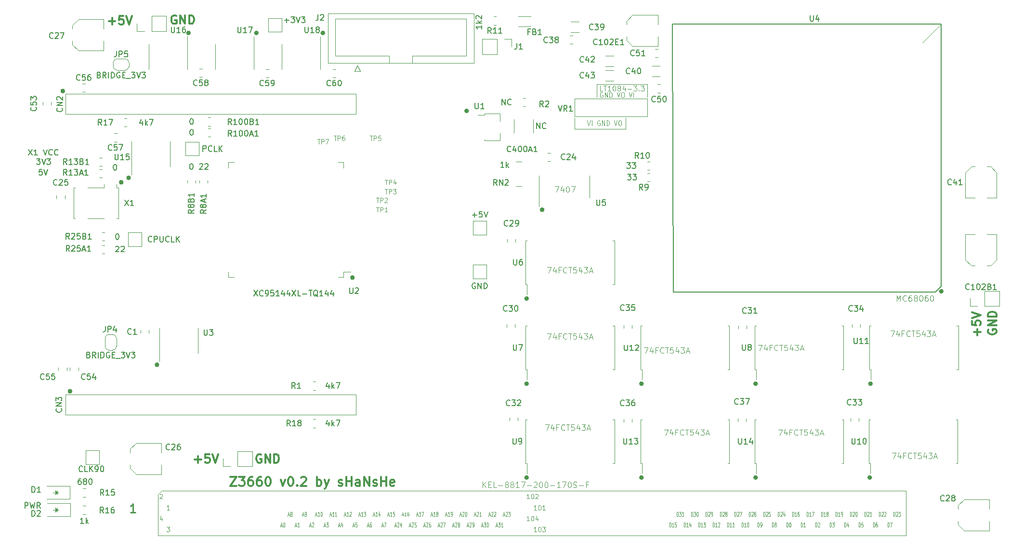
<source format=gbr>
G04 #@! TF.GenerationSoftware,KiCad,Pcbnew,(6.0.5-0)*
G04 #@! TF.CreationDate,2022-07-01T16:01:09+02:00*
G04 #@! TF.ProjectId,Z3660_v02,5a333636-305f-4763-9032-2e6b69636164,rev?*
G04 #@! TF.SameCoordinates,Original*
G04 #@! TF.FileFunction,Legend,Top*
G04 #@! TF.FilePolarity,Positive*
%FSLAX46Y46*%
G04 Gerber Fmt 4.6, Leading zero omitted, Abs format (unit mm)*
G04 Created by KiCad (PCBNEW (6.0.5-0)) date 2022-07-01 16:01:09*
%MOMM*%
%LPD*%
G01*
G04 APERTURE LIST*
%ADD10C,0.150000*%
%ADD11C,0.120000*%
%ADD12C,0.400000*%
%ADD13C,0.100000*%
%ADD14C,0.300000*%
%ADD15C,0.250000*%
G04 APERTURE END LIST*
D10*
X242062000Y-31877000D02*
X194818000Y-31877000D01*
X242062000Y-77978000D02*
X242062000Y-31877000D01*
X241046000Y-78994000D02*
X242062000Y-77978000D01*
D11*
X139128500Y-97050000D02*
X88138000Y-97050000D01*
X139128500Y-44154500D02*
X88138000Y-44154500D01*
X105029000Y-113982500D02*
X104330000Y-114681000D01*
D12*
X242262000Y-78867000D02*
G75*
G03*
X242262000Y-78867000I-200000J0D01*
G01*
D11*
X238760000Y-35179000D02*
X242062000Y-31877000D01*
D12*
X229816000Y-95123000D02*
G75*
G03*
X229816000Y-95123000I-200000J0D01*
G01*
X209623000Y-95123000D02*
G75*
G03*
X209623000Y-95123000I-200000J0D01*
G01*
X89100000Y-96456500D02*
G75*
G03*
X89100000Y-96456500I-200000J0D01*
G01*
D11*
X186563000Y-50292000D02*
X186563000Y-48387000D01*
D12*
X99403000Y-58896000D02*
G75*
G03*
X99403000Y-58896000I-200000J0D01*
G01*
D11*
X88138000Y-44154500D02*
X88138000Y-47647000D01*
X235839000Y-121856500D02*
X235839000Y-113982500D01*
D12*
X169364000Y-80137000D02*
G75*
G03*
X169364000Y-80137000I-200000J0D01*
G01*
X172107200Y-64516000D02*
G75*
G03*
X172107200Y-64516000I-200000J0D01*
G01*
D11*
X139128500Y-47647000D02*
X139128500Y-44154500D01*
X177633000Y-50292000D02*
X186563000Y-50292000D01*
X181483000Y-44704000D02*
X181483000Y-42418000D01*
X88138000Y-100606000D02*
X139128500Y-100606000D01*
X86693000Y-113919000D02*
X86693000Y-114681000D01*
D12*
X98117000Y-59690000D02*
G75*
G03*
X98117000Y-59690000I-200000J0D01*
G01*
D11*
X85931000Y-114300000D02*
X86947000Y-114300000D01*
X85931000Y-117348000D02*
X86947000Y-117348000D01*
G36*
X86693000Y-117355208D02*
G01*
X86312000Y-117729000D01*
X86312000Y-116967000D01*
X86693000Y-117355208D01*
G37*
X86693000Y-117355208D02*
X86312000Y-117729000D01*
X86312000Y-116967000D01*
X86693000Y-117355208D01*
X139128500Y-100606000D02*
X139128500Y-97050000D01*
D12*
X138757000Y-76454000D02*
G75*
G03*
X138757000Y-76454000I-200000J0D01*
G01*
D11*
X190373000Y-42418000D02*
X190373000Y-44704000D01*
D12*
X189557000Y-111633000D02*
G75*
G03*
X189557000Y-111633000I-200000J0D01*
G01*
D11*
X104330000Y-114681000D02*
X104330000Y-121856500D01*
D12*
X169364000Y-111633000D02*
G75*
G03*
X169364000Y-111633000I-200000J0D01*
G01*
X189557000Y-95123000D02*
G75*
G03*
X189557000Y-95123000I-200000J0D01*
G01*
X158823000Y-47117000D02*
G75*
G03*
X158823000Y-47117000I-200000J0D01*
G01*
D10*
X194945000Y-78994000D02*
X194818000Y-31877000D01*
D12*
X133550000Y-33401000D02*
G75*
G03*
X133550000Y-33401000I-200000J0D01*
G01*
D11*
X235839000Y-113982500D02*
X105029000Y-113982500D01*
X86693000Y-116967000D02*
X86693000Y-117729000D01*
G36*
X86693000Y-114307208D02*
G01*
X86312000Y-114681000D01*
X86312000Y-113919000D01*
X86693000Y-114307208D01*
G37*
X86693000Y-114307208D02*
X86312000Y-114681000D01*
X86312000Y-113919000D01*
X86693000Y-114307208D01*
D12*
X121866000Y-33401000D02*
G75*
G03*
X121866000Y-33401000I-200000J0D01*
G01*
X87830000Y-43624500D02*
G75*
G03*
X87830000Y-43624500I-200000J0D01*
G01*
D11*
X88138000Y-97050000D02*
X88138000Y-100606000D01*
D12*
X109928000Y-33401000D02*
G75*
G03*
X109928000Y-33401000I-200000J0D01*
G01*
X169364000Y-95123000D02*
G75*
G03*
X169364000Y-95123000I-200000J0D01*
G01*
D11*
X177633000Y-48387000D02*
X177633000Y-50292000D01*
D10*
X241046000Y-78994000D02*
X194945000Y-78994000D01*
D12*
X209623000Y-111633000D02*
G75*
G03*
X209623000Y-111633000I-200000J0D01*
G01*
X104390800Y-91795600D02*
G75*
G03*
X104390800Y-91795600I-200000J0D01*
G01*
X229689000Y-111633000D02*
G75*
G03*
X229689000Y-111633000I-200000J0D01*
G01*
D11*
X104330000Y-121856500D02*
X235839000Y-121856500D01*
X181483000Y-42418000D02*
X190373000Y-42418000D01*
X88138000Y-47647000D02*
X139128500Y-47647000D01*
D13*
X163804761Y-120133333D02*
X164042857Y-120133333D01*
X163757142Y-120361904D02*
X163923809Y-119561904D01*
X164090476Y-120361904D01*
X164209523Y-119561904D02*
X164519047Y-119561904D01*
X164352380Y-119866666D01*
X164423809Y-119866666D01*
X164471428Y-119904761D01*
X164495238Y-119942857D01*
X164519047Y-120019047D01*
X164519047Y-120209523D01*
X164495238Y-120285714D01*
X164471428Y-120323809D01*
X164423809Y-120361904D01*
X164280952Y-120361904D01*
X164233333Y-120323809D01*
X164209523Y-120285714D01*
X164995238Y-120361904D02*
X164709523Y-120361904D01*
X164852380Y-120361904D02*
X164852380Y-119561904D01*
X164804761Y-119676190D01*
X164757142Y-119752380D01*
X164709523Y-119790476D01*
X233642857Y-118456904D02*
X233642857Y-117656904D01*
X233761904Y-117656904D01*
X233833333Y-117695000D01*
X233880952Y-117771190D01*
X233904761Y-117847380D01*
X233928571Y-117999761D01*
X233928571Y-118114047D01*
X233904761Y-118266428D01*
X233880952Y-118342619D01*
X233833333Y-118418809D01*
X233761904Y-118456904D01*
X233642857Y-118456904D01*
X234119047Y-117733095D02*
X234142857Y-117695000D01*
X234190476Y-117656904D01*
X234309523Y-117656904D01*
X234357142Y-117695000D01*
X234380952Y-117733095D01*
X234404761Y-117809285D01*
X234404761Y-117885476D01*
X234380952Y-117999761D01*
X234095238Y-118456904D01*
X234404761Y-118456904D01*
X234571428Y-117656904D02*
X234880952Y-117656904D01*
X234714285Y-117961666D01*
X234785714Y-117961666D01*
X234833333Y-117999761D01*
X234857142Y-118037857D01*
X234880952Y-118114047D01*
X234880952Y-118304523D01*
X234857142Y-118380714D01*
X234833333Y-118418809D01*
X234785714Y-118456904D01*
X234642857Y-118456904D01*
X234595238Y-118418809D01*
X234571428Y-118380714D01*
X208242857Y-118456904D02*
X208242857Y-117656904D01*
X208361904Y-117656904D01*
X208433333Y-117695000D01*
X208480952Y-117771190D01*
X208504761Y-117847380D01*
X208528571Y-117999761D01*
X208528571Y-118114047D01*
X208504761Y-118266428D01*
X208480952Y-118342619D01*
X208433333Y-118418809D01*
X208361904Y-118456904D01*
X208242857Y-118456904D01*
X208719047Y-117733095D02*
X208742857Y-117695000D01*
X208790476Y-117656904D01*
X208909523Y-117656904D01*
X208957142Y-117695000D01*
X208980952Y-117733095D01*
X209004761Y-117809285D01*
X209004761Y-117885476D01*
X208980952Y-117999761D01*
X208695238Y-118456904D01*
X209004761Y-118456904D01*
X209433333Y-117656904D02*
X209338095Y-117656904D01*
X209290476Y-117695000D01*
X209266666Y-117733095D01*
X209219047Y-117847380D01*
X209195238Y-117999761D01*
X209195238Y-118304523D01*
X209219047Y-118380714D01*
X209242857Y-118418809D01*
X209290476Y-118456904D01*
X209385714Y-118456904D01*
X209433333Y-118418809D01*
X209457142Y-118380714D01*
X209480952Y-118304523D01*
X209480952Y-118114047D01*
X209457142Y-118037857D01*
X209433333Y-117999761D01*
X209385714Y-117961666D01*
X209290476Y-117961666D01*
X209242857Y-117999761D01*
X209219047Y-118037857D01*
X209195238Y-118114047D01*
X198082857Y-118456904D02*
X198082857Y-117656904D01*
X198201904Y-117656904D01*
X198273333Y-117695000D01*
X198320952Y-117771190D01*
X198344761Y-117847380D01*
X198368571Y-117999761D01*
X198368571Y-118114047D01*
X198344761Y-118266428D01*
X198320952Y-118342619D01*
X198273333Y-118418809D01*
X198201904Y-118456904D01*
X198082857Y-118456904D01*
X198535238Y-117656904D02*
X198844761Y-117656904D01*
X198678095Y-117961666D01*
X198749523Y-117961666D01*
X198797142Y-117999761D01*
X198820952Y-118037857D01*
X198844761Y-118114047D01*
X198844761Y-118304523D01*
X198820952Y-118380714D01*
X198797142Y-118418809D01*
X198749523Y-118456904D01*
X198606666Y-118456904D01*
X198559047Y-118418809D01*
X198535238Y-118380714D01*
X199154285Y-117656904D02*
X199201904Y-117656904D01*
X199249523Y-117695000D01*
X199273333Y-117733095D01*
X199297142Y-117809285D01*
X199320952Y-117961666D01*
X199320952Y-118152142D01*
X199297142Y-118304523D01*
X199273333Y-118380714D01*
X199249523Y-118418809D01*
X199201904Y-118456904D01*
X199154285Y-118456904D01*
X199106666Y-118418809D01*
X199082857Y-118380714D01*
X199059047Y-118304523D01*
X199035238Y-118152142D01*
X199035238Y-117961666D01*
X199059047Y-117809285D01*
X199082857Y-117733095D01*
X199106666Y-117695000D01*
X199154285Y-117656904D01*
X220942857Y-118456904D02*
X220942857Y-117656904D01*
X221061904Y-117656904D01*
X221133333Y-117695000D01*
X221180952Y-117771190D01*
X221204761Y-117847380D01*
X221228571Y-117999761D01*
X221228571Y-118114047D01*
X221204761Y-118266428D01*
X221180952Y-118342619D01*
X221133333Y-118418809D01*
X221061904Y-118456904D01*
X220942857Y-118456904D01*
X221704761Y-118456904D02*
X221419047Y-118456904D01*
X221561904Y-118456904D02*
X221561904Y-117656904D01*
X221514285Y-117771190D01*
X221466666Y-117847380D01*
X221419047Y-117885476D01*
X221990476Y-117999761D02*
X221942857Y-117961666D01*
X221919047Y-117923571D01*
X221895238Y-117847380D01*
X221895238Y-117809285D01*
X221919047Y-117733095D01*
X221942857Y-117695000D01*
X221990476Y-117656904D01*
X222085714Y-117656904D01*
X222133333Y-117695000D01*
X222157142Y-117733095D01*
X222180952Y-117809285D01*
X222180952Y-117847380D01*
X222157142Y-117923571D01*
X222133333Y-117961666D01*
X222085714Y-117999761D01*
X221990476Y-117999761D01*
X221942857Y-118037857D01*
X221919047Y-118075952D01*
X221895238Y-118152142D01*
X221895238Y-118304523D01*
X221919047Y-118380714D01*
X221942857Y-118418809D01*
X221990476Y-118456904D01*
X222085714Y-118456904D01*
X222133333Y-118418809D01*
X222157142Y-118380714D01*
X222180952Y-118304523D01*
X222180952Y-118152142D01*
X222157142Y-118075952D01*
X222133333Y-118037857D01*
X222085714Y-117999761D01*
X213322857Y-118456904D02*
X213322857Y-117656904D01*
X213441904Y-117656904D01*
X213513333Y-117695000D01*
X213560952Y-117771190D01*
X213584761Y-117847380D01*
X213608571Y-117999761D01*
X213608571Y-118114047D01*
X213584761Y-118266428D01*
X213560952Y-118342619D01*
X213513333Y-118418809D01*
X213441904Y-118456904D01*
X213322857Y-118456904D01*
X213799047Y-117733095D02*
X213822857Y-117695000D01*
X213870476Y-117656904D01*
X213989523Y-117656904D01*
X214037142Y-117695000D01*
X214060952Y-117733095D01*
X214084761Y-117809285D01*
X214084761Y-117885476D01*
X214060952Y-117999761D01*
X213775238Y-118456904D01*
X214084761Y-118456904D01*
X214513333Y-117923571D02*
X214513333Y-118456904D01*
X214394285Y-117618809D02*
X214275238Y-118190238D01*
X214584761Y-118190238D01*
X228562857Y-118456904D02*
X228562857Y-117656904D01*
X228681904Y-117656904D01*
X228753333Y-117695000D01*
X228800952Y-117771190D01*
X228824761Y-117847380D01*
X228848571Y-117999761D01*
X228848571Y-118114047D01*
X228824761Y-118266428D01*
X228800952Y-118342619D01*
X228753333Y-118418809D01*
X228681904Y-118456904D01*
X228562857Y-118456904D01*
X229039047Y-117733095D02*
X229062857Y-117695000D01*
X229110476Y-117656904D01*
X229229523Y-117656904D01*
X229277142Y-117695000D01*
X229300952Y-117733095D01*
X229324761Y-117809285D01*
X229324761Y-117885476D01*
X229300952Y-117999761D01*
X229015238Y-118456904D01*
X229324761Y-118456904D01*
X229800952Y-118456904D02*
X229515238Y-118456904D01*
X229658095Y-118456904D02*
X229658095Y-117656904D01*
X229610476Y-117771190D01*
X229562857Y-117847380D01*
X229515238Y-117885476D01*
X222450952Y-120361904D02*
X222450952Y-119561904D01*
X222570000Y-119561904D01*
X222641428Y-119600000D01*
X222689047Y-119676190D01*
X222712857Y-119752380D01*
X222736666Y-119904761D01*
X222736666Y-120019047D01*
X222712857Y-120171428D01*
X222689047Y-120247619D01*
X222641428Y-120323809D01*
X222570000Y-120361904D01*
X222450952Y-120361904D01*
X222903333Y-119561904D02*
X223212857Y-119561904D01*
X223046190Y-119866666D01*
X223117619Y-119866666D01*
X223165238Y-119904761D01*
X223189047Y-119942857D01*
X223212857Y-120019047D01*
X223212857Y-120209523D01*
X223189047Y-120285714D01*
X223165238Y-120323809D01*
X223117619Y-120361904D01*
X222974761Y-120361904D01*
X222927142Y-120323809D01*
X222903333Y-120285714D01*
X226022857Y-118456904D02*
X226022857Y-117656904D01*
X226141904Y-117656904D01*
X226213333Y-117695000D01*
X226260952Y-117771190D01*
X226284761Y-117847380D01*
X226308571Y-117999761D01*
X226308571Y-118114047D01*
X226284761Y-118266428D01*
X226260952Y-118342619D01*
X226213333Y-118418809D01*
X226141904Y-118456904D01*
X226022857Y-118456904D01*
X226499047Y-117733095D02*
X226522857Y-117695000D01*
X226570476Y-117656904D01*
X226689523Y-117656904D01*
X226737142Y-117695000D01*
X226760952Y-117733095D01*
X226784761Y-117809285D01*
X226784761Y-117885476D01*
X226760952Y-117999761D01*
X226475238Y-118456904D01*
X226784761Y-118456904D01*
X227094285Y-117656904D02*
X227141904Y-117656904D01*
X227189523Y-117695000D01*
X227213333Y-117733095D01*
X227237142Y-117809285D01*
X227260952Y-117961666D01*
X227260952Y-118152142D01*
X227237142Y-118304523D01*
X227213333Y-118380714D01*
X227189523Y-118418809D01*
X227141904Y-118456904D01*
X227094285Y-118456904D01*
X227046666Y-118418809D01*
X227022857Y-118380714D01*
X226999047Y-118304523D01*
X226975238Y-118152142D01*
X226975238Y-117961666D01*
X226999047Y-117809285D01*
X227022857Y-117733095D01*
X227046666Y-117695000D01*
X227094285Y-117656904D01*
X195542857Y-118456904D02*
X195542857Y-117656904D01*
X195661904Y-117656904D01*
X195733333Y-117695000D01*
X195780952Y-117771190D01*
X195804761Y-117847380D01*
X195828571Y-117999761D01*
X195828571Y-118114047D01*
X195804761Y-118266428D01*
X195780952Y-118342619D01*
X195733333Y-118418809D01*
X195661904Y-118456904D01*
X195542857Y-118456904D01*
X195995238Y-117656904D02*
X196304761Y-117656904D01*
X196138095Y-117961666D01*
X196209523Y-117961666D01*
X196257142Y-117999761D01*
X196280952Y-118037857D01*
X196304761Y-118114047D01*
X196304761Y-118304523D01*
X196280952Y-118380714D01*
X196257142Y-118418809D01*
X196209523Y-118456904D01*
X196066666Y-118456904D01*
X196019047Y-118418809D01*
X195995238Y-118380714D01*
X196780952Y-118456904D02*
X196495238Y-118456904D01*
X196638095Y-118456904D02*
X196638095Y-117656904D01*
X196590476Y-117771190D01*
X196542857Y-117847380D01*
X196495238Y-117885476D01*
X205702857Y-118456904D02*
X205702857Y-117656904D01*
X205821904Y-117656904D01*
X205893333Y-117695000D01*
X205940952Y-117771190D01*
X205964761Y-117847380D01*
X205988571Y-117999761D01*
X205988571Y-118114047D01*
X205964761Y-118266428D01*
X205940952Y-118342619D01*
X205893333Y-118418809D01*
X205821904Y-118456904D01*
X205702857Y-118456904D01*
X206179047Y-117733095D02*
X206202857Y-117695000D01*
X206250476Y-117656904D01*
X206369523Y-117656904D01*
X206417142Y-117695000D01*
X206440952Y-117733095D01*
X206464761Y-117809285D01*
X206464761Y-117885476D01*
X206440952Y-117999761D01*
X206155238Y-118456904D01*
X206464761Y-118456904D01*
X206631428Y-117656904D02*
X206964761Y-117656904D01*
X206750476Y-118456904D01*
X203162857Y-118456904D02*
X203162857Y-117656904D01*
X203281904Y-117656904D01*
X203353333Y-117695000D01*
X203400952Y-117771190D01*
X203424761Y-117847380D01*
X203448571Y-117999761D01*
X203448571Y-118114047D01*
X203424761Y-118266428D01*
X203400952Y-118342619D01*
X203353333Y-118418809D01*
X203281904Y-118456904D01*
X203162857Y-118456904D01*
X203639047Y-117733095D02*
X203662857Y-117695000D01*
X203710476Y-117656904D01*
X203829523Y-117656904D01*
X203877142Y-117695000D01*
X203900952Y-117733095D01*
X203924761Y-117809285D01*
X203924761Y-117885476D01*
X203900952Y-117999761D01*
X203615238Y-118456904D01*
X203924761Y-118456904D01*
X204210476Y-117999761D02*
X204162857Y-117961666D01*
X204139047Y-117923571D01*
X204115238Y-117847380D01*
X204115238Y-117809285D01*
X204139047Y-117733095D01*
X204162857Y-117695000D01*
X204210476Y-117656904D01*
X204305714Y-117656904D01*
X204353333Y-117695000D01*
X204377142Y-117733095D01*
X204400952Y-117809285D01*
X204400952Y-117847380D01*
X204377142Y-117923571D01*
X204353333Y-117961666D01*
X204305714Y-117999761D01*
X204210476Y-117999761D01*
X204162857Y-118037857D01*
X204139047Y-118075952D01*
X204115238Y-118152142D01*
X204115238Y-118304523D01*
X204139047Y-118380714D01*
X204162857Y-118418809D01*
X204210476Y-118456904D01*
X204305714Y-118456904D01*
X204353333Y-118418809D01*
X204377142Y-118380714D01*
X204400952Y-118304523D01*
X204400952Y-118152142D01*
X204377142Y-118075952D01*
X204353333Y-118037857D01*
X204305714Y-117999761D01*
X200622857Y-118456904D02*
X200622857Y-117656904D01*
X200741904Y-117656904D01*
X200813333Y-117695000D01*
X200860952Y-117771190D01*
X200884761Y-117847380D01*
X200908571Y-117999761D01*
X200908571Y-118114047D01*
X200884761Y-118266428D01*
X200860952Y-118342619D01*
X200813333Y-118418809D01*
X200741904Y-118456904D01*
X200622857Y-118456904D01*
X201099047Y-117733095D02*
X201122857Y-117695000D01*
X201170476Y-117656904D01*
X201289523Y-117656904D01*
X201337142Y-117695000D01*
X201360952Y-117733095D01*
X201384761Y-117809285D01*
X201384761Y-117885476D01*
X201360952Y-117999761D01*
X201075238Y-118456904D01*
X201384761Y-118456904D01*
X201622857Y-118456904D02*
X201718095Y-118456904D01*
X201765714Y-118418809D01*
X201789523Y-118380714D01*
X201837142Y-118266428D01*
X201860952Y-118114047D01*
X201860952Y-117809285D01*
X201837142Y-117733095D01*
X201813333Y-117695000D01*
X201765714Y-117656904D01*
X201670476Y-117656904D01*
X201622857Y-117695000D01*
X201599047Y-117733095D01*
X201575238Y-117809285D01*
X201575238Y-117999761D01*
X201599047Y-118075952D01*
X201622857Y-118114047D01*
X201670476Y-118152142D01*
X201765714Y-118152142D01*
X201813333Y-118114047D01*
X201837142Y-118075952D01*
X201860952Y-117999761D01*
X215862857Y-118456904D02*
X215862857Y-117656904D01*
X215981904Y-117656904D01*
X216053333Y-117695000D01*
X216100952Y-117771190D01*
X216124761Y-117847380D01*
X216148571Y-117999761D01*
X216148571Y-118114047D01*
X216124761Y-118266428D01*
X216100952Y-118342619D01*
X216053333Y-118418809D01*
X215981904Y-118456904D01*
X215862857Y-118456904D01*
X216624761Y-118456904D02*
X216339047Y-118456904D01*
X216481904Y-118456904D02*
X216481904Y-117656904D01*
X216434285Y-117771190D01*
X216386666Y-117847380D01*
X216339047Y-117885476D01*
X217053333Y-117656904D02*
X216958095Y-117656904D01*
X216910476Y-117695000D01*
X216886666Y-117733095D01*
X216839047Y-117847380D01*
X216815238Y-117999761D01*
X216815238Y-118304523D01*
X216839047Y-118380714D01*
X216862857Y-118418809D01*
X216910476Y-118456904D01*
X217005714Y-118456904D01*
X217053333Y-118418809D01*
X217077142Y-118380714D01*
X217100952Y-118304523D01*
X217100952Y-118114047D01*
X217077142Y-118037857D01*
X217053333Y-117999761D01*
X217005714Y-117961666D01*
X216910476Y-117961666D01*
X216862857Y-117999761D01*
X216839047Y-118037857D01*
X216815238Y-118114047D01*
X231102857Y-118456904D02*
X231102857Y-117656904D01*
X231221904Y-117656904D01*
X231293333Y-117695000D01*
X231340952Y-117771190D01*
X231364761Y-117847380D01*
X231388571Y-117999761D01*
X231388571Y-118114047D01*
X231364761Y-118266428D01*
X231340952Y-118342619D01*
X231293333Y-118418809D01*
X231221904Y-118456904D01*
X231102857Y-118456904D01*
X231579047Y-117733095D02*
X231602857Y-117695000D01*
X231650476Y-117656904D01*
X231769523Y-117656904D01*
X231817142Y-117695000D01*
X231840952Y-117733095D01*
X231864761Y-117809285D01*
X231864761Y-117885476D01*
X231840952Y-117999761D01*
X231555238Y-118456904D01*
X231864761Y-118456904D01*
X232055238Y-117733095D02*
X232079047Y-117695000D01*
X232126666Y-117656904D01*
X232245714Y-117656904D01*
X232293333Y-117695000D01*
X232317142Y-117733095D01*
X232340952Y-117809285D01*
X232340952Y-117885476D01*
X232317142Y-117999761D01*
X232031428Y-118456904D01*
X232340952Y-118456904D01*
X218402857Y-118456904D02*
X218402857Y-117656904D01*
X218521904Y-117656904D01*
X218593333Y-117695000D01*
X218640952Y-117771190D01*
X218664761Y-117847380D01*
X218688571Y-117999761D01*
X218688571Y-118114047D01*
X218664761Y-118266428D01*
X218640952Y-118342619D01*
X218593333Y-118418809D01*
X218521904Y-118456904D01*
X218402857Y-118456904D01*
X219164761Y-118456904D02*
X218879047Y-118456904D01*
X219021904Y-118456904D02*
X219021904Y-117656904D01*
X218974285Y-117771190D01*
X218926666Y-117847380D01*
X218879047Y-117885476D01*
X219331428Y-117656904D02*
X219664761Y-117656904D01*
X219450476Y-118456904D01*
X210782857Y-118456904D02*
X210782857Y-117656904D01*
X210901904Y-117656904D01*
X210973333Y-117695000D01*
X211020952Y-117771190D01*
X211044761Y-117847380D01*
X211068571Y-117999761D01*
X211068571Y-118114047D01*
X211044761Y-118266428D01*
X211020952Y-118342619D01*
X210973333Y-118418809D01*
X210901904Y-118456904D01*
X210782857Y-118456904D01*
X211259047Y-117733095D02*
X211282857Y-117695000D01*
X211330476Y-117656904D01*
X211449523Y-117656904D01*
X211497142Y-117695000D01*
X211520952Y-117733095D01*
X211544761Y-117809285D01*
X211544761Y-117885476D01*
X211520952Y-117999761D01*
X211235238Y-118456904D01*
X211544761Y-118456904D01*
X211997142Y-117656904D02*
X211759047Y-117656904D01*
X211735238Y-118037857D01*
X211759047Y-117999761D01*
X211806666Y-117961666D01*
X211925714Y-117961666D01*
X211973333Y-117999761D01*
X211997142Y-118037857D01*
X212020952Y-118114047D01*
X212020952Y-118304523D01*
X211997142Y-118380714D01*
X211973333Y-118418809D01*
X211925714Y-118456904D01*
X211806666Y-118456904D01*
X211759047Y-118418809D01*
X211735238Y-118380714D01*
X223482857Y-118456904D02*
X223482857Y-117656904D01*
X223601904Y-117656904D01*
X223673333Y-117695000D01*
X223720952Y-117771190D01*
X223744761Y-117847380D01*
X223768571Y-117999761D01*
X223768571Y-118114047D01*
X223744761Y-118266428D01*
X223720952Y-118342619D01*
X223673333Y-118418809D01*
X223601904Y-118456904D01*
X223482857Y-118456904D01*
X224244761Y-118456904D02*
X223959047Y-118456904D01*
X224101904Y-118456904D02*
X224101904Y-117656904D01*
X224054285Y-117771190D01*
X224006666Y-117847380D01*
X223959047Y-117885476D01*
X224482857Y-118456904D02*
X224578095Y-118456904D01*
X224625714Y-118418809D01*
X224649523Y-118380714D01*
X224697142Y-118266428D01*
X224720952Y-118114047D01*
X224720952Y-117809285D01*
X224697142Y-117733095D01*
X224673333Y-117695000D01*
X224625714Y-117656904D01*
X224530476Y-117656904D01*
X224482857Y-117695000D01*
X224459047Y-117733095D01*
X224435238Y-117809285D01*
X224435238Y-117999761D01*
X224459047Y-118075952D01*
X224482857Y-118114047D01*
X224530476Y-118152142D01*
X224625714Y-118152142D01*
X224673333Y-118114047D01*
X224697142Y-118075952D01*
X224720952Y-117999761D01*
X105054380Y-118700571D02*
X105054380Y-119233904D01*
X104863904Y-118395809D02*
X104673428Y-118967238D01*
X105168666Y-118967238D01*
X169646666Y-115360404D02*
X169189523Y-115360404D01*
X169418095Y-115360404D02*
X169418095Y-114560404D01*
X169341904Y-114674690D01*
X169265714Y-114750880D01*
X169189523Y-114788976D01*
X170141904Y-114560404D02*
X170218095Y-114560404D01*
X170294285Y-114598500D01*
X170332380Y-114636595D01*
X170370476Y-114712785D01*
X170408571Y-114865166D01*
X170408571Y-115055642D01*
X170370476Y-115208023D01*
X170332380Y-115284214D01*
X170294285Y-115322309D01*
X170218095Y-115360404D01*
X170141904Y-115360404D01*
X170065714Y-115322309D01*
X170027619Y-115284214D01*
X169989523Y-115208023D01*
X169951428Y-115055642D01*
X169951428Y-114865166D01*
X169989523Y-114712785D01*
X170027619Y-114636595D01*
X170065714Y-114598500D01*
X170141904Y-114560404D01*
X170713333Y-114636595D02*
X170751428Y-114598500D01*
X170827619Y-114560404D01*
X171018095Y-114560404D01*
X171094285Y-114598500D01*
X171132380Y-114636595D01*
X171170476Y-114712785D01*
X171170476Y-114788976D01*
X171132380Y-114903261D01*
X170675238Y-115360404D01*
X171170476Y-115360404D01*
X170916666Y-121138904D02*
X170459523Y-121138904D01*
X170688095Y-121138904D02*
X170688095Y-120338904D01*
X170611904Y-120453190D01*
X170535714Y-120529380D01*
X170459523Y-120567476D01*
X171411904Y-120338904D02*
X171488095Y-120338904D01*
X171564285Y-120377000D01*
X171602380Y-120415095D01*
X171640476Y-120491285D01*
X171678571Y-120643666D01*
X171678571Y-120834142D01*
X171640476Y-120986523D01*
X171602380Y-121062714D01*
X171564285Y-121100809D01*
X171488095Y-121138904D01*
X171411904Y-121138904D01*
X171335714Y-121100809D01*
X171297619Y-121062714D01*
X171259523Y-120986523D01*
X171221428Y-120834142D01*
X171221428Y-120643666D01*
X171259523Y-120491285D01*
X171297619Y-120415095D01*
X171335714Y-120377000D01*
X171411904Y-120338904D01*
X171945238Y-120338904D02*
X172440476Y-120338904D01*
X172173809Y-120643666D01*
X172288095Y-120643666D01*
X172364285Y-120681761D01*
X172402380Y-120719857D01*
X172440476Y-120796047D01*
X172440476Y-120986523D01*
X172402380Y-121062714D01*
X172364285Y-121100809D01*
X172288095Y-121138904D01*
X172059523Y-121138904D01*
X171983333Y-121100809D01*
X171945238Y-121062714D01*
X170916666Y-117328904D02*
X170459523Y-117328904D01*
X170688095Y-117328904D02*
X170688095Y-116528904D01*
X170611904Y-116643190D01*
X170535714Y-116719380D01*
X170459523Y-116757476D01*
X171411904Y-116528904D02*
X171488095Y-116528904D01*
X171564285Y-116567000D01*
X171602380Y-116605095D01*
X171640476Y-116681285D01*
X171678571Y-116833666D01*
X171678571Y-117024142D01*
X171640476Y-117176523D01*
X171602380Y-117252714D01*
X171564285Y-117290809D01*
X171488095Y-117328904D01*
X171411904Y-117328904D01*
X171335714Y-117290809D01*
X171297619Y-117252714D01*
X171259523Y-117176523D01*
X171221428Y-117024142D01*
X171221428Y-116833666D01*
X171259523Y-116681285D01*
X171297619Y-116605095D01*
X171335714Y-116567000D01*
X171411904Y-116528904D01*
X172440476Y-117328904D02*
X171983333Y-117328904D01*
X172211904Y-117328904D02*
X172211904Y-116528904D01*
X172135714Y-116643190D01*
X172059523Y-116719380D01*
X171983333Y-116757476D01*
X169646666Y-119233904D02*
X169189523Y-119233904D01*
X169418095Y-119233904D02*
X169418095Y-118433904D01*
X169341904Y-118548190D01*
X169265714Y-118624380D01*
X169189523Y-118662476D01*
X170141904Y-118433904D02*
X170218095Y-118433904D01*
X170294285Y-118472000D01*
X170332380Y-118510095D01*
X170370476Y-118586285D01*
X170408571Y-118738666D01*
X170408571Y-118929142D01*
X170370476Y-119081523D01*
X170332380Y-119157714D01*
X170294285Y-119195809D01*
X170218095Y-119233904D01*
X170141904Y-119233904D01*
X170065714Y-119195809D01*
X170027619Y-119157714D01*
X169989523Y-119081523D01*
X169951428Y-118929142D01*
X169951428Y-118738666D01*
X169989523Y-118586285D01*
X170027619Y-118510095D01*
X170065714Y-118472000D01*
X170141904Y-118433904D01*
X171094285Y-118700571D02*
X171094285Y-119233904D01*
X170903809Y-118395809D02*
X170713333Y-118967238D01*
X171208571Y-118967238D01*
D14*
X95734428Y-31349142D02*
X96877285Y-31349142D01*
X96305857Y-31920571D02*
X96305857Y-30777714D01*
X98305857Y-30420571D02*
X97591571Y-30420571D01*
X97520142Y-31134857D01*
X97591571Y-31063428D01*
X97734428Y-30992000D01*
X98091571Y-30992000D01*
X98234428Y-31063428D01*
X98305857Y-31134857D01*
X98377285Y-31277714D01*
X98377285Y-31634857D01*
X98305857Y-31777714D01*
X98234428Y-31849142D01*
X98091571Y-31920571D01*
X97734428Y-31920571D01*
X97591571Y-31849142D01*
X97520142Y-31777714D01*
X98805857Y-30420571D02*
X99305857Y-31920571D01*
X99805857Y-30420571D01*
X250329000Y-85597857D02*
X250257571Y-85740714D01*
X250257571Y-85955000D01*
X250329000Y-86169285D01*
X250471857Y-86312142D01*
X250614714Y-86383571D01*
X250900428Y-86455000D01*
X251114714Y-86455000D01*
X251400428Y-86383571D01*
X251543285Y-86312142D01*
X251686142Y-86169285D01*
X251757571Y-85955000D01*
X251757571Y-85812142D01*
X251686142Y-85597857D01*
X251614714Y-85526428D01*
X251114714Y-85526428D01*
X251114714Y-85812142D01*
X251757571Y-84883571D02*
X250257571Y-84883571D01*
X251757571Y-84026428D01*
X250257571Y-84026428D01*
X251757571Y-83312142D02*
X250257571Y-83312142D01*
X250257571Y-82955000D01*
X250329000Y-82740714D01*
X250471857Y-82597857D01*
X250614714Y-82526428D01*
X250900428Y-82455000D01*
X251114714Y-82455000D01*
X251400428Y-82526428D01*
X251543285Y-82597857D01*
X251686142Y-82740714D01*
X251757571Y-82955000D01*
X251757571Y-83312142D01*
X107569142Y-30365000D02*
X107426285Y-30293571D01*
X107212000Y-30293571D01*
X106997714Y-30365000D01*
X106854857Y-30507857D01*
X106783428Y-30650714D01*
X106712000Y-30936428D01*
X106712000Y-31150714D01*
X106783428Y-31436428D01*
X106854857Y-31579285D01*
X106997714Y-31722142D01*
X107212000Y-31793571D01*
X107354857Y-31793571D01*
X107569142Y-31722142D01*
X107640571Y-31650714D01*
X107640571Y-31150714D01*
X107354857Y-31150714D01*
X108283428Y-31793571D02*
X108283428Y-30293571D01*
X109140571Y-31793571D01*
X109140571Y-30293571D01*
X109854857Y-31793571D02*
X109854857Y-30293571D01*
X110212000Y-30293571D01*
X110426285Y-30365000D01*
X110569142Y-30507857D01*
X110640571Y-30650714D01*
X110712000Y-30936428D01*
X110712000Y-31150714D01*
X110640571Y-31436428D01*
X110569142Y-31579285D01*
X110426285Y-31722142D01*
X110212000Y-31793571D01*
X109854857Y-31793571D01*
D13*
X201892857Y-120361904D02*
X201892857Y-119561904D01*
X202011904Y-119561904D01*
X202083333Y-119600000D01*
X202130952Y-119676190D01*
X202154761Y-119752380D01*
X202178571Y-119904761D01*
X202178571Y-120019047D01*
X202154761Y-120171428D01*
X202130952Y-120247619D01*
X202083333Y-120323809D01*
X202011904Y-120361904D01*
X201892857Y-120361904D01*
X202654761Y-120361904D02*
X202369047Y-120361904D01*
X202511904Y-120361904D02*
X202511904Y-119561904D01*
X202464285Y-119676190D01*
X202416666Y-119752380D01*
X202369047Y-119790476D01*
X202845238Y-119638095D02*
X202869047Y-119600000D01*
X202916666Y-119561904D01*
X203035714Y-119561904D01*
X203083333Y-119600000D01*
X203107142Y-119638095D01*
X203130952Y-119714285D01*
X203130952Y-119790476D01*
X203107142Y-119904761D01*
X202821428Y-120361904D01*
X203130952Y-120361904D01*
D10*
X81607352Y-53909980D02*
X82274019Y-54909980D01*
X82274019Y-53909980D02*
X81607352Y-54909980D01*
X83178780Y-54909980D02*
X82607352Y-54909980D01*
X82893066Y-54909980D02*
X82893066Y-53909980D01*
X82797828Y-54052838D01*
X82702590Y-54148076D01*
X82607352Y-54195695D01*
X84226400Y-53909980D02*
X84559733Y-54909980D01*
X84893066Y-53909980D01*
X85797828Y-54814742D02*
X85750209Y-54862361D01*
X85607352Y-54909980D01*
X85512114Y-54909980D01*
X85369257Y-54862361D01*
X85274019Y-54767123D01*
X85226400Y-54671885D01*
X85178780Y-54481409D01*
X85178780Y-54338552D01*
X85226400Y-54148076D01*
X85274019Y-54052838D01*
X85369257Y-53957600D01*
X85512114Y-53909980D01*
X85607352Y-53909980D01*
X85750209Y-53957600D01*
X85797828Y-54005219D01*
X86797828Y-54814742D02*
X86750209Y-54862361D01*
X86607352Y-54909980D01*
X86512114Y-54909980D01*
X86369257Y-54862361D01*
X86274019Y-54767123D01*
X86226400Y-54671885D01*
X86178780Y-54481409D01*
X86178780Y-54338552D01*
X86226400Y-54148076D01*
X86274019Y-54052838D01*
X86369257Y-53957600D01*
X86512114Y-53909980D01*
X86607352Y-53909980D01*
X86750209Y-53957600D01*
X86797828Y-54005219D01*
D13*
X104673428Y-114636595D02*
X104711523Y-114598500D01*
X104787714Y-114560404D01*
X104978190Y-114560404D01*
X105054380Y-114598500D01*
X105092476Y-114636595D01*
X105130571Y-114712785D01*
X105130571Y-114788976D01*
X105092476Y-114903261D01*
X104635333Y-115360404D01*
X105130571Y-115360404D01*
X146024761Y-120133333D02*
X146262857Y-120133333D01*
X145977142Y-120361904D02*
X146143809Y-119561904D01*
X146310476Y-120361904D01*
X146453333Y-119638095D02*
X146477142Y-119600000D01*
X146524761Y-119561904D01*
X146643809Y-119561904D01*
X146691428Y-119600000D01*
X146715238Y-119638095D01*
X146739047Y-119714285D01*
X146739047Y-119790476D01*
X146715238Y-119904761D01*
X146429523Y-120361904D01*
X146739047Y-120361904D01*
X147167619Y-119828571D02*
X147167619Y-120361904D01*
X147048571Y-119523809D02*
X146929523Y-120095238D01*
X147239047Y-120095238D01*
X151104761Y-120133333D02*
X151342857Y-120133333D01*
X151057142Y-120361904D02*
X151223809Y-119561904D01*
X151390476Y-120361904D01*
X151533333Y-119638095D02*
X151557142Y-119600000D01*
X151604761Y-119561904D01*
X151723809Y-119561904D01*
X151771428Y-119600000D01*
X151795238Y-119638095D01*
X151819047Y-119714285D01*
X151819047Y-119790476D01*
X151795238Y-119904761D01*
X151509523Y-120361904D01*
X151819047Y-120361904D01*
X152247619Y-119561904D02*
X152152380Y-119561904D01*
X152104761Y-119600000D01*
X152080952Y-119638095D01*
X152033333Y-119752380D01*
X152009523Y-119904761D01*
X152009523Y-120209523D01*
X152033333Y-120285714D01*
X152057142Y-120323809D01*
X152104761Y-120361904D01*
X152200000Y-120361904D01*
X152247619Y-120323809D01*
X152271428Y-120285714D01*
X152295238Y-120209523D01*
X152295238Y-120019047D01*
X152271428Y-119942857D01*
X152247619Y-119904761D01*
X152200000Y-119866666D01*
X152104761Y-119866666D01*
X152057142Y-119904761D01*
X152033333Y-119942857D01*
X152009523Y-120019047D01*
D14*
X110847428Y-108463542D02*
X111990285Y-108463542D01*
X111418857Y-109034971D02*
X111418857Y-107892114D01*
X113418857Y-107534971D02*
X112704571Y-107534971D01*
X112633142Y-108249257D01*
X112704571Y-108177828D01*
X112847428Y-108106400D01*
X113204571Y-108106400D01*
X113347428Y-108177828D01*
X113418857Y-108249257D01*
X113490285Y-108392114D01*
X113490285Y-108749257D01*
X113418857Y-108892114D01*
X113347428Y-108963542D01*
X113204571Y-109034971D01*
X112847428Y-109034971D01*
X112704571Y-108963542D01*
X112633142Y-108892114D01*
X113918857Y-107534971D02*
X114418857Y-109034971D01*
X114918857Y-107534971D01*
D11*
X182520857Y-43587142D02*
X182092285Y-43587142D01*
X182092285Y-42687142D01*
X182692285Y-42687142D02*
X183206571Y-42687142D01*
X182949428Y-43587142D02*
X182949428Y-42687142D01*
X183978000Y-43587142D02*
X183463714Y-43587142D01*
X183720857Y-43587142D02*
X183720857Y-42687142D01*
X183635142Y-42815714D01*
X183549428Y-42901428D01*
X183463714Y-42944285D01*
X184535142Y-42687142D02*
X184620857Y-42687142D01*
X184706571Y-42730000D01*
X184749428Y-42772857D01*
X184792285Y-42858571D01*
X184835142Y-43030000D01*
X184835142Y-43244285D01*
X184792285Y-43415714D01*
X184749428Y-43501428D01*
X184706571Y-43544285D01*
X184620857Y-43587142D01*
X184535142Y-43587142D01*
X184449428Y-43544285D01*
X184406571Y-43501428D01*
X184363714Y-43415714D01*
X184320857Y-43244285D01*
X184320857Y-43030000D01*
X184363714Y-42858571D01*
X184406571Y-42772857D01*
X184449428Y-42730000D01*
X184535142Y-42687142D01*
X185349428Y-43072857D02*
X185263714Y-43030000D01*
X185220857Y-42987142D01*
X185178000Y-42901428D01*
X185178000Y-42858571D01*
X185220857Y-42772857D01*
X185263714Y-42730000D01*
X185349428Y-42687142D01*
X185520857Y-42687142D01*
X185606571Y-42730000D01*
X185649428Y-42772857D01*
X185692285Y-42858571D01*
X185692285Y-42901428D01*
X185649428Y-42987142D01*
X185606571Y-43030000D01*
X185520857Y-43072857D01*
X185349428Y-43072857D01*
X185263714Y-43115714D01*
X185220857Y-43158571D01*
X185178000Y-43244285D01*
X185178000Y-43415714D01*
X185220857Y-43501428D01*
X185263714Y-43544285D01*
X185349428Y-43587142D01*
X185520857Y-43587142D01*
X185606571Y-43544285D01*
X185649428Y-43501428D01*
X185692285Y-43415714D01*
X185692285Y-43244285D01*
X185649428Y-43158571D01*
X185606571Y-43115714D01*
X185520857Y-43072857D01*
X186463714Y-42987142D02*
X186463714Y-43587142D01*
X186249428Y-42644285D02*
X186035142Y-43287142D01*
X186592285Y-43287142D01*
X186935142Y-43244285D02*
X187620857Y-43244285D01*
X187963714Y-42687142D02*
X188520857Y-42687142D01*
X188220857Y-43030000D01*
X188349428Y-43030000D01*
X188435142Y-43072857D01*
X188478000Y-43115714D01*
X188520857Y-43201428D01*
X188520857Y-43415714D01*
X188478000Y-43501428D01*
X188435142Y-43544285D01*
X188349428Y-43587142D01*
X188092285Y-43587142D01*
X188006571Y-43544285D01*
X187963714Y-43501428D01*
X188906571Y-43501428D02*
X188949428Y-43544285D01*
X188906571Y-43587142D01*
X188863714Y-43544285D01*
X188906571Y-43501428D01*
X188906571Y-43587142D01*
X189249428Y-42687142D02*
X189806571Y-42687142D01*
X189506571Y-43030000D01*
X189635142Y-43030000D01*
X189720857Y-43072857D01*
X189763714Y-43115714D01*
X189806571Y-43201428D01*
X189806571Y-43415714D01*
X189763714Y-43501428D01*
X189720857Y-43544285D01*
X189635142Y-43587142D01*
X189378000Y-43587142D01*
X189292285Y-43544285D01*
X189249428Y-43501428D01*
D14*
X122504342Y-107606400D02*
X122361485Y-107534971D01*
X122147200Y-107534971D01*
X121932914Y-107606400D01*
X121790057Y-107749257D01*
X121718628Y-107892114D01*
X121647200Y-108177828D01*
X121647200Y-108392114D01*
X121718628Y-108677828D01*
X121790057Y-108820685D01*
X121932914Y-108963542D01*
X122147200Y-109034971D01*
X122290057Y-109034971D01*
X122504342Y-108963542D01*
X122575771Y-108892114D01*
X122575771Y-108392114D01*
X122290057Y-108392114D01*
X123218628Y-109034971D02*
X123218628Y-107534971D01*
X124075771Y-109034971D01*
X124075771Y-107534971D01*
X124790057Y-109034971D02*
X124790057Y-107534971D01*
X125147200Y-107534971D01*
X125361485Y-107606400D01*
X125504342Y-107749257D01*
X125575771Y-107892114D01*
X125647200Y-108177828D01*
X125647200Y-108392114D01*
X125575771Y-108677828D01*
X125504342Y-108820685D01*
X125361485Y-108963542D01*
X125147200Y-109034971D01*
X124790057Y-109034971D01*
D13*
X129752857Y-118228333D02*
X129990952Y-118228333D01*
X129705238Y-118456904D02*
X129871904Y-117656904D01*
X130038571Y-118456904D01*
X130229047Y-118456904D02*
X130324285Y-118456904D01*
X130371904Y-118418809D01*
X130395714Y-118380714D01*
X130443333Y-118266428D01*
X130467142Y-118114047D01*
X130467142Y-117809285D01*
X130443333Y-117733095D01*
X130419523Y-117695000D01*
X130371904Y-117656904D01*
X130276666Y-117656904D01*
X130229047Y-117695000D01*
X130205238Y-117733095D01*
X130181428Y-117809285D01*
X130181428Y-117999761D01*
X130205238Y-118075952D01*
X130229047Y-118114047D01*
X130276666Y-118152142D01*
X130371904Y-118152142D01*
X130419523Y-118114047D01*
X130443333Y-118075952D01*
X130467142Y-117999761D01*
D15*
X100377571Y-117772571D02*
X99520428Y-117772571D01*
X99949000Y-117772571D02*
X99949000Y-116272571D01*
X99806142Y-116486857D01*
X99663285Y-116629714D01*
X99520428Y-116701142D01*
D13*
X194272857Y-120361904D02*
X194272857Y-119561904D01*
X194391904Y-119561904D01*
X194463333Y-119600000D01*
X194510952Y-119676190D01*
X194534761Y-119752380D01*
X194558571Y-119904761D01*
X194558571Y-120019047D01*
X194534761Y-120171428D01*
X194510952Y-120247619D01*
X194463333Y-120323809D01*
X194391904Y-120361904D01*
X194272857Y-120361904D01*
X195034761Y-120361904D02*
X194749047Y-120361904D01*
X194891904Y-120361904D02*
X194891904Y-119561904D01*
X194844285Y-119676190D01*
X194796666Y-119752380D01*
X194749047Y-119790476D01*
X195487142Y-119561904D02*
X195249047Y-119561904D01*
X195225238Y-119942857D01*
X195249047Y-119904761D01*
X195296666Y-119866666D01*
X195415714Y-119866666D01*
X195463333Y-119904761D01*
X195487142Y-119942857D01*
X195510952Y-120019047D01*
X195510952Y-120209523D01*
X195487142Y-120285714D01*
X195463333Y-120323809D01*
X195415714Y-120361904D01*
X195296666Y-120361904D01*
X195249047Y-120323809D01*
X195225238Y-120285714D01*
X134594761Y-118228333D02*
X134832857Y-118228333D01*
X134547142Y-118456904D02*
X134713809Y-117656904D01*
X134880476Y-118456904D01*
X135309047Y-118456904D02*
X135023333Y-118456904D01*
X135166190Y-118456904D02*
X135166190Y-117656904D01*
X135118571Y-117771190D01*
X135070952Y-117847380D01*
X135023333Y-117885476D01*
X135785238Y-118456904D02*
X135499523Y-118456904D01*
X135642380Y-118456904D02*
X135642380Y-117656904D01*
X135594761Y-117771190D01*
X135547142Y-117847380D01*
X135499523Y-117885476D01*
X127212857Y-118228333D02*
X127450952Y-118228333D01*
X127165238Y-118456904D02*
X127331904Y-117656904D01*
X127498571Y-118456904D01*
X127736666Y-117999761D02*
X127689047Y-117961666D01*
X127665238Y-117923571D01*
X127641428Y-117847380D01*
X127641428Y-117809285D01*
X127665238Y-117733095D01*
X127689047Y-117695000D01*
X127736666Y-117656904D01*
X127831904Y-117656904D01*
X127879523Y-117695000D01*
X127903333Y-117733095D01*
X127927142Y-117809285D01*
X127927142Y-117847380D01*
X127903333Y-117923571D01*
X127879523Y-117961666D01*
X127831904Y-117999761D01*
X127736666Y-117999761D01*
X127689047Y-118037857D01*
X127665238Y-118075952D01*
X127641428Y-118152142D01*
X127641428Y-118304523D01*
X127665238Y-118380714D01*
X127689047Y-118418809D01*
X127736666Y-118456904D01*
X127831904Y-118456904D01*
X127879523Y-118418809D01*
X127903333Y-118380714D01*
X127927142Y-118304523D01*
X127927142Y-118152142D01*
X127903333Y-118075952D01*
X127879523Y-118037857D01*
X127831904Y-117999761D01*
X162534761Y-118228333D02*
X162772857Y-118228333D01*
X162487142Y-118456904D02*
X162653809Y-117656904D01*
X162820476Y-118456904D01*
X162963333Y-117733095D02*
X162987142Y-117695000D01*
X163034761Y-117656904D01*
X163153809Y-117656904D01*
X163201428Y-117695000D01*
X163225238Y-117733095D01*
X163249047Y-117809285D01*
X163249047Y-117885476D01*
X163225238Y-117999761D01*
X162939523Y-118456904D01*
X163249047Y-118456904D01*
X163439523Y-117733095D02*
X163463333Y-117695000D01*
X163510952Y-117656904D01*
X163630000Y-117656904D01*
X163677619Y-117695000D01*
X163701428Y-117733095D01*
X163725238Y-117809285D01*
X163725238Y-117885476D01*
X163701428Y-117999761D01*
X163415714Y-118456904D01*
X163725238Y-118456904D01*
X157454761Y-118228333D02*
X157692857Y-118228333D01*
X157407142Y-118456904D02*
X157573809Y-117656904D01*
X157740476Y-118456904D01*
X157883333Y-117733095D02*
X157907142Y-117695000D01*
X157954761Y-117656904D01*
X158073809Y-117656904D01*
X158121428Y-117695000D01*
X158145238Y-117733095D01*
X158169047Y-117809285D01*
X158169047Y-117885476D01*
X158145238Y-117999761D01*
X157859523Y-118456904D01*
X158169047Y-118456904D01*
X158478571Y-117656904D02*
X158526190Y-117656904D01*
X158573809Y-117695000D01*
X158597619Y-117733095D01*
X158621428Y-117809285D01*
X158645238Y-117961666D01*
X158645238Y-118152142D01*
X158621428Y-118304523D01*
X158597619Y-118380714D01*
X158573809Y-118418809D01*
X158526190Y-118456904D01*
X158478571Y-118456904D01*
X158430952Y-118418809D01*
X158407142Y-118380714D01*
X158383333Y-118304523D01*
X158359523Y-118152142D01*
X158359523Y-117961666D01*
X158383333Y-117809285D01*
X158407142Y-117733095D01*
X158430952Y-117695000D01*
X158478571Y-117656904D01*
X133562857Y-120133333D02*
X133800952Y-120133333D01*
X133515238Y-120361904D02*
X133681904Y-119561904D01*
X133848571Y-120361904D01*
X133967619Y-119561904D02*
X134277142Y-119561904D01*
X134110476Y-119866666D01*
X134181904Y-119866666D01*
X134229523Y-119904761D01*
X134253333Y-119942857D01*
X134277142Y-120019047D01*
X134277142Y-120209523D01*
X134253333Y-120285714D01*
X134229523Y-120323809D01*
X134181904Y-120361904D01*
X134039047Y-120361904D01*
X133991428Y-120323809D01*
X133967619Y-120285714D01*
X143722857Y-120133333D02*
X143960952Y-120133333D01*
X143675238Y-120361904D02*
X143841904Y-119561904D01*
X144008571Y-120361904D01*
X144127619Y-119561904D02*
X144460952Y-119561904D01*
X144246666Y-120361904D01*
D10*
X83985123Y-57415180D02*
X83508933Y-57415180D01*
X83461314Y-57891371D01*
X83508933Y-57843752D01*
X83604171Y-57796133D01*
X83842266Y-57796133D01*
X83937504Y-57843752D01*
X83985123Y-57891371D01*
X84032742Y-57986609D01*
X84032742Y-58224704D01*
X83985123Y-58319942D01*
X83937504Y-58367561D01*
X83842266Y-58415180D01*
X83604171Y-58415180D01*
X83508933Y-58367561D01*
X83461314Y-58319942D01*
X84318457Y-57415180D02*
X84651790Y-58415180D01*
X84985123Y-57415180D01*
D13*
X214830952Y-120361904D02*
X214830952Y-119561904D01*
X214950000Y-119561904D01*
X215021428Y-119600000D01*
X215069047Y-119676190D01*
X215092857Y-119752380D01*
X215116666Y-119904761D01*
X215116666Y-120019047D01*
X215092857Y-120171428D01*
X215069047Y-120247619D01*
X215021428Y-120323809D01*
X214950000Y-120361904D01*
X214830952Y-120361904D01*
X215426190Y-119561904D02*
X215473809Y-119561904D01*
X215521428Y-119600000D01*
X215545238Y-119638095D01*
X215569047Y-119714285D01*
X215592857Y-119866666D01*
X215592857Y-120057142D01*
X215569047Y-120209523D01*
X215545238Y-120285714D01*
X215521428Y-120323809D01*
X215473809Y-120361904D01*
X215426190Y-120361904D01*
X215378571Y-120323809D01*
X215354761Y-120285714D01*
X215330952Y-120209523D01*
X215307142Y-120057142D01*
X215307142Y-119866666D01*
X215330952Y-119714285D01*
X215354761Y-119638095D01*
X215378571Y-119600000D01*
X215426190Y-119561904D01*
X199352857Y-120361904D02*
X199352857Y-119561904D01*
X199471904Y-119561904D01*
X199543333Y-119600000D01*
X199590952Y-119676190D01*
X199614761Y-119752380D01*
X199638571Y-119904761D01*
X199638571Y-120019047D01*
X199614761Y-120171428D01*
X199590952Y-120247619D01*
X199543333Y-120323809D01*
X199471904Y-120361904D01*
X199352857Y-120361904D01*
X200114761Y-120361904D02*
X199829047Y-120361904D01*
X199971904Y-120361904D02*
X199971904Y-119561904D01*
X199924285Y-119676190D01*
X199876666Y-119752380D01*
X199829047Y-119790476D01*
X200281428Y-119561904D02*
X200590952Y-119561904D01*
X200424285Y-119866666D01*
X200495714Y-119866666D01*
X200543333Y-119904761D01*
X200567142Y-119942857D01*
X200590952Y-120019047D01*
X200590952Y-120209523D01*
X200567142Y-120285714D01*
X200543333Y-120323809D01*
X200495714Y-120361904D01*
X200352857Y-120361904D01*
X200305238Y-120323809D01*
X200281428Y-120285714D01*
X105905333Y-120338904D02*
X106400571Y-120338904D01*
X106133904Y-120643666D01*
X106248190Y-120643666D01*
X106324380Y-120681761D01*
X106362476Y-120719857D01*
X106400571Y-120796047D01*
X106400571Y-120986523D01*
X106362476Y-121062714D01*
X106324380Y-121100809D01*
X106248190Y-121138904D01*
X106019619Y-121138904D01*
X105943428Y-121100809D01*
X105905333Y-121062714D01*
X219910952Y-120361904D02*
X219910952Y-119561904D01*
X220030000Y-119561904D01*
X220101428Y-119600000D01*
X220149047Y-119676190D01*
X220172857Y-119752380D01*
X220196666Y-119904761D01*
X220196666Y-120019047D01*
X220172857Y-120171428D01*
X220149047Y-120247619D01*
X220101428Y-120323809D01*
X220030000Y-120361904D01*
X219910952Y-120361904D01*
X220387142Y-119638095D02*
X220410952Y-119600000D01*
X220458571Y-119561904D01*
X220577619Y-119561904D01*
X220625238Y-119600000D01*
X220649047Y-119638095D01*
X220672857Y-119714285D01*
X220672857Y-119790476D01*
X220649047Y-119904761D01*
X220363333Y-120361904D01*
X220672857Y-120361904D01*
D14*
X117095809Y-111518809D02*
X118162476Y-111518809D01*
X117095809Y-113118809D01*
X118162476Y-113118809D01*
X118619619Y-111518809D02*
X119610095Y-111518809D01*
X119076761Y-112128333D01*
X119305333Y-112128333D01*
X119457714Y-112204523D01*
X119533904Y-112280714D01*
X119610095Y-112433095D01*
X119610095Y-112814047D01*
X119533904Y-112966428D01*
X119457714Y-113042619D01*
X119305333Y-113118809D01*
X118848190Y-113118809D01*
X118695809Y-113042619D01*
X118619619Y-112966428D01*
X120981523Y-111518809D02*
X120676761Y-111518809D01*
X120524380Y-111595000D01*
X120448190Y-111671190D01*
X120295809Y-111899761D01*
X120219619Y-112204523D01*
X120219619Y-112814047D01*
X120295809Y-112966428D01*
X120372000Y-113042619D01*
X120524380Y-113118809D01*
X120829142Y-113118809D01*
X120981523Y-113042619D01*
X121057714Y-112966428D01*
X121133904Y-112814047D01*
X121133904Y-112433095D01*
X121057714Y-112280714D01*
X120981523Y-112204523D01*
X120829142Y-112128333D01*
X120524380Y-112128333D01*
X120372000Y-112204523D01*
X120295809Y-112280714D01*
X120219619Y-112433095D01*
X122505333Y-111518809D02*
X122200571Y-111518809D01*
X122048190Y-111595000D01*
X121972000Y-111671190D01*
X121819619Y-111899761D01*
X121743428Y-112204523D01*
X121743428Y-112814047D01*
X121819619Y-112966428D01*
X121895809Y-113042619D01*
X122048190Y-113118809D01*
X122352952Y-113118809D01*
X122505333Y-113042619D01*
X122581523Y-112966428D01*
X122657714Y-112814047D01*
X122657714Y-112433095D01*
X122581523Y-112280714D01*
X122505333Y-112204523D01*
X122352952Y-112128333D01*
X122048190Y-112128333D01*
X121895809Y-112204523D01*
X121819619Y-112280714D01*
X121743428Y-112433095D01*
X123648190Y-111518809D02*
X123800571Y-111518809D01*
X123952952Y-111595000D01*
X124029142Y-111671190D01*
X124105333Y-111823571D01*
X124181523Y-112128333D01*
X124181523Y-112509285D01*
X124105333Y-112814047D01*
X124029142Y-112966428D01*
X123952952Y-113042619D01*
X123800571Y-113118809D01*
X123648190Y-113118809D01*
X123495809Y-113042619D01*
X123419619Y-112966428D01*
X123343428Y-112814047D01*
X123267238Y-112509285D01*
X123267238Y-112128333D01*
X123343428Y-111823571D01*
X123419619Y-111671190D01*
X123495809Y-111595000D01*
X123648190Y-111518809D01*
X125933904Y-112052142D02*
X126314857Y-113118809D01*
X126695809Y-112052142D01*
X127610095Y-111518809D02*
X127762476Y-111518809D01*
X127914857Y-111595000D01*
X127991047Y-111671190D01*
X128067238Y-111823571D01*
X128143428Y-112128333D01*
X128143428Y-112509285D01*
X128067238Y-112814047D01*
X127991047Y-112966428D01*
X127914857Y-113042619D01*
X127762476Y-113118809D01*
X127610095Y-113118809D01*
X127457714Y-113042619D01*
X127381523Y-112966428D01*
X127305333Y-112814047D01*
X127229142Y-112509285D01*
X127229142Y-112128333D01*
X127305333Y-111823571D01*
X127381523Y-111671190D01*
X127457714Y-111595000D01*
X127610095Y-111518809D01*
X128829142Y-112966428D02*
X128905333Y-113042619D01*
X128829142Y-113118809D01*
X128752952Y-113042619D01*
X128829142Y-112966428D01*
X128829142Y-113118809D01*
X129514857Y-111671190D02*
X129591047Y-111595000D01*
X129743428Y-111518809D01*
X130124380Y-111518809D01*
X130276761Y-111595000D01*
X130352952Y-111671190D01*
X130429142Y-111823571D01*
X130429142Y-111975952D01*
X130352952Y-112204523D01*
X129438666Y-113118809D01*
X130429142Y-113118809D01*
X132333904Y-113118809D02*
X132333904Y-111518809D01*
X132333904Y-112128333D02*
X132486285Y-112052142D01*
X132791047Y-112052142D01*
X132943428Y-112128333D01*
X133019619Y-112204523D01*
X133095809Y-112356904D01*
X133095809Y-112814047D01*
X133019619Y-112966428D01*
X132943428Y-113042619D01*
X132791047Y-113118809D01*
X132486285Y-113118809D01*
X132333904Y-113042619D01*
X133629142Y-112052142D02*
X134010095Y-113118809D01*
X134391047Y-112052142D02*
X134010095Y-113118809D01*
X133857714Y-113499761D01*
X133781523Y-113575952D01*
X133629142Y-113652142D01*
X136143428Y-113042619D02*
X136295809Y-113118809D01*
X136600571Y-113118809D01*
X136752952Y-113042619D01*
X136829142Y-112890238D01*
X136829142Y-112814047D01*
X136752952Y-112661666D01*
X136600571Y-112585476D01*
X136372000Y-112585476D01*
X136219619Y-112509285D01*
X136143428Y-112356904D01*
X136143428Y-112280714D01*
X136219619Y-112128333D01*
X136372000Y-112052142D01*
X136600571Y-112052142D01*
X136752952Y-112128333D01*
X137514857Y-113118809D02*
X137514857Y-111518809D01*
X137514857Y-112280714D02*
X138429142Y-112280714D01*
X138429142Y-113118809D02*
X138429142Y-111518809D01*
X139876761Y-113118809D02*
X139876761Y-112280714D01*
X139800571Y-112128333D01*
X139648190Y-112052142D01*
X139343428Y-112052142D01*
X139191047Y-112128333D01*
X139876761Y-113042619D02*
X139724380Y-113118809D01*
X139343428Y-113118809D01*
X139191047Y-113042619D01*
X139114857Y-112890238D01*
X139114857Y-112737857D01*
X139191047Y-112585476D01*
X139343428Y-112509285D01*
X139724380Y-112509285D01*
X139876761Y-112433095D01*
X140638666Y-113118809D02*
X140638666Y-111518809D01*
X141552952Y-113118809D01*
X141552952Y-111518809D01*
X142238666Y-113042619D02*
X142391047Y-113118809D01*
X142695809Y-113118809D01*
X142848190Y-113042619D01*
X142924380Y-112890238D01*
X142924380Y-112814047D01*
X142848190Y-112661666D01*
X142695809Y-112585476D01*
X142467238Y-112585476D01*
X142314857Y-112509285D01*
X142238666Y-112356904D01*
X142238666Y-112280714D01*
X142314857Y-112128333D01*
X142467238Y-112052142D01*
X142695809Y-112052142D01*
X142848190Y-112128333D01*
X143610095Y-113118809D02*
X143610095Y-111518809D01*
X143610095Y-112280714D02*
X144524380Y-112280714D01*
X144524380Y-113118809D02*
X144524380Y-111518809D01*
X145895809Y-113042619D02*
X145743428Y-113118809D01*
X145438666Y-113118809D01*
X145286285Y-113042619D01*
X145210095Y-112890238D01*
X145210095Y-112280714D01*
X145286285Y-112128333D01*
X145438666Y-112052142D01*
X145743428Y-112052142D01*
X145895809Y-112128333D01*
X145972000Y-112280714D01*
X145972000Y-112433095D01*
X145210095Y-112585476D01*
D13*
X165074761Y-118228333D02*
X165312857Y-118228333D01*
X165027142Y-118456904D02*
X165193809Y-117656904D01*
X165360476Y-118456904D01*
X165503333Y-117733095D02*
X165527142Y-117695000D01*
X165574761Y-117656904D01*
X165693809Y-117656904D01*
X165741428Y-117695000D01*
X165765238Y-117733095D01*
X165789047Y-117809285D01*
X165789047Y-117885476D01*
X165765238Y-117999761D01*
X165479523Y-118456904D01*
X165789047Y-118456904D01*
X165955714Y-117656904D02*
X166265238Y-117656904D01*
X166098571Y-117961666D01*
X166170000Y-117961666D01*
X166217619Y-117999761D01*
X166241428Y-118037857D01*
X166265238Y-118114047D01*
X166265238Y-118304523D01*
X166241428Y-118380714D01*
X166217619Y-118418809D01*
X166170000Y-118456904D01*
X166027142Y-118456904D01*
X165979523Y-118418809D01*
X165955714Y-118380714D01*
X217370952Y-120361904D02*
X217370952Y-119561904D01*
X217490000Y-119561904D01*
X217561428Y-119600000D01*
X217609047Y-119676190D01*
X217632857Y-119752380D01*
X217656666Y-119904761D01*
X217656666Y-120019047D01*
X217632857Y-120171428D01*
X217609047Y-120247619D01*
X217561428Y-120323809D01*
X217490000Y-120361904D01*
X217370952Y-120361904D01*
X218132857Y-120361904D02*
X217847142Y-120361904D01*
X217990000Y-120361904D02*
X217990000Y-119561904D01*
X217942380Y-119676190D01*
X217894761Y-119752380D01*
X217847142Y-119790476D01*
X159994761Y-118228333D02*
X160232857Y-118228333D01*
X159947142Y-118456904D02*
X160113809Y-117656904D01*
X160280476Y-118456904D01*
X160423333Y-117733095D02*
X160447142Y-117695000D01*
X160494761Y-117656904D01*
X160613809Y-117656904D01*
X160661428Y-117695000D01*
X160685238Y-117733095D01*
X160709047Y-117809285D01*
X160709047Y-117885476D01*
X160685238Y-117999761D01*
X160399523Y-118456904D01*
X160709047Y-118456904D01*
X161185238Y-118456904D02*
X160899523Y-118456904D01*
X161042380Y-118456904D02*
X161042380Y-117656904D01*
X160994761Y-117771190D01*
X160947142Y-117847380D01*
X160899523Y-117885476D01*
X156184761Y-120133333D02*
X156422857Y-120133333D01*
X156137142Y-120361904D02*
X156303809Y-119561904D01*
X156470476Y-120361904D01*
X156613333Y-119638095D02*
X156637142Y-119600000D01*
X156684761Y-119561904D01*
X156803809Y-119561904D01*
X156851428Y-119600000D01*
X156875238Y-119638095D01*
X156899047Y-119714285D01*
X156899047Y-119790476D01*
X156875238Y-119904761D01*
X156589523Y-120361904D01*
X156899047Y-120361904D01*
X157184761Y-119904761D02*
X157137142Y-119866666D01*
X157113333Y-119828571D01*
X157089523Y-119752380D01*
X157089523Y-119714285D01*
X157113333Y-119638095D01*
X157137142Y-119600000D01*
X157184761Y-119561904D01*
X157280000Y-119561904D01*
X157327619Y-119600000D01*
X157351428Y-119638095D01*
X157375238Y-119714285D01*
X157375238Y-119752380D01*
X157351428Y-119828571D01*
X157327619Y-119866666D01*
X157280000Y-119904761D01*
X157184761Y-119904761D01*
X157137142Y-119942857D01*
X157113333Y-119980952D01*
X157089523Y-120057142D01*
X157089523Y-120209523D01*
X157113333Y-120285714D01*
X157137142Y-120323809D01*
X157184761Y-120361904D01*
X157280000Y-120361904D01*
X157327619Y-120323809D01*
X157351428Y-120285714D01*
X157375238Y-120209523D01*
X157375238Y-120057142D01*
X157351428Y-119980952D01*
X157327619Y-119942857D01*
X157280000Y-119904761D01*
X137134761Y-118228333D02*
X137372857Y-118228333D01*
X137087142Y-118456904D02*
X137253809Y-117656904D01*
X137420476Y-118456904D01*
X137849047Y-118456904D02*
X137563333Y-118456904D01*
X137706190Y-118456904D02*
X137706190Y-117656904D01*
X137658571Y-117771190D01*
X137610952Y-117847380D01*
X137563333Y-117885476D01*
X138039523Y-117733095D02*
X138063333Y-117695000D01*
X138110952Y-117656904D01*
X138230000Y-117656904D01*
X138277619Y-117695000D01*
X138301428Y-117733095D01*
X138325238Y-117809285D01*
X138325238Y-117885476D01*
X138301428Y-117999761D01*
X138015714Y-118456904D01*
X138325238Y-118456904D01*
D11*
X182524714Y-43873000D02*
X182448523Y-43830142D01*
X182334238Y-43830142D01*
X182219952Y-43873000D01*
X182143761Y-43958714D01*
X182105666Y-44044428D01*
X182067571Y-44215857D01*
X182067571Y-44344428D01*
X182105666Y-44515857D01*
X182143761Y-44601571D01*
X182219952Y-44687285D01*
X182334238Y-44730142D01*
X182410428Y-44730142D01*
X182524714Y-44687285D01*
X182562809Y-44644428D01*
X182562809Y-44344428D01*
X182410428Y-44344428D01*
X182905666Y-44730142D02*
X182905666Y-43830142D01*
X183362809Y-44730142D01*
X183362809Y-43830142D01*
X183743761Y-44730142D02*
X183743761Y-43830142D01*
X183934238Y-43830142D01*
X184048523Y-43873000D01*
X184124714Y-43958714D01*
X184162809Y-44044428D01*
X184200904Y-44215857D01*
X184200904Y-44344428D01*
X184162809Y-44515857D01*
X184124714Y-44601571D01*
X184048523Y-44687285D01*
X183934238Y-44730142D01*
X183743761Y-44730142D01*
X185039000Y-43830142D02*
X185305666Y-44730142D01*
X185572333Y-43830142D01*
X185991380Y-43830142D02*
X186143761Y-43830142D01*
X186219952Y-43873000D01*
X186296142Y-43958714D01*
X186334238Y-44130142D01*
X186334238Y-44430142D01*
X186296142Y-44601571D01*
X186219952Y-44687285D01*
X186143761Y-44730142D01*
X185991380Y-44730142D01*
X185915190Y-44687285D01*
X185839000Y-44601571D01*
X185800904Y-44430142D01*
X185800904Y-44130142D01*
X185839000Y-43958714D01*
X185915190Y-43873000D01*
X185991380Y-43830142D01*
X187172333Y-43830142D02*
X187439000Y-44730142D01*
X187705666Y-43830142D01*
X187972333Y-44730142D02*
X187972333Y-43830142D01*
D13*
X204432857Y-120361904D02*
X204432857Y-119561904D01*
X204551904Y-119561904D01*
X204623333Y-119600000D01*
X204670952Y-119676190D01*
X204694761Y-119752380D01*
X204718571Y-119904761D01*
X204718571Y-120019047D01*
X204694761Y-120171428D01*
X204670952Y-120247619D01*
X204623333Y-120323809D01*
X204551904Y-120361904D01*
X204432857Y-120361904D01*
X205194761Y-120361904D02*
X204909047Y-120361904D01*
X205051904Y-120361904D02*
X205051904Y-119561904D01*
X205004285Y-119676190D01*
X204956666Y-119752380D01*
X204909047Y-119790476D01*
X205670952Y-120361904D02*
X205385238Y-120361904D01*
X205528095Y-120361904D02*
X205528095Y-119561904D01*
X205480476Y-119676190D01*
X205432857Y-119752380D01*
X205385238Y-119790476D01*
D14*
X248392142Y-86637571D02*
X248392142Y-85494714D01*
X248963571Y-86066142D02*
X247820714Y-86066142D01*
X247463571Y-84066142D02*
X247463571Y-84780428D01*
X248177857Y-84851857D01*
X248106428Y-84780428D01*
X248035000Y-84637571D01*
X248035000Y-84280428D01*
X248106428Y-84137571D01*
X248177857Y-84066142D01*
X248320714Y-83994714D01*
X248677857Y-83994714D01*
X248820714Y-84066142D01*
X248892142Y-84137571D01*
X248963571Y-84280428D01*
X248963571Y-84637571D01*
X248892142Y-84780428D01*
X248820714Y-84851857D01*
X247463571Y-83566142D02*
X248963571Y-83066142D01*
X247463571Y-82566142D01*
D13*
X209750952Y-120361904D02*
X209750952Y-119561904D01*
X209870000Y-119561904D01*
X209941428Y-119600000D01*
X209989047Y-119676190D01*
X210012857Y-119752380D01*
X210036666Y-119904761D01*
X210036666Y-120019047D01*
X210012857Y-120171428D01*
X209989047Y-120247619D01*
X209941428Y-120323809D01*
X209870000Y-120361904D01*
X209750952Y-120361904D01*
X210274761Y-120361904D02*
X210370000Y-120361904D01*
X210417619Y-120323809D01*
X210441428Y-120285714D01*
X210489047Y-120171428D01*
X210512857Y-120019047D01*
X210512857Y-119714285D01*
X210489047Y-119638095D01*
X210465238Y-119600000D01*
X210417619Y-119561904D01*
X210322380Y-119561904D01*
X210274761Y-119600000D01*
X210250952Y-119638095D01*
X210227142Y-119714285D01*
X210227142Y-119904761D01*
X210250952Y-119980952D01*
X210274761Y-120019047D01*
X210322380Y-120057142D01*
X210417619Y-120057142D01*
X210465238Y-120019047D01*
X210489047Y-119980952D01*
X210512857Y-119904761D01*
X161264761Y-120133333D02*
X161502857Y-120133333D01*
X161217142Y-120361904D02*
X161383809Y-119561904D01*
X161550476Y-120361904D01*
X161669523Y-119561904D02*
X161979047Y-119561904D01*
X161812380Y-119866666D01*
X161883809Y-119866666D01*
X161931428Y-119904761D01*
X161955238Y-119942857D01*
X161979047Y-120019047D01*
X161979047Y-120209523D01*
X161955238Y-120285714D01*
X161931428Y-120323809D01*
X161883809Y-120361904D01*
X161740952Y-120361904D01*
X161693333Y-120323809D01*
X161669523Y-120285714D01*
X162288571Y-119561904D02*
X162336190Y-119561904D01*
X162383809Y-119600000D01*
X162407619Y-119638095D01*
X162431428Y-119714285D01*
X162455238Y-119866666D01*
X162455238Y-120057142D01*
X162431428Y-120209523D01*
X162407619Y-120285714D01*
X162383809Y-120323809D01*
X162336190Y-120361904D01*
X162288571Y-120361904D01*
X162240952Y-120323809D01*
X162217142Y-120285714D01*
X162193333Y-120209523D01*
X162169523Y-120057142D01*
X162169523Y-119866666D01*
X162193333Y-119714285D01*
X162217142Y-119638095D01*
X162240952Y-119600000D01*
X162288571Y-119561904D01*
X125942857Y-120133333D02*
X126180952Y-120133333D01*
X125895238Y-120361904D02*
X126061904Y-119561904D01*
X126228571Y-120361904D01*
X126490476Y-119561904D02*
X126538095Y-119561904D01*
X126585714Y-119600000D01*
X126609523Y-119638095D01*
X126633333Y-119714285D01*
X126657142Y-119866666D01*
X126657142Y-120057142D01*
X126633333Y-120209523D01*
X126609523Y-120285714D01*
X126585714Y-120323809D01*
X126538095Y-120361904D01*
X126490476Y-120361904D01*
X126442857Y-120323809D01*
X126419047Y-120285714D01*
X126395238Y-120209523D01*
X126371428Y-120057142D01*
X126371428Y-119866666D01*
X126395238Y-119714285D01*
X126419047Y-119638095D01*
X126442857Y-119600000D01*
X126490476Y-119561904D01*
X142214761Y-118228333D02*
X142452857Y-118228333D01*
X142167142Y-118456904D02*
X142333809Y-117656904D01*
X142500476Y-118456904D01*
X142929047Y-118456904D02*
X142643333Y-118456904D01*
X142786190Y-118456904D02*
X142786190Y-117656904D01*
X142738571Y-117771190D01*
X142690952Y-117847380D01*
X142643333Y-117885476D01*
X143357619Y-117923571D02*
X143357619Y-118456904D01*
X143238571Y-117618809D02*
X143119523Y-118190238D01*
X143429047Y-118190238D01*
X153644761Y-120133333D02*
X153882857Y-120133333D01*
X153597142Y-120361904D02*
X153763809Y-119561904D01*
X153930476Y-120361904D01*
X154073333Y-119638095D02*
X154097142Y-119600000D01*
X154144761Y-119561904D01*
X154263809Y-119561904D01*
X154311428Y-119600000D01*
X154335238Y-119638095D01*
X154359047Y-119714285D01*
X154359047Y-119790476D01*
X154335238Y-119904761D01*
X154049523Y-120361904D01*
X154359047Y-120361904D01*
X154525714Y-119561904D02*
X154859047Y-119561904D01*
X154644761Y-120361904D01*
X138642857Y-120133333D02*
X138880952Y-120133333D01*
X138595238Y-120361904D02*
X138761904Y-119561904D01*
X138928571Y-120361904D01*
X139333333Y-119561904D02*
X139095238Y-119561904D01*
X139071428Y-119942857D01*
X139095238Y-119904761D01*
X139142857Y-119866666D01*
X139261904Y-119866666D01*
X139309523Y-119904761D01*
X139333333Y-119942857D01*
X139357142Y-120019047D01*
X139357142Y-120209523D01*
X139333333Y-120285714D01*
X139309523Y-120323809D01*
X139261904Y-120361904D01*
X139142857Y-120361904D01*
X139095238Y-120323809D01*
X139071428Y-120285714D01*
X139674761Y-118228333D02*
X139912857Y-118228333D01*
X139627142Y-118456904D02*
X139793809Y-117656904D01*
X139960476Y-118456904D01*
X140389047Y-118456904D02*
X140103333Y-118456904D01*
X140246190Y-118456904D02*
X140246190Y-117656904D01*
X140198571Y-117771190D01*
X140150952Y-117847380D01*
X140103333Y-117885476D01*
X140555714Y-117656904D02*
X140865238Y-117656904D01*
X140698571Y-117961666D01*
X140770000Y-117961666D01*
X140817619Y-117999761D01*
X140841428Y-118037857D01*
X140865238Y-118114047D01*
X140865238Y-118304523D01*
X140841428Y-118380714D01*
X140817619Y-118418809D01*
X140770000Y-118456904D01*
X140627142Y-118456904D01*
X140579523Y-118418809D01*
X140555714Y-118380714D01*
D10*
X83039104Y-55535580D02*
X83658152Y-55535580D01*
X83324819Y-55916533D01*
X83467676Y-55916533D01*
X83562914Y-55964152D01*
X83610533Y-56011771D01*
X83658152Y-56107009D01*
X83658152Y-56345104D01*
X83610533Y-56440342D01*
X83562914Y-56487961D01*
X83467676Y-56535580D01*
X83181961Y-56535580D01*
X83086723Y-56487961D01*
X83039104Y-56440342D01*
X83943866Y-55535580D02*
X84277200Y-56535580D01*
X84610533Y-55535580D01*
X84848628Y-55535580D02*
X85467676Y-55535580D01*
X85134342Y-55916533D01*
X85277200Y-55916533D01*
X85372438Y-55964152D01*
X85420057Y-56011771D01*
X85467676Y-56107009D01*
X85467676Y-56345104D01*
X85420057Y-56440342D01*
X85372438Y-56487961D01*
X85277200Y-56535580D01*
X84991485Y-56535580D01*
X84896247Y-56487961D01*
X84848628Y-56440342D01*
D13*
X206972857Y-120361904D02*
X206972857Y-119561904D01*
X207091904Y-119561904D01*
X207163333Y-119600000D01*
X207210952Y-119676190D01*
X207234761Y-119752380D01*
X207258571Y-119904761D01*
X207258571Y-120019047D01*
X207234761Y-120171428D01*
X207210952Y-120247619D01*
X207163333Y-120323809D01*
X207091904Y-120361904D01*
X206972857Y-120361904D01*
X207734761Y-120361904D02*
X207449047Y-120361904D01*
X207591904Y-120361904D02*
X207591904Y-119561904D01*
X207544285Y-119676190D01*
X207496666Y-119752380D01*
X207449047Y-119790476D01*
X208044285Y-119561904D02*
X208091904Y-119561904D01*
X208139523Y-119600000D01*
X208163333Y-119638095D01*
X208187142Y-119714285D01*
X208210952Y-119866666D01*
X208210952Y-120057142D01*
X208187142Y-120209523D01*
X208163333Y-120285714D01*
X208139523Y-120323809D01*
X208091904Y-120361904D01*
X208044285Y-120361904D01*
X207996666Y-120323809D01*
X207972857Y-120285714D01*
X207949047Y-120209523D01*
X207925238Y-120057142D01*
X207925238Y-119866666D01*
X207949047Y-119714285D01*
X207972857Y-119638095D01*
X207996666Y-119600000D01*
X208044285Y-119561904D01*
X224990952Y-120361904D02*
X224990952Y-119561904D01*
X225110000Y-119561904D01*
X225181428Y-119600000D01*
X225229047Y-119676190D01*
X225252857Y-119752380D01*
X225276666Y-119904761D01*
X225276666Y-120019047D01*
X225252857Y-120171428D01*
X225229047Y-120247619D01*
X225181428Y-120323809D01*
X225110000Y-120361904D01*
X224990952Y-120361904D01*
X225705238Y-119828571D02*
X225705238Y-120361904D01*
X225586190Y-119523809D02*
X225467142Y-120095238D01*
X225776666Y-120095238D01*
X144754761Y-118228333D02*
X144992857Y-118228333D01*
X144707142Y-118456904D02*
X144873809Y-117656904D01*
X145040476Y-118456904D01*
X145469047Y-118456904D02*
X145183333Y-118456904D01*
X145326190Y-118456904D02*
X145326190Y-117656904D01*
X145278571Y-117771190D01*
X145230952Y-117847380D01*
X145183333Y-117885476D01*
X145921428Y-117656904D02*
X145683333Y-117656904D01*
X145659523Y-118037857D01*
X145683333Y-117999761D01*
X145730952Y-117961666D01*
X145850000Y-117961666D01*
X145897619Y-117999761D01*
X145921428Y-118037857D01*
X145945238Y-118114047D01*
X145945238Y-118304523D01*
X145921428Y-118380714D01*
X145897619Y-118418809D01*
X145850000Y-118456904D01*
X145730952Y-118456904D01*
X145683333Y-118418809D01*
X145659523Y-118380714D01*
X148564761Y-120133333D02*
X148802857Y-120133333D01*
X148517142Y-120361904D02*
X148683809Y-119561904D01*
X148850476Y-120361904D01*
X148993333Y-119638095D02*
X149017142Y-119600000D01*
X149064761Y-119561904D01*
X149183809Y-119561904D01*
X149231428Y-119600000D01*
X149255238Y-119638095D01*
X149279047Y-119714285D01*
X149279047Y-119790476D01*
X149255238Y-119904761D01*
X148969523Y-120361904D01*
X149279047Y-120361904D01*
X149731428Y-119561904D02*
X149493333Y-119561904D01*
X149469523Y-119942857D01*
X149493333Y-119904761D01*
X149540952Y-119866666D01*
X149660000Y-119866666D01*
X149707619Y-119904761D01*
X149731428Y-119942857D01*
X149755238Y-120019047D01*
X149755238Y-120209523D01*
X149731428Y-120285714D01*
X149707619Y-120323809D01*
X149660000Y-120361904D01*
X149540952Y-120361904D01*
X149493333Y-120323809D01*
X149469523Y-120285714D01*
X152374761Y-118228333D02*
X152612857Y-118228333D01*
X152327142Y-118456904D02*
X152493809Y-117656904D01*
X152660476Y-118456904D01*
X153089047Y-118456904D02*
X152803333Y-118456904D01*
X152946190Y-118456904D02*
X152946190Y-117656904D01*
X152898571Y-117771190D01*
X152850952Y-117847380D01*
X152803333Y-117885476D01*
X153374761Y-117999761D02*
X153327142Y-117961666D01*
X153303333Y-117923571D01*
X153279523Y-117847380D01*
X153279523Y-117809285D01*
X153303333Y-117733095D01*
X153327142Y-117695000D01*
X153374761Y-117656904D01*
X153470000Y-117656904D01*
X153517619Y-117695000D01*
X153541428Y-117733095D01*
X153565238Y-117809285D01*
X153565238Y-117847380D01*
X153541428Y-117923571D01*
X153517619Y-117961666D01*
X153470000Y-117999761D01*
X153374761Y-117999761D01*
X153327142Y-118037857D01*
X153303333Y-118075952D01*
X153279523Y-118152142D01*
X153279523Y-118304523D01*
X153303333Y-118380714D01*
X153327142Y-118418809D01*
X153374761Y-118456904D01*
X153470000Y-118456904D01*
X153517619Y-118418809D01*
X153541428Y-118380714D01*
X153565238Y-118304523D01*
X153565238Y-118152142D01*
X153541428Y-118075952D01*
X153517619Y-118037857D01*
X153470000Y-117999761D01*
X128482857Y-120133333D02*
X128720952Y-120133333D01*
X128435238Y-120361904D02*
X128601904Y-119561904D01*
X128768571Y-120361904D01*
X129197142Y-120361904D02*
X128911428Y-120361904D01*
X129054285Y-120361904D02*
X129054285Y-119561904D01*
X129006666Y-119676190D01*
X128959047Y-119752380D01*
X128911428Y-119790476D01*
X141182857Y-120133333D02*
X141420952Y-120133333D01*
X141135238Y-120361904D02*
X141301904Y-119561904D01*
X141468571Y-120361904D01*
X141849523Y-119561904D02*
X141754285Y-119561904D01*
X141706666Y-119600000D01*
X141682857Y-119638095D01*
X141635238Y-119752380D01*
X141611428Y-119904761D01*
X141611428Y-120209523D01*
X141635238Y-120285714D01*
X141659047Y-120323809D01*
X141706666Y-120361904D01*
X141801904Y-120361904D01*
X141849523Y-120323809D01*
X141873333Y-120285714D01*
X141897142Y-120209523D01*
X141897142Y-120019047D01*
X141873333Y-119942857D01*
X141849523Y-119904761D01*
X141801904Y-119866666D01*
X141706666Y-119866666D01*
X141659047Y-119904761D01*
X141635238Y-119942857D01*
X141611428Y-120019047D01*
X106400571Y-117328904D02*
X105943428Y-117328904D01*
X106172000Y-117328904D02*
X106172000Y-116528904D01*
X106095809Y-116643190D01*
X106019619Y-116719380D01*
X105943428Y-116757476D01*
X230070952Y-120361904D02*
X230070952Y-119561904D01*
X230190000Y-119561904D01*
X230261428Y-119600000D01*
X230309047Y-119676190D01*
X230332857Y-119752380D01*
X230356666Y-119904761D01*
X230356666Y-120019047D01*
X230332857Y-120171428D01*
X230309047Y-120247619D01*
X230261428Y-120323809D01*
X230190000Y-120361904D01*
X230070952Y-120361904D01*
X230785238Y-119561904D02*
X230690000Y-119561904D01*
X230642380Y-119600000D01*
X230618571Y-119638095D01*
X230570952Y-119752380D01*
X230547142Y-119904761D01*
X230547142Y-120209523D01*
X230570952Y-120285714D01*
X230594761Y-120323809D01*
X230642380Y-120361904D01*
X230737619Y-120361904D01*
X230785238Y-120323809D01*
X230809047Y-120285714D01*
X230832857Y-120209523D01*
X230832857Y-120019047D01*
X230809047Y-119942857D01*
X230785238Y-119904761D01*
X230737619Y-119866666D01*
X230642380Y-119866666D01*
X230594761Y-119904761D01*
X230570952Y-119942857D01*
X230547142Y-120019047D01*
X212290952Y-120361904D02*
X212290952Y-119561904D01*
X212410000Y-119561904D01*
X212481428Y-119600000D01*
X212529047Y-119676190D01*
X212552857Y-119752380D01*
X212576666Y-119904761D01*
X212576666Y-120019047D01*
X212552857Y-120171428D01*
X212529047Y-120247619D01*
X212481428Y-120323809D01*
X212410000Y-120361904D01*
X212290952Y-120361904D01*
X212862380Y-119904761D02*
X212814761Y-119866666D01*
X212790952Y-119828571D01*
X212767142Y-119752380D01*
X212767142Y-119714285D01*
X212790952Y-119638095D01*
X212814761Y-119600000D01*
X212862380Y-119561904D01*
X212957619Y-119561904D01*
X213005238Y-119600000D01*
X213029047Y-119638095D01*
X213052857Y-119714285D01*
X213052857Y-119752380D01*
X213029047Y-119828571D01*
X213005238Y-119866666D01*
X212957619Y-119904761D01*
X212862380Y-119904761D01*
X212814761Y-119942857D01*
X212790952Y-119980952D01*
X212767142Y-120057142D01*
X212767142Y-120209523D01*
X212790952Y-120285714D01*
X212814761Y-120323809D01*
X212862380Y-120361904D01*
X212957619Y-120361904D01*
X213005238Y-120323809D01*
X213029047Y-120285714D01*
X213052857Y-120209523D01*
X213052857Y-120057142D01*
X213029047Y-119980952D01*
X213005238Y-119942857D01*
X212957619Y-119904761D01*
X196812857Y-120361904D02*
X196812857Y-119561904D01*
X196931904Y-119561904D01*
X197003333Y-119600000D01*
X197050952Y-119676190D01*
X197074761Y-119752380D01*
X197098571Y-119904761D01*
X197098571Y-120019047D01*
X197074761Y-120171428D01*
X197050952Y-120247619D01*
X197003333Y-120323809D01*
X196931904Y-120361904D01*
X196812857Y-120361904D01*
X197574761Y-120361904D02*
X197289047Y-120361904D01*
X197431904Y-120361904D02*
X197431904Y-119561904D01*
X197384285Y-119676190D01*
X197336666Y-119752380D01*
X197289047Y-119790476D01*
X198003333Y-119828571D02*
X198003333Y-120361904D01*
X197884285Y-119523809D02*
X197765238Y-120095238D01*
X198074761Y-120095238D01*
X158724761Y-120133333D02*
X158962857Y-120133333D01*
X158677142Y-120361904D02*
X158843809Y-119561904D01*
X159010476Y-120361904D01*
X159153333Y-119638095D02*
X159177142Y-119600000D01*
X159224761Y-119561904D01*
X159343809Y-119561904D01*
X159391428Y-119600000D01*
X159415238Y-119638095D01*
X159439047Y-119714285D01*
X159439047Y-119790476D01*
X159415238Y-119904761D01*
X159129523Y-120361904D01*
X159439047Y-120361904D01*
X159677142Y-120361904D02*
X159772380Y-120361904D01*
X159820000Y-120323809D01*
X159843809Y-120285714D01*
X159891428Y-120171428D01*
X159915238Y-120019047D01*
X159915238Y-119714285D01*
X159891428Y-119638095D01*
X159867619Y-119600000D01*
X159820000Y-119561904D01*
X159724761Y-119561904D01*
X159677142Y-119600000D01*
X159653333Y-119638095D01*
X159629523Y-119714285D01*
X159629523Y-119904761D01*
X159653333Y-119980952D01*
X159677142Y-120019047D01*
X159724761Y-120057142D01*
X159820000Y-120057142D01*
X159867619Y-120019047D01*
X159891428Y-119980952D01*
X159915238Y-119904761D01*
D11*
X179832380Y-48783142D02*
X180099047Y-49683142D01*
X180365714Y-48783142D01*
X180632380Y-49683142D02*
X180632380Y-48783142D01*
X182041904Y-48826000D02*
X181965714Y-48783142D01*
X181851428Y-48783142D01*
X181737142Y-48826000D01*
X181660952Y-48911714D01*
X181622857Y-48997428D01*
X181584761Y-49168857D01*
X181584761Y-49297428D01*
X181622857Y-49468857D01*
X181660952Y-49554571D01*
X181737142Y-49640285D01*
X181851428Y-49683142D01*
X181927619Y-49683142D01*
X182041904Y-49640285D01*
X182080000Y-49597428D01*
X182080000Y-49297428D01*
X181927619Y-49297428D01*
X182422857Y-49683142D02*
X182422857Y-48783142D01*
X182880000Y-49683142D01*
X182880000Y-48783142D01*
X183260952Y-49683142D02*
X183260952Y-48783142D01*
X183451428Y-48783142D01*
X183565714Y-48826000D01*
X183641904Y-48911714D01*
X183680000Y-48997428D01*
X183718095Y-49168857D01*
X183718095Y-49297428D01*
X183680000Y-49468857D01*
X183641904Y-49554571D01*
X183565714Y-49640285D01*
X183451428Y-49683142D01*
X183260952Y-49683142D01*
X184556190Y-48783142D02*
X184822857Y-49683142D01*
X185089523Y-48783142D01*
X185508571Y-48783142D02*
X185660952Y-48783142D01*
X185737142Y-48826000D01*
X185813333Y-48911714D01*
X185851428Y-49083142D01*
X185851428Y-49383142D01*
X185813333Y-49554571D01*
X185737142Y-49640285D01*
X185660952Y-49683142D01*
X185508571Y-49683142D01*
X185432380Y-49640285D01*
X185356190Y-49554571D01*
X185318095Y-49383142D01*
X185318095Y-49083142D01*
X185356190Y-48911714D01*
X185432380Y-48826000D01*
X185508571Y-48783142D01*
D13*
X147294761Y-118195000D02*
X147532857Y-118195000D01*
X147247142Y-118366428D02*
X147413809Y-117766428D01*
X147580476Y-118366428D01*
X148009047Y-118366428D02*
X147723333Y-118366428D01*
X147866190Y-118366428D02*
X147866190Y-117766428D01*
X147818571Y-117852142D01*
X147770952Y-117909285D01*
X147723333Y-117937857D01*
X148437619Y-117766428D02*
X148342380Y-117766428D01*
X148294761Y-117795000D01*
X148270952Y-117823571D01*
X148223333Y-117909285D01*
X148199523Y-118023571D01*
X148199523Y-118252142D01*
X148223333Y-118309285D01*
X148247142Y-118337857D01*
X148294761Y-118366428D01*
X148390000Y-118366428D01*
X148437619Y-118337857D01*
X148461428Y-118309285D01*
X148485238Y-118252142D01*
X148485238Y-118109285D01*
X148461428Y-118052142D01*
X148437619Y-118023571D01*
X148390000Y-117995000D01*
X148294761Y-117995000D01*
X148247142Y-118023571D01*
X148223333Y-118052142D01*
X148199523Y-118109285D01*
X136102857Y-120133333D02*
X136340952Y-120133333D01*
X136055238Y-120361904D02*
X136221904Y-119561904D01*
X136388571Y-120361904D01*
X136769523Y-119828571D02*
X136769523Y-120361904D01*
X136650476Y-119523809D02*
X136531428Y-120095238D01*
X136840952Y-120095238D01*
X227530952Y-120361904D02*
X227530952Y-119561904D01*
X227650000Y-119561904D01*
X227721428Y-119600000D01*
X227769047Y-119676190D01*
X227792857Y-119752380D01*
X227816666Y-119904761D01*
X227816666Y-120019047D01*
X227792857Y-120171428D01*
X227769047Y-120247619D01*
X227721428Y-120323809D01*
X227650000Y-120361904D01*
X227530952Y-120361904D01*
X228269047Y-119561904D02*
X228030952Y-119561904D01*
X228007142Y-119942857D01*
X228030952Y-119904761D01*
X228078571Y-119866666D01*
X228197619Y-119866666D01*
X228245238Y-119904761D01*
X228269047Y-119942857D01*
X228292857Y-120019047D01*
X228292857Y-120209523D01*
X228269047Y-120285714D01*
X228245238Y-120323809D01*
X228197619Y-120361904D01*
X228078571Y-120361904D01*
X228030952Y-120323809D01*
X228007142Y-120285714D01*
D10*
X80962666Y-117038380D02*
X80962666Y-116038380D01*
X81343619Y-116038380D01*
X81438857Y-116086000D01*
X81486476Y-116133619D01*
X81534095Y-116228857D01*
X81534095Y-116371714D01*
X81486476Y-116466952D01*
X81438857Y-116514571D01*
X81343619Y-116562190D01*
X80962666Y-116562190D01*
X81867428Y-116038380D02*
X82105523Y-117038380D01*
X82296000Y-116324095D01*
X82486476Y-117038380D01*
X82724571Y-116038380D01*
X83676952Y-117038380D02*
X83343619Y-116562190D01*
X83105523Y-117038380D02*
X83105523Y-116038380D01*
X83486476Y-116038380D01*
X83581714Y-116086000D01*
X83629333Y-116133619D01*
X83676952Y-116228857D01*
X83676952Y-116371714D01*
X83629333Y-116466952D01*
X83581714Y-116514571D01*
X83486476Y-116562190D01*
X83105523Y-116562190D01*
D13*
X131022857Y-120133333D02*
X131260952Y-120133333D01*
X130975238Y-120361904D02*
X131141904Y-119561904D01*
X131308571Y-120361904D01*
X131451428Y-119638095D02*
X131475238Y-119600000D01*
X131522857Y-119561904D01*
X131641904Y-119561904D01*
X131689523Y-119600000D01*
X131713333Y-119638095D01*
X131737142Y-119714285D01*
X131737142Y-119790476D01*
X131713333Y-119904761D01*
X131427619Y-120361904D01*
X131737142Y-120361904D01*
X132054761Y-118228333D02*
X132292857Y-118228333D01*
X132007142Y-118456904D02*
X132173809Y-117656904D01*
X132340476Y-118456904D01*
X132769047Y-118456904D02*
X132483333Y-118456904D01*
X132626190Y-118456904D02*
X132626190Y-117656904D01*
X132578571Y-117771190D01*
X132530952Y-117847380D01*
X132483333Y-117885476D01*
X133078571Y-117656904D02*
X133126190Y-117656904D01*
X133173809Y-117695000D01*
X133197619Y-117733095D01*
X133221428Y-117809285D01*
X133245238Y-117961666D01*
X133245238Y-118152142D01*
X133221428Y-118304523D01*
X133197619Y-118380714D01*
X133173809Y-118418809D01*
X133126190Y-118456904D01*
X133078571Y-118456904D01*
X133030952Y-118418809D01*
X133007142Y-118380714D01*
X132983333Y-118304523D01*
X132959523Y-118152142D01*
X132959523Y-117961666D01*
X132983333Y-117809285D01*
X133007142Y-117733095D01*
X133030952Y-117695000D01*
X133078571Y-117656904D01*
X154914761Y-118228333D02*
X155152857Y-118228333D01*
X154867142Y-118456904D02*
X155033809Y-117656904D01*
X155200476Y-118456904D01*
X155629047Y-118456904D02*
X155343333Y-118456904D01*
X155486190Y-118456904D02*
X155486190Y-117656904D01*
X155438571Y-117771190D01*
X155390952Y-117847380D01*
X155343333Y-117885476D01*
X155867142Y-118456904D02*
X155962380Y-118456904D01*
X156010000Y-118418809D01*
X156033809Y-118380714D01*
X156081428Y-118266428D01*
X156105238Y-118114047D01*
X156105238Y-117809285D01*
X156081428Y-117733095D01*
X156057619Y-117695000D01*
X156010000Y-117656904D01*
X155914761Y-117656904D01*
X155867142Y-117695000D01*
X155843333Y-117733095D01*
X155819523Y-117809285D01*
X155819523Y-117999761D01*
X155843333Y-118075952D01*
X155867142Y-118114047D01*
X155914761Y-118152142D01*
X156010000Y-118152142D01*
X156057619Y-118114047D01*
X156081428Y-118075952D01*
X156105238Y-117999761D01*
X232610952Y-120361904D02*
X232610952Y-119561904D01*
X232730000Y-119561904D01*
X232801428Y-119600000D01*
X232849047Y-119676190D01*
X232872857Y-119752380D01*
X232896666Y-119904761D01*
X232896666Y-120019047D01*
X232872857Y-120171428D01*
X232849047Y-120247619D01*
X232801428Y-120323809D01*
X232730000Y-120361904D01*
X232610952Y-120361904D01*
X233063333Y-119561904D02*
X233396666Y-119561904D01*
X233182380Y-120361904D01*
X149834761Y-118228333D02*
X150072857Y-118228333D01*
X149787142Y-118456904D02*
X149953809Y-117656904D01*
X150120476Y-118456904D01*
X150549047Y-118456904D02*
X150263333Y-118456904D01*
X150406190Y-118456904D02*
X150406190Y-117656904D01*
X150358571Y-117771190D01*
X150310952Y-117847380D01*
X150263333Y-117885476D01*
X150715714Y-117656904D02*
X151049047Y-117656904D01*
X150834761Y-118456904D01*
D10*
X181473695Y-62749180D02*
X181473695Y-63558704D01*
X181521314Y-63653942D01*
X181568933Y-63701561D01*
X181664171Y-63749180D01*
X181854647Y-63749180D01*
X181949885Y-63701561D01*
X181997504Y-63653942D01*
X182045123Y-63558704D01*
X182045123Y-62749180D01*
X182997504Y-62749180D02*
X182521314Y-62749180D01*
X182473695Y-63225371D01*
X182521314Y-63177752D01*
X182616552Y-63130133D01*
X182854647Y-63130133D01*
X182949885Y-63177752D01*
X182997504Y-63225371D01*
X183045123Y-63320609D01*
X183045123Y-63558704D01*
X182997504Y-63653942D01*
X182949885Y-63701561D01*
X182854647Y-63749180D01*
X182616552Y-63749180D01*
X182521314Y-63701561D01*
X182473695Y-63653942D01*
D13*
X174149095Y-60412380D02*
X174815761Y-60412380D01*
X174387190Y-61412380D01*
X175625285Y-60745714D02*
X175625285Y-61412380D01*
X175387190Y-60364761D02*
X175149095Y-61079047D01*
X175768142Y-61079047D01*
X176339571Y-60412380D02*
X176434809Y-60412380D01*
X176530047Y-60460000D01*
X176577666Y-60507619D01*
X176625285Y-60602857D01*
X176672904Y-60793333D01*
X176672904Y-61031428D01*
X176625285Y-61221904D01*
X176577666Y-61317142D01*
X176530047Y-61364761D01*
X176434809Y-61412380D01*
X176339571Y-61412380D01*
X176244333Y-61364761D01*
X176196714Y-61317142D01*
X176149095Y-61221904D01*
X176101476Y-61031428D01*
X176101476Y-60793333D01*
X176149095Y-60602857D01*
X176196714Y-60507619D01*
X176244333Y-60460000D01*
X176339571Y-60412380D01*
X177006238Y-60412380D02*
X177672904Y-60412380D01*
X177244333Y-61412380D01*
D10*
X138049095Y-78255880D02*
X138049095Y-79065404D01*
X138096714Y-79160642D01*
X138144333Y-79208261D01*
X138239571Y-79255880D01*
X138430047Y-79255880D01*
X138525285Y-79208261D01*
X138572904Y-79160642D01*
X138620523Y-79065404D01*
X138620523Y-78255880D01*
X139049095Y-78351119D02*
X139096714Y-78303500D01*
X139191952Y-78255880D01*
X139430047Y-78255880D01*
X139525285Y-78303500D01*
X139572904Y-78351119D01*
X139620523Y-78446357D01*
X139620523Y-78541595D01*
X139572904Y-78684452D01*
X139001476Y-79255880D01*
X139620523Y-79255880D01*
X121222380Y-78700380D02*
X121889047Y-79700380D01*
X121889047Y-78700380D02*
X121222380Y-79700380D01*
X122841428Y-79605142D02*
X122793809Y-79652761D01*
X122650952Y-79700380D01*
X122555714Y-79700380D01*
X122412857Y-79652761D01*
X122317619Y-79557523D01*
X122270000Y-79462285D01*
X122222380Y-79271809D01*
X122222380Y-79128952D01*
X122270000Y-78938476D01*
X122317619Y-78843238D01*
X122412857Y-78748000D01*
X122555714Y-78700380D01*
X122650952Y-78700380D01*
X122793809Y-78748000D01*
X122841428Y-78795619D01*
X123317619Y-79700380D02*
X123508095Y-79700380D01*
X123603333Y-79652761D01*
X123650952Y-79605142D01*
X123746190Y-79462285D01*
X123793809Y-79271809D01*
X123793809Y-78890857D01*
X123746190Y-78795619D01*
X123698571Y-78748000D01*
X123603333Y-78700380D01*
X123412857Y-78700380D01*
X123317619Y-78748000D01*
X123270000Y-78795619D01*
X123222380Y-78890857D01*
X123222380Y-79128952D01*
X123270000Y-79224190D01*
X123317619Y-79271809D01*
X123412857Y-79319428D01*
X123603333Y-79319428D01*
X123698571Y-79271809D01*
X123746190Y-79224190D01*
X123793809Y-79128952D01*
X124698571Y-78700380D02*
X124222380Y-78700380D01*
X124174761Y-79176571D01*
X124222380Y-79128952D01*
X124317619Y-79081333D01*
X124555714Y-79081333D01*
X124650952Y-79128952D01*
X124698571Y-79176571D01*
X124746190Y-79271809D01*
X124746190Y-79509904D01*
X124698571Y-79605142D01*
X124650952Y-79652761D01*
X124555714Y-79700380D01*
X124317619Y-79700380D01*
X124222380Y-79652761D01*
X124174761Y-79605142D01*
X125698571Y-79700380D02*
X125127142Y-79700380D01*
X125412857Y-79700380D02*
X125412857Y-78700380D01*
X125317619Y-78843238D01*
X125222380Y-78938476D01*
X125127142Y-78986095D01*
X126555714Y-79033714D02*
X126555714Y-79700380D01*
X126317619Y-78652761D02*
X126079523Y-79367047D01*
X126698571Y-79367047D01*
X127508095Y-79033714D02*
X127508095Y-79700380D01*
X127270000Y-78652761D02*
X127031904Y-79367047D01*
X127650952Y-79367047D01*
X127936666Y-78700380D02*
X128603333Y-79700380D01*
X128603333Y-78700380D02*
X127936666Y-79700380D01*
X129460476Y-79700380D02*
X128984285Y-79700380D01*
X128984285Y-78700380D01*
X129793809Y-79319428D02*
X130555714Y-79319428D01*
X130889047Y-78700380D02*
X131460476Y-78700380D01*
X131174761Y-79700380D02*
X131174761Y-78700380D01*
X132460476Y-79795619D02*
X132365238Y-79748000D01*
X132270000Y-79652761D01*
X132127142Y-79509904D01*
X132031904Y-79462285D01*
X131936666Y-79462285D01*
X131984285Y-79700380D02*
X131889047Y-79652761D01*
X131793809Y-79557523D01*
X131746190Y-79367047D01*
X131746190Y-79033714D01*
X131793809Y-78843238D01*
X131889047Y-78748000D01*
X131984285Y-78700380D01*
X132174761Y-78700380D01*
X132270000Y-78748000D01*
X132365238Y-78843238D01*
X132412857Y-79033714D01*
X132412857Y-79367047D01*
X132365238Y-79557523D01*
X132270000Y-79652761D01*
X132174761Y-79700380D01*
X131984285Y-79700380D01*
X133365238Y-79700380D02*
X132793809Y-79700380D01*
X133079523Y-79700380D02*
X133079523Y-78700380D01*
X132984285Y-78843238D01*
X132889047Y-78938476D01*
X132793809Y-78986095D01*
X134222380Y-79033714D02*
X134222380Y-79700380D01*
X133984285Y-78652761D02*
X133746190Y-79367047D01*
X134365238Y-79367047D01*
X135174761Y-79033714D02*
X135174761Y-79700380D01*
X134936666Y-78652761D02*
X134698571Y-79367047D01*
X135317619Y-79367047D01*
X106418142Y-106656142D02*
X106370523Y-106703761D01*
X106227666Y-106751380D01*
X106132428Y-106751380D01*
X105989571Y-106703761D01*
X105894333Y-106608523D01*
X105846714Y-106513285D01*
X105799095Y-106322809D01*
X105799095Y-106179952D01*
X105846714Y-105989476D01*
X105894333Y-105894238D01*
X105989571Y-105799000D01*
X106132428Y-105751380D01*
X106227666Y-105751380D01*
X106370523Y-105799000D01*
X106418142Y-105846619D01*
X106799095Y-105846619D02*
X106846714Y-105799000D01*
X106941952Y-105751380D01*
X107180047Y-105751380D01*
X107275285Y-105799000D01*
X107322904Y-105846619D01*
X107370523Y-105941857D01*
X107370523Y-106037095D01*
X107322904Y-106179952D01*
X106751476Y-106751380D01*
X107370523Y-106751380D01*
X108227666Y-105751380D02*
X108037190Y-105751380D01*
X107941952Y-105799000D01*
X107894333Y-105846619D01*
X107799095Y-105989476D01*
X107751476Y-106179952D01*
X107751476Y-106560904D01*
X107799095Y-106656142D01*
X107846714Y-106703761D01*
X107941952Y-106751380D01*
X108132428Y-106751380D01*
X108227666Y-106703761D01*
X108275285Y-106656142D01*
X108322904Y-106560904D01*
X108322904Y-106322809D01*
X108275285Y-106227571D01*
X108227666Y-106179952D01*
X108132428Y-106132333D01*
X107941952Y-106132333D01*
X107846714Y-106179952D01*
X107799095Y-106227571D01*
X107751476Y-106322809D01*
X85925442Y-34266142D02*
X85877823Y-34313761D01*
X85734966Y-34361380D01*
X85639728Y-34361380D01*
X85496871Y-34313761D01*
X85401633Y-34218523D01*
X85354014Y-34123285D01*
X85306395Y-33932809D01*
X85306395Y-33789952D01*
X85354014Y-33599476D01*
X85401633Y-33504238D01*
X85496871Y-33409000D01*
X85639728Y-33361380D01*
X85734966Y-33361380D01*
X85877823Y-33409000D01*
X85925442Y-33456619D01*
X86306395Y-33456619D02*
X86354014Y-33409000D01*
X86449252Y-33361380D01*
X86687347Y-33361380D01*
X86782585Y-33409000D01*
X86830204Y-33456619D01*
X86877823Y-33551857D01*
X86877823Y-33647095D01*
X86830204Y-33789952D01*
X86258776Y-34361380D01*
X86877823Y-34361380D01*
X87211157Y-33361380D02*
X87877823Y-33361380D01*
X87449252Y-34361380D01*
X181545900Y-35382168D02*
X181498281Y-35429787D01*
X181355424Y-35477406D01*
X181260186Y-35477406D01*
X181117329Y-35429787D01*
X181022091Y-35334549D01*
X180974472Y-35239311D01*
X180926853Y-35048835D01*
X180926853Y-34905978D01*
X180974472Y-34715502D01*
X181022091Y-34620264D01*
X181117329Y-34525026D01*
X181260186Y-34477406D01*
X181355424Y-34477406D01*
X181498281Y-34525026D01*
X181545900Y-34572645D01*
X182498281Y-35477406D02*
X181926853Y-35477406D01*
X182212567Y-35477406D02*
X182212567Y-34477406D01*
X182117329Y-34620264D01*
X182022091Y-34715502D01*
X181926853Y-34763121D01*
X183117329Y-34477406D02*
X183212567Y-34477406D01*
X183307805Y-34525026D01*
X183355424Y-34572645D01*
X183403043Y-34667883D01*
X183450662Y-34858359D01*
X183450662Y-35096454D01*
X183403043Y-35286930D01*
X183355424Y-35382168D01*
X183307805Y-35429787D01*
X183212567Y-35477406D01*
X183117329Y-35477406D01*
X183022091Y-35429787D01*
X182974472Y-35382168D01*
X182926853Y-35286930D01*
X182879234Y-35096454D01*
X182879234Y-34858359D01*
X182926853Y-34667883D01*
X182974472Y-34572645D01*
X183022091Y-34525026D01*
X183117329Y-34477406D01*
X183831615Y-34572645D02*
X183879234Y-34525026D01*
X183974472Y-34477406D01*
X184212567Y-34477406D01*
X184307805Y-34525026D01*
X184355424Y-34572645D01*
X184403043Y-34667883D01*
X184403043Y-34763121D01*
X184355424Y-34905978D01*
X183783996Y-35477406D01*
X184403043Y-35477406D01*
X184831615Y-34953597D02*
X185164948Y-34953597D01*
X185307805Y-35477406D02*
X184831615Y-35477406D01*
X184831615Y-34477406D01*
X185307805Y-34477406D01*
X186260186Y-35477406D02*
X185688758Y-35477406D01*
X185974472Y-35477406D02*
X185974472Y-34477406D01*
X185879234Y-34620264D01*
X185783996Y-34715502D01*
X185688758Y-34763121D01*
X242562142Y-115673142D02*
X242514523Y-115720761D01*
X242371666Y-115768380D01*
X242276428Y-115768380D01*
X242133571Y-115720761D01*
X242038333Y-115625523D01*
X241990714Y-115530285D01*
X241943095Y-115339809D01*
X241943095Y-115196952D01*
X241990714Y-115006476D01*
X242038333Y-114911238D01*
X242133571Y-114816000D01*
X242276428Y-114768380D01*
X242371666Y-114768380D01*
X242514523Y-114816000D01*
X242562142Y-114863619D01*
X242943095Y-114863619D02*
X242990714Y-114816000D01*
X243085952Y-114768380D01*
X243324047Y-114768380D01*
X243419285Y-114816000D01*
X243466904Y-114863619D01*
X243514523Y-114958857D01*
X243514523Y-115054095D01*
X243466904Y-115196952D01*
X242895476Y-115768380D01*
X243514523Y-115768380D01*
X244085952Y-115196952D02*
X243990714Y-115149333D01*
X243943095Y-115101714D01*
X243895476Y-115006476D01*
X243895476Y-114958857D01*
X243943095Y-114863619D01*
X243990714Y-114816000D01*
X244085952Y-114768380D01*
X244276428Y-114768380D01*
X244371666Y-114816000D01*
X244419285Y-114863619D01*
X244466904Y-114958857D01*
X244466904Y-115006476D01*
X244419285Y-115101714D01*
X244371666Y-115149333D01*
X244276428Y-115196952D01*
X244085952Y-115196952D01*
X243990714Y-115244571D01*
X243943095Y-115292190D01*
X243895476Y-115387428D01*
X243895476Y-115577904D01*
X243943095Y-115673142D01*
X243990714Y-115720761D01*
X244085952Y-115768380D01*
X244276428Y-115768380D01*
X244371666Y-115720761D01*
X244419285Y-115673142D01*
X244466904Y-115577904D01*
X244466904Y-115387428D01*
X244419285Y-115292190D01*
X244371666Y-115244571D01*
X244276428Y-115196952D01*
X246951761Y-78462142D02*
X246904142Y-78509761D01*
X246761285Y-78557380D01*
X246666047Y-78557380D01*
X246523190Y-78509761D01*
X246427952Y-78414523D01*
X246380333Y-78319285D01*
X246332714Y-78128809D01*
X246332714Y-77985952D01*
X246380333Y-77795476D01*
X246427952Y-77700238D01*
X246523190Y-77605000D01*
X246666047Y-77557380D01*
X246761285Y-77557380D01*
X246904142Y-77605000D01*
X246951761Y-77652619D01*
X247904142Y-78557380D02*
X247332714Y-78557380D01*
X247618428Y-78557380D02*
X247618428Y-77557380D01*
X247523190Y-77700238D01*
X247427952Y-77795476D01*
X247332714Y-77843095D01*
X248523190Y-77557380D02*
X248618428Y-77557380D01*
X248713666Y-77605000D01*
X248761285Y-77652619D01*
X248808904Y-77747857D01*
X248856523Y-77938333D01*
X248856523Y-78176428D01*
X248808904Y-78366904D01*
X248761285Y-78462142D01*
X248713666Y-78509761D01*
X248618428Y-78557380D01*
X248523190Y-78557380D01*
X248427952Y-78509761D01*
X248380333Y-78462142D01*
X248332714Y-78366904D01*
X248285095Y-78176428D01*
X248285095Y-77938333D01*
X248332714Y-77747857D01*
X248380333Y-77652619D01*
X248427952Y-77605000D01*
X248523190Y-77557380D01*
X249237476Y-77652619D02*
X249285095Y-77605000D01*
X249380333Y-77557380D01*
X249618428Y-77557380D01*
X249713666Y-77605000D01*
X249761285Y-77652619D01*
X249808904Y-77747857D01*
X249808904Y-77843095D01*
X249761285Y-77985952D01*
X249189857Y-78557380D01*
X249808904Y-78557380D01*
X250570809Y-78033571D02*
X250713666Y-78081190D01*
X250761285Y-78128809D01*
X250808904Y-78224047D01*
X250808904Y-78366904D01*
X250761285Y-78462142D01*
X250713666Y-78509761D01*
X250618428Y-78557380D01*
X250237476Y-78557380D01*
X250237476Y-77557380D01*
X250570809Y-77557380D01*
X250666047Y-77605000D01*
X250713666Y-77652619D01*
X250761285Y-77747857D01*
X250761285Y-77843095D01*
X250713666Y-77938333D01*
X250666047Y-77985952D01*
X250570809Y-78033571D01*
X250237476Y-78033571D01*
X251761285Y-78557380D02*
X251189857Y-78557380D01*
X251475571Y-78557380D02*
X251475571Y-77557380D01*
X251380333Y-77700238D01*
X251285095Y-77795476D01*
X251189857Y-77843095D01*
X86631542Y-60097942D02*
X86583923Y-60145561D01*
X86441066Y-60193180D01*
X86345828Y-60193180D01*
X86202971Y-60145561D01*
X86107733Y-60050323D01*
X86060114Y-59955085D01*
X86012495Y-59764609D01*
X86012495Y-59621752D01*
X86060114Y-59431276D01*
X86107733Y-59336038D01*
X86202971Y-59240800D01*
X86345828Y-59193180D01*
X86441066Y-59193180D01*
X86583923Y-59240800D01*
X86631542Y-59288419D01*
X87012495Y-59288419D02*
X87060114Y-59240800D01*
X87155352Y-59193180D01*
X87393447Y-59193180D01*
X87488685Y-59240800D01*
X87536304Y-59288419D01*
X87583923Y-59383657D01*
X87583923Y-59478895D01*
X87536304Y-59621752D01*
X86964876Y-60193180D01*
X87583923Y-60193180D01*
X88488685Y-59193180D02*
X88012495Y-59193180D01*
X87964876Y-59669371D01*
X88012495Y-59621752D01*
X88107733Y-59574133D01*
X88345828Y-59574133D01*
X88441066Y-59621752D01*
X88488685Y-59669371D01*
X88536304Y-59764609D01*
X88536304Y-60002704D01*
X88488685Y-60097942D01*
X88441066Y-60145561D01*
X88345828Y-60193180D01*
X88107733Y-60193180D01*
X88012495Y-60145561D01*
X87964876Y-60097942D01*
X206367142Y-98655142D02*
X206319523Y-98702761D01*
X206176666Y-98750380D01*
X206081428Y-98750380D01*
X205938571Y-98702761D01*
X205843333Y-98607523D01*
X205795714Y-98512285D01*
X205748095Y-98321809D01*
X205748095Y-98178952D01*
X205795714Y-97988476D01*
X205843333Y-97893238D01*
X205938571Y-97798000D01*
X206081428Y-97750380D01*
X206176666Y-97750380D01*
X206319523Y-97798000D01*
X206367142Y-97845619D01*
X206700476Y-97750380D02*
X207319523Y-97750380D01*
X206986190Y-98131333D01*
X207129047Y-98131333D01*
X207224285Y-98178952D01*
X207271904Y-98226571D01*
X207319523Y-98321809D01*
X207319523Y-98559904D01*
X207271904Y-98655142D01*
X207224285Y-98702761D01*
X207129047Y-98750380D01*
X206843333Y-98750380D01*
X206748095Y-98702761D01*
X206700476Y-98655142D01*
X207652857Y-97750380D02*
X208319523Y-97750380D01*
X207890952Y-98750380D01*
X172096133Y-46375580D02*
X171762800Y-45899390D01*
X171524704Y-46375580D02*
X171524704Y-45375580D01*
X171905657Y-45375580D01*
X172000895Y-45423200D01*
X172048514Y-45470819D01*
X172096133Y-45566057D01*
X172096133Y-45708914D01*
X172048514Y-45804152D01*
X172000895Y-45851771D01*
X171905657Y-45899390D01*
X171524704Y-45899390D01*
X172477085Y-45470819D02*
X172524704Y-45423200D01*
X172619942Y-45375580D01*
X172858038Y-45375580D01*
X172953276Y-45423200D01*
X173000895Y-45470819D01*
X173048514Y-45566057D01*
X173048514Y-45661295D01*
X173000895Y-45804152D01*
X172429466Y-46375580D01*
X173048514Y-46375580D01*
X164822285Y-46045380D02*
X164822285Y-45045380D01*
X165393714Y-46045380D01*
X165393714Y-45045380D01*
X166441333Y-45950142D02*
X166393714Y-45997761D01*
X166250857Y-46045380D01*
X166155619Y-46045380D01*
X166012761Y-45997761D01*
X165917523Y-45902523D01*
X165869904Y-45807285D01*
X165822285Y-45616809D01*
X165822285Y-45473952D01*
X165869904Y-45283476D01*
X165917523Y-45188238D01*
X166012761Y-45093000D01*
X166155619Y-45045380D01*
X166250857Y-45045380D01*
X166393714Y-45093000D01*
X166441333Y-45140619D01*
X166378190Y-54226642D02*
X166330571Y-54274261D01*
X166187714Y-54321880D01*
X166092476Y-54321880D01*
X165949619Y-54274261D01*
X165854380Y-54179023D01*
X165806761Y-54083785D01*
X165759142Y-53893309D01*
X165759142Y-53750452D01*
X165806761Y-53559976D01*
X165854380Y-53464738D01*
X165949619Y-53369500D01*
X166092476Y-53321880D01*
X166187714Y-53321880D01*
X166330571Y-53369500D01*
X166378190Y-53417119D01*
X167235333Y-53655214D02*
X167235333Y-54321880D01*
X166997238Y-53274261D02*
X166759142Y-53988547D01*
X167378190Y-53988547D01*
X167949619Y-53321880D02*
X168044857Y-53321880D01*
X168140095Y-53369500D01*
X168187714Y-53417119D01*
X168235333Y-53512357D01*
X168282952Y-53702833D01*
X168282952Y-53940928D01*
X168235333Y-54131404D01*
X168187714Y-54226642D01*
X168140095Y-54274261D01*
X168044857Y-54321880D01*
X167949619Y-54321880D01*
X167854380Y-54274261D01*
X167806761Y-54226642D01*
X167759142Y-54131404D01*
X167711523Y-53940928D01*
X167711523Y-53702833D01*
X167759142Y-53512357D01*
X167806761Y-53417119D01*
X167854380Y-53369500D01*
X167949619Y-53321880D01*
X168902000Y-53321880D02*
X168997238Y-53321880D01*
X169092476Y-53369500D01*
X169140095Y-53417119D01*
X169187714Y-53512357D01*
X169235333Y-53702833D01*
X169235333Y-53940928D01*
X169187714Y-54131404D01*
X169140095Y-54226642D01*
X169092476Y-54274261D01*
X168997238Y-54321880D01*
X168902000Y-54321880D01*
X168806761Y-54274261D01*
X168759142Y-54226642D01*
X168711523Y-54131404D01*
X168663904Y-53940928D01*
X168663904Y-53702833D01*
X168711523Y-53512357D01*
X168759142Y-53417119D01*
X168806761Y-53369500D01*
X168902000Y-53321880D01*
X169616285Y-54036166D02*
X170092476Y-54036166D01*
X169521047Y-54321880D02*
X169854380Y-53321880D01*
X170187714Y-54321880D01*
X171044857Y-54321880D02*
X170473428Y-54321880D01*
X170759142Y-54321880D02*
X170759142Y-53321880D01*
X170663904Y-53464738D01*
X170568666Y-53559976D01*
X170473428Y-53607595D01*
X170918285Y-50236380D02*
X170918285Y-49236380D01*
X171489714Y-50236380D01*
X171489714Y-49236380D01*
X172537333Y-50141142D02*
X172489714Y-50188761D01*
X172346857Y-50236380D01*
X172251619Y-50236380D01*
X172108761Y-50188761D01*
X172013523Y-50093523D01*
X171965904Y-49998285D01*
X171918285Y-49807809D01*
X171918285Y-49664952D01*
X171965904Y-49474476D01*
X172013523Y-49379238D01*
X172108761Y-49284000D01*
X172251619Y-49236380D01*
X172346857Y-49236380D01*
X172489714Y-49284000D01*
X172537333Y-49331619D01*
X160121695Y-45731180D02*
X160121695Y-46540704D01*
X160169314Y-46635942D01*
X160216933Y-46683561D01*
X160312171Y-46731180D01*
X160502647Y-46731180D01*
X160597885Y-46683561D01*
X160645504Y-46635942D01*
X160693123Y-46540704D01*
X160693123Y-45731180D01*
X161693123Y-46731180D02*
X161121695Y-46731180D01*
X161407409Y-46731180D02*
X161407409Y-45731180D01*
X161312171Y-45874038D01*
X161216933Y-45969276D01*
X161121695Y-46016895D01*
X175887142Y-55602142D02*
X175839523Y-55649761D01*
X175696666Y-55697380D01*
X175601428Y-55697380D01*
X175458571Y-55649761D01*
X175363333Y-55554523D01*
X175315714Y-55459285D01*
X175268095Y-55268809D01*
X175268095Y-55125952D01*
X175315714Y-54935476D01*
X175363333Y-54840238D01*
X175458571Y-54745000D01*
X175601428Y-54697380D01*
X175696666Y-54697380D01*
X175839523Y-54745000D01*
X175887142Y-54792619D01*
X176268095Y-54792619D02*
X176315714Y-54745000D01*
X176410952Y-54697380D01*
X176649047Y-54697380D01*
X176744285Y-54745000D01*
X176791904Y-54792619D01*
X176839523Y-54887857D01*
X176839523Y-54983095D01*
X176791904Y-55125952D01*
X176220476Y-55697380D01*
X176839523Y-55697380D01*
X177696666Y-55030714D02*
X177696666Y-55697380D01*
X177458571Y-54649761D02*
X177220476Y-55364047D01*
X177839523Y-55364047D01*
X165854142Y-67286142D02*
X165806523Y-67333761D01*
X165663666Y-67381380D01*
X165568428Y-67381380D01*
X165425571Y-67333761D01*
X165330333Y-67238523D01*
X165282714Y-67143285D01*
X165235095Y-66952809D01*
X165235095Y-66809952D01*
X165282714Y-66619476D01*
X165330333Y-66524238D01*
X165425571Y-66429000D01*
X165568428Y-66381380D01*
X165663666Y-66381380D01*
X165806523Y-66429000D01*
X165854142Y-66476619D01*
X166235095Y-66476619D02*
X166282714Y-66429000D01*
X166377952Y-66381380D01*
X166616047Y-66381380D01*
X166711285Y-66429000D01*
X166758904Y-66476619D01*
X166806523Y-66571857D01*
X166806523Y-66667095D01*
X166758904Y-66809952D01*
X166187476Y-67381380D01*
X166806523Y-67381380D01*
X167282714Y-67381380D02*
X167473190Y-67381380D01*
X167568428Y-67333761D01*
X167616047Y-67286142D01*
X167711285Y-67143285D01*
X167758904Y-66952809D01*
X167758904Y-66571857D01*
X167711285Y-66476619D01*
X167663666Y-66429000D01*
X167568428Y-66381380D01*
X167377952Y-66381380D01*
X167282714Y-66429000D01*
X167235095Y-66476619D01*
X167187476Y-66571857D01*
X167187476Y-66809952D01*
X167235095Y-66905190D01*
X167282714Y-66952809D01*
X167377952Y-67000428D01*
X167568428Y-67000428D01*
X167663666Y-66952809D01*
X167711285Y-66905190D01*
X167758904Y-66809952D01*
X165727142Y-82272142D02*
X165679523Y-82319761D01*
X165536666Y-82367380D01*
X165441428Y-82367380D01*
X165298571Y-82319761D01*
X165203333Y-82224523D01*
X165155714Y-82129285D01*
X165108095Y-81938809D01*
X165108095Y-81795952D01*
X165155714Y-81605476D01*
X165203333Y-81510238D01*
X165298571Y-81415000D01*
X165441428Y-81367380D01*
X165536666Y-81367380D01*
X165679523Y-81415000D01*
X165727142Y-81462619D01*
X166060476Y-81367380D02*
X166679523Y-81367380D01*
X166346190Y-81748333D01*
X166489047Y-81748333D01*
X166584285Y-81795952D01*
X166631904Y-81843571D01*
X166679523Y-81938809D01*
X166679523Y-82176904D01*
X166631904Y-82272142D01*
X166584285Y-82319761D01*
X166489047Y-82367380D01*
X166203333Y-82367380D01*
X166108095Y-82319761D01*
X166060476Y-82272142D01*
X167298571Y-81367380D02*
X167393809Y-81367380D01*
X167489047Y-81415000D01*
X167536666Y-81462619D01*
X167584285Y-81557857D01*
X167631904Y-81748333D01*
X167631904Y-81986428D01*
X167584285Y-82176904D01*
X167536666Y-82272142D01*
X167489047Y-82319761D01*
X167393809Y-82367380D01*
X167298571Y-82367380D01*
X167203333Y-82319761D01*
X167155714Y-82272142D01*
X167108095Y-82176904D01*
X167060476Y-81986428D01*
X167060476Y-81748333D01*
X167108095Y-81557857D01*
X167155714Y-81462619D01*
X167203333Y-81415000D01*
X167298571Y-81367380D01*
X207764142Y-82653142D02*
X207716523Y-82700761D01*
X207573666Y-82748380D01*
X207478428Y-82748380D01*
X207335571Y-82700761D01*
X207240333Y-82605523D01*
X207192714Y-82510285D01*
X207145095Y-82319809D01*
X207145095Y-82176952D01*
X207192714Y-81986476D01*
X207240333Y-81891238D01*
X207335571Y-81796000D01*
X207478428Y-81748380D01*
X207573666Y-81748380D01*
X207716523Y-81796000D01*
X207764142Y-81843619D01*
X208097476Y-81748380D02*
X208716523Y-81748380D01*
X208383190Y-82129333D01*
X208526047Y-82129333D01*
X208621285Y-82176952D01*
X208668904Y-82224571D01*
X208716523Y-82319809D01*
X208716523Y-82557904D01*
X208668904Y-82653142D01*
X208621285Y-82700761D01*
X208526047Y-82748380D01*
X208240333Y-82748380D01*
X208145095Y-82700761D01*
X208097476Y-82653142D01*
X209668904Y-82748380D02*
X209097476Y-82748380D01*
X209383190Y-82748380D02*
X209383190Y-81748380D01*
X209287952Y-81891238D01*
X209192714Y-81986476D01*
X209097476Y-82034095D01*
X166235142Y-98909142D02*
X166187523Y-98956761D01*
X166044666Y-99004380D01*
X165949428Y-99004380D01*
X165806571Y-98956761D01*
X165711333Y-98861523D01*
X165663714Y-98766285D01*
X165616095Y-98575809D01*
X165616095Y-98432952D01*
X165663714Y-98242476D01*
X165711333Y-98147238D01*
X165806571Y-98052000D01*
X165949428Y-98004380D01*
X166044666Y-98004380D01*
X166187523Y-98052000D01*
X166235142Y-98099619D01*
X166568476Y-98004380D02*
X167187523Y-98004380D01*
X166854190Y-98385333D01*
X166997047Y-98385333D01*
X167092285Y-98432952D01*
X167139904Y-98480571D01*
X167187523Y-98575809D01*
X167187523Y-98813904D01*
X167139904Y-98909142D01*
X167092285Y-98956761D01*
X166997047Y-99004380D01*
X166711333Y-99004380D01*
X166616095Y-98956761D01*
X166568476Y-98909142D01*
X167568476Y-98099619D02*
X167616095Y-98052000D01*
X167711333Y-98004380D01*
X167949428Y-98004380D01*
X168044666Y-98052000D01*
X168092285Y-98099619D01*
X168139904Y-98194857D01*
X168139904Y-98290095D01*
X168092285Y-98432952D01*
X167520857Y-99004380D01*
X168139904Y-99004380D01*
X226433142Y-82272142D02*
X226385523Y-82319761D01*
X226242666Y-82367380D01*
X226147428Y-82367380D01*
X226004571Y-82319761D01*
X225909333Y-82224523D01*
X225861714Y-82129285D01*
X225814095Y-81938809D01*
X225814095Y-81795952D01*
X225861714Y-81605476D01*
X225909333Y-81510238D01*
X226004571Y-81415000D01*
X226147428Y-81367380D01*
X226242666Y-81367380D01*
X226385523Y-81415000D01*
X226433142Y-81462619D01*
X226766476Y-81367380D02*
X227385523Y-81367380D01*
X227052190Y-81748333D01*
X227195047Y-81748333D01*
X227290285Y-81795952D01*
X227337904Y-81843571D01*
X227385523Y-81938809D01*
X227385523Y-82176904D01*
X227337904Y-82272142D01*
X227290285Y-82319761D01*
X227195047Y-82367380D01*
X226909333Y-82367380D01*
X226814095Y-82319761D01*
X226766476Y-82272142D01*
X228242666Y-81700714D02*
X228242666Y-82367380D01*
X228004571Y-81319761D02*
X227766476Y-82034047D01*
X228385523Y-82034047D01*
X186301142Y-82145142D02*
X186253523Y-82192761D01*
X186110666Y-82240380D01*
X186015428Y-82240380D01*
X185872571Y-82192761D01*
X185777333Y-82097523D01*
X185729714Y-82002285D01*
X185682095Y-81811809D01*
X185682095Y-81668952D01*
X185729714Y-81478476D01*
X185777333Y-81383238D01*
X185872571Y-81288000D01*
X186015428Y-81240380D01*
X186110666Y-81240380D01*
X186253523Y-81288000D01*
X186301142Y-81335619D01*
X186634476Y-81240380D02*
X187253523Y-81240380D01*
X186920190Y-81621333D01*
X187063047Y-81621333D01*
X187158285Y-81668952D01*
X187205904Y-81716571D01*
X187253523Y-81811809D01*
X187253523Y-82049904D01*
X187205904Y-82145142D01*
X187158285Y-82192761D01*
X187063047Y-82240380D01*
X186777333Y-82240380D01*
X186682095Y-82192761D01*
X186634476Y-82145142D01*
X188158285Y-81240380D02*
X187682095Y-81240380D01*
X187634476Y-81716571D01*
X187682095Y-81668952D01*
X187777333Y-81621333D01*
X188015428Y-81621333D01*
X188110666Y-81668952D01*
X188158285Y-81716571D01*
X188205904Y-81811809D01*
X188205904Y-82049904D01*
X188158285Y-82145142D01*
X188110666Y-82192761D01*
X188015428Y-82240380D01*
X187777333Y-82240380D01*
X187682095Y-82192761D01*
X187634476Y-82145142D01*
X186301142Y-98909142D02*
X186253523Y-98956761D01*
X186110666Y-99004380D01*
X186015428Y-99004380D01*
X185872571Y-98956761D01*
X185777333Y-98861523D01*
X185729714Y-98766285D01*
X185682095Y-98575809D01*
X185682095Y-98432952D01*
X185729714Y-98242476D01*
X185777333Y-98147238D01*
X185872571Y-98052000D01*
X186015428Y-98004380D01*
X186110666Y-98004380D01*
X186253523Y-98052000D01*
X186301142Y-98099619D01*
X186634476Y-98004380D02*
X187253523Y-98004380D01*
X186920190Y-98385333D01*
X187063047Y-98385333D01*
X187158285Y-98432952D01*
X187205904Y-98480571D01*
X187253523Y-98575809D01*
X187253523Y-98813904D01*
X187205904Y-98909142D01*
X187158285Y-98956761D01*
X187063047Y-99004380D01*
X186777333Y-99004380D01*
X186682095Y-98956761D01*
X186634476Y-98909142D01*
X188110666Y-98004380D02*
X187920190Y-98004380D01*
X187824952Y-98052000D01*
X187777333Y-98099619D01*
X187682095Y-98242476D01*
X187634476Y-98432952D01*
X187634476Y-98813904D01*
X187682095Y-98909142D01*
X187729714Y-98956761D01*
X187824952Y-99004380D01*
X188015428Y-99004380D01*
X188110666Y-98956761D01*
X188158285Y-98909142D01*
X188205904Y-98813904D01*
X188205904Y-98575809D01*
X188158285Y-98480571D01*
X188110666Y-98432952D01*
X188015428Y-98385333D01*
X187824952Y-98385333D01*
X187729714Y-98432952D01*
X187682095Y-98480571D01*
X187634476Y-98575809D01*
X112821980Y-64520628D02*
X112345790Y-64853961D01*
X112821980Y-65092057D02*
X111821980Y-65092057D01*
X111821980Y-64711104D01*
X111869600Y-64615866D01*
X111917219Y-64568247D01*
X112012457Y-64520628D01*
X112155314Y-64520628D01*
X112250552Y-64568247D01*
X112298171Y-64615866D01*
X112345790Y-64711104D01*
X112345790Y-65092057D01*
X112250552Y-63949200D02*
X112202933Y-64044438D01*
X112155314Y-64092057D01*
X112060076Y-64139676D01*
X112012457Y-64139676D01*
X111917219Y-64092057D01*
X111869600Y-64044438D01*
X111821980Y-63949200D01*
X111821980Y-63758723D01*
X111869600Y-63663485D01*
X111917219Y-63615866D01*
X112012457Y-63568247D01*
X112060076Y-63568247D01*
X112155314Y-63615866D01*
X112202933Y-63663485D01*
X112250552Y-63758723D01*
X112250552Y-63949200D01*
X112298171Y-64044438D01*
X112345790Y-64092057D01*
X112441028Y-64139676D01*
X112631504Y-64139676D01*
X112726742Y-64092057D01*
X112774361Y-64044438D01*
X112821980Y-63949200D01*
X112821980Y-63758723D01*
X112774361Y-63663485D01*
X112726742Y-63615866D01*
X112631504Y-63568247D01*
X112441028Y-63568247D01*
X112345790Y-63615866D01*
X112298171Y-63663485D01*
X112250552Y-63758723D01*
X112536266Y-63187295D02*
X112536266Y-62711104D01*
X112821980Y-63282533D02*
X111821980Y-62949200D01*
X112821980Y-62615866D01*
X112821980Y-61758723D02*
X112821980Y-62330152D01*
X112821980Y-62044438D02*
X111821980Y-62044438D01*
X111964838Y-62139676D01*
X112060076Y-62234914D01*
X112107695Y-62330152D01*
X111658495Y-56494419D02*
X111706114Y-56446800D01*
X111801352Y-56399180D01*
X112039447Y-56399180D01*
X112134685Y-56446800D01*
X112182304Y-56494419D01*
X112229923Y-56589657D01*
X112229923Y-56684895D01*
X112182304Y-56827752D01*
X111610876Y-57399180D01*
X112229923Y-57399180D01*
X112610876Y-56494419D02*
X112658495Y-56446800D01*
X112753733Y-56399180D01*
X112991828Y-56399180D01*
X113087066Y-56446800D01*
X113134685Y-56494419D01*
X113182304Y-56589657D01*
X113182304Y-56684895D01*
X113134685Y-56827752D01*
X112563257Y-57399180D01*
X113182304Y-57399180D01*
X189571333Y-61031380D02*
X189238000Y-60555190D01*
X188999904Y-61031380D02*
X188999904Y-60031380D01*
X189380857Y-60031380D01*
X189476095Y-60079000D01*
X189523714Y-60126619D01*
X189571333Y-60221857D01*
X189571333Y-60364714D01*
X189523714Y-60459952D01*
X189476095Y-60507571D01*
X189380857Y-60555190D01*
X188999904Y-60555190D01*
X190047523Y-61031380D02*
X190238000Y-61031380D01*
X190333238Y-60983761D01*
X190380857Y-60936142D01*
X190476095Y-60793285D01*
X190523714Y-60602809D01*
X190523714Y-60221857D01*
X190476095Y-60126619D01*
X190428476Y-60079000D01*
X190333238Y-60031380D01*
X190142761Y-60031380D01*
X190047523Y-60079000D01*
X189999904Y-60126619D01*
X189952285Y-60221857D01*
X189952285Y-60459952D01*
X189999904Y-60555190D01*
X190047523Y-60602809D01*
X190142761Y-60650428D01*
X190333238Y-60650428D01*
X190428476Y-60602809D01*
X190476095Y-60555190D01*
X190523714Y-60459952D01*
X186896476Y-58253380D02*
X187515523Y-58253380D01*
X187182190Y-58634333D01*
X187325047Y-58634333D01*
X187420285Y-58681952D01*
X187467904Y-58729571D01*
X187515523Y-58824809D01*
X187515523Y-59062904D01*
X187467904Y-59158142D01*
X187420285Y-59205761D01*
X187325047Y-59253380D01*
X187039333Y-59253380D01*
X186944095Y-59205761D01*
X186896476Y-59158142D01*
X187848857Y-58253380D02*
X188467904Y-58253380D01*
X188134571Y-58634333D01*
X188277428Y-58634333D01*
X188372666Y-58681952D01*
X188420285Y-58729571D01*
X188467904Y-58824809D01*
X188467904Y-59062904D01*
X188420285Y-59158142D01*
X188372666Y-59205761D01*
X188277428Y-59253380D01*
X187991714Y-59253380D01*
X187896476Y-59205761D01*
X187848857Y-59158142D01*
X188841142Y-55443380D02*
X188507809Y-54967190D01*
X188269714Y-55443380D02*
X188269714Y-54443380D01*
X188650666Y-54443380D01*
X188745904Y-54491000D01*
X188793523Y-54538619D01*
X188841142Y-54633857D01*
X188841142Y-54776714D01*
X188793523Y-54871952D01*
X188745904Y-54919571D01*
X188650666Y-54967190D01*
X188269714Y-54967190D01*
X189793523Y-55443380D02*
X189222095Y-55443380D01*
X189507809Y-55443380D02*
X189507809Y-54443380D01*
X189412571Y-54586238D01*
X189317333Y-54681476D01*
X189222095Y-54729095D01*
X190412571Y-54443380D02*
X190507809Y-54443380D01*
X190603047Y-54491000D01*
X190650666Y-54538619D01*
X190698285Y-54633857D01*
X190745904Y-54824333D01*
X190745904Y-55062428D01*
X190698285Y-55252904D01*
X190650666Y-55348142D01*
X190603047Y-55395761D01*
X190507809Y-55443380D01*
X190412571Y-55443380D01*
X190317333Y-55395761D01*
X190269714Y-55348142D01*
X190222095Y-55252904D01*
X190174476Y-55062428D01*
X190174476Y-54824333D01*
X190222095Y-54633857D01*
X190269714Y-54538619D01*
X190317333Y-54491000D01*
X190412571Y-54443380D01*
X186769476Y-56221380D02*
X187388523Y-56221380D01*
X187055190Y-56602333D01*
X187198047Y-56602333D01*
X187293285Y-56649952D01*
X187340904Y-56697571D01*
X187388523Y-56792809D01*
X187388523Y-57030904D01*
X187340904Y-57126142D01*
X187293285Y-57173761D01*
X187198047Y-57221380D01*
X186912333Y-57221380D01*
X186817095Y-57173761D01*
X186769476Y-57126142D01*
X187721857Y-56221380D02*
X188340904Y-56221380D01*
X188007571Y-56602333D01*
X188150428Y-56602333D01*
X188245666Y-56649952D01*
X188293285Y-56697571D01*
X188340904Y-56792809D01*
X188340904Y-57030904D01*
X188293285Y-57126142D01*
X188245666Y-57173761D01*
X188150428Y-57221380D01*
X187864714Y-57221380D01*
X187769476Y-57173761D01*
X187721857Y-57126142D01*
X186340904Y-88288880D02*
X186340904Y-89098404D01*
X186388523Y-89193642D01*
X186436142Y-89241261D01*
X186531380Y-89288880D01*
X186721857Y-89288880D01*
X186817095Y-89241261D01*
X186864714Y-89193642D01*
X186912333Y-89098404D01*
X186912333Y-88288880D01*
X187912333Y-89288880D02*
X187340904Y-89288880D01*
X187626619Y-89288880D02*
X187626619Y-88288880D01*
X187531380Y-88431738D01*
X187436142Y-88526976D01*
X187340904Y-88574595D01*
X188293285Y-88384119D02*
X188340904Y-88336500D01*
X188436142Y-88288880D01*
X188674238Y-88288880D01*
X188769476Y-88336500D01*
X188817095Y-88384119D01*
X188864714Y-88479357D01*
X188864714Y-88574595D01*
X188817095Y-88717452D01*
X188245666Y-89288880D01*
X188864714Y-89288880D01*
D13*
X189825809Y-88733380D02*
X190492476Y-88733380D01*
X190063904Y-89733380D01*
X191302000Y-89066714D02*
X191302000Y-89733380D01*
X191063904Y-88685761D02*
X190825809Y-89400047D01*
X191444857Y-89400047D01*
X192159142Y-89209571D02*
X191825809Y-89209571D01*
X191825809Y-89733380D02*
X191825809Y-88733380D01*
X192302000Y-88733380D01*
X193254380Y-89638142D02*
X193206761Y-89685761D01*
X193063904Y-89733380D01*
X192968666Y-89733380D01*
X192825809Y-89685761D01*
X192730571Y-89590523D01*
X192682952Y-89495285D01*
X192635333Y-89304809D01*
X192635333Y-89161952D01*
X192682952Y-88971476D01*
X192730571Y-88876238D01*
X192825809Y-88781000D01*
X192968666Y-88733380D01*
X193063904Y-88733380D01*
X193206761Y-88781000D01*
X193254380Y-88828619D01*
X193540095Y-88733380D02*
X194111523Y-88733380D01*
X193825809Y-89733380D02*
X193825809Y-88733380D01*
X194921047Y-88733380D02*
X194444857Y-88733380D01*
X194397238Y-89209571D01*
X194444857Y-89161952D01*
X194540095Y-89114333D01*
X194778190Y-89114333D01*
X194873428Y-89161952D01*
X194921047Y-89209571D01*
X194968666Y-89304809D01*
X194968666Y-89542904D01*
X194921047Y-89638142D01*
X194873428Y-89685761D01*
X194778190Y-89733380D01*
X194540095Y-89733380D01*
X194444857Y-89685761D01*
X194397238Y-89638142D01*
X195825809Y-89066714D02*
X195825809Y-89733380D01*
X195587714Y-88685761D02*
X195349619Y-89400047D01*
X195968666Y-89400047D01*
X196254380Y-88733380D02*
X196873428Y-88733380D01*
X196540095Y-89114333D01*
X196682952Y-89114333D01*
X196778190Y-89161952D01*
X196825809Y-89209571D01*
X196873428Y-89304809D01*
X196873428Y-89542904D01*
X196825809Y-89638142D01*
X196778190Y-89685761D01*
X196682952Y-89733380D01*
X196397238Y-89733380D01*
X196302000Y-89685761D01*
X196254380Y-89638142D01*
X197254380Y-89447666D02*
X197730571Y-89447666D01*
X197159142Y-89733380D02*
X197492476Y-88733380D01*
X197825809Y-89733380D01*
D10*
X166814595Y-88225380D02*
X166814595Y-89034904D01*
X166862214Y-89130142D01*
X166909833Y-89177761D01*
X167005071Y-89225380D01*
X167195547Y-89225380D01*
X167290785Y-89177761D01*
X167338404Y-89130142D01*
X167386023Y-89034904D01*
X167386023Y-88225380D01*
X167766976Y-88225380D02*
X168433642Y-88225380D01*
X168005071Y-89225380D01*
D13*
X172807809Y-86269580D02*
X173474476Y-86269580D01*
X173045904Y-87269580D01*
X174284000Y-86602914D02*
X174284000Y-87269580D01*
X174045904Y-86221961D02*
X173807809Y-86936247D01*
X174426857Y-86936247D01*
X175141142Y-86745771D02*
X174807809Y-86745771D01*
X174807809Y-87269580D02*
X174807809Y-86269580D01*
X175284000Y-86269580D01*
X176236380Y-87174342D02*
X176188761Y-87221961D01*
X176045904Y-87269580D01*
X175950666Y-87269580D01*
X175807809Y-87221961D01*
X175712571Y-87126723D01*
X175664952Y-87031485D01*
X175617333Y-86841009D01*
X175617333Y-86698152D01*
X175664952Y-86507676D01*
X175712571Y-86412438D01*
X175807809Y-86317200D01*
X175950666Y-86269580D01*
X176045904Y-86269580D01*
X176188761Y-86317200D01*
X176236380Y-86364819D01*
X176522095Y-86269580D02*
X177093523Y-86269580D01*
X176807809Y-87269580D02*
X176807809Y-86269580D01*
X177903047Y-86269580D02*
X177426857Y-86269580D01*
X177379238Y-86745771D01*
X177426857Y-86698152D01*
X177522095Y-86650533D01*
X177760190Y-86650533D01*
X177855428Y-86698152D01*
X177903047Y-86745771D01*
X177950666Y-86841009D01*
X177950666Y-87079104D01*
X177903047Y-87174342D01*
X177855428Y-87221961D01*
X177760190Y-87269580D01*
X177522095Y-87269580D01*
X177426857Y-87221961D01*
X177379238Y-87174342D01*
X178807809Y-86602914D02*
X178807809Y-87269580D01*
X178569714Y-86221961D02*
X178331619Y-86936247D01*
X178950666Y-86936247D01*
X179236380Y-86269580D02*
X179855428Y-86269580D01*
X179522095Y-86650533D01*
X179664952Y-86650533D01*
X179760190Y-86698152D01*
X179807809Y-86745771D01*
X179855428Y-86841009D01*
X179855428Y-87079104D01*
X179807809Y-87174342D01*
X179760190Y-87221961D01*
X179664952Y-87269580D01*
X179379238Y-87269580D01*
X179284000Y-87221961D01*
X179236380Y-87174342D01*
X180236380Y-86983866D02*
X180712571Y-86983866D01*
X180141142Y-87269580D02*
X180474476Y-86269580D01*
X180807809Y-87269580D01*
D10*
X207073595Y-88225380D02*
X207073595Y-89034904D01*
X207121214Y-89130142D01*
X207168833Y-89177761D01*
X207264071Y-89225380D01*
X207454547Y-89225380D01*
X207549785Y-89177761D01*
X207597404Y-89130142D01*
X207645023Y-89034904D01*
X207645023Y-88225380D01*
X208264071Y-88653952D02*
X208168833Y-88606333D01*
X208121214Y-88558714D01*
X208073595Y-88463476D01*
X208073595Y-88415857D01*
X208121214Y-88320619D01*
X208168833Y-88273000D01*
X208264071Y-88225380D01*
X208454547Y-88225380D01*
X208549785Y-88273000D01*
X208597404Y-88320619D01*
X208645023Y-88415857D01*
X208645023Y-88463476D01*
X208597404Y-88558714D01*
X208549785Y-88606333D01*
X208454547Y-88653952D01*
X208264071Y-88653952D01*
X208168833Y-88701571D01*
X208121214Y-88749190D01*
X208073595Y-88844428D01*
X208073595Y-89034904D01*
X208121214Y-89130142D01*
X208168833Y-89177761D01*
X208264071Y-89225380D01*
X208454547Y-89225380D01*
X208549785Y-89177761D01*
X208597404Y-89130142D01*
X208645023Y-89034904D01*
X208645023Y-88844428D01*
X208597404Y-88749190D01*
X208549785Y-88701571D01*
X208454547Y-88653952D01*
D13*
X209891809Y-88288880D02*
X210558476Y-88288880D01*
X210129904Y-89288880D01*
X211368000Y-88622214D02*
X211368000Y-89288880D01*
X211129904Y-88241261D02*
X210891809Y-88955547D01*
X211510857Y-88955547D01*
X212225142Y-88765071D02*
X211891809Y-88765071D01*
X211891809Y-89288880D02*
X211891809Y-88288880D01*
X212368000Y-88288880D01*
X213320380Y-89193642D02*
X213272761Y-89241261D01*
X213129904Y-89288880D01*
X213034666Y-89288880D01*
X212891809Y-89241261D01*
X212796571Y-89146023D01*
X212748952Y-89050785D01*
X212701333Y-88860309D01*
X212701333Y-88717452D01*
X212748952Y-88526976D01*
X212796571Y-88431738D01*
X212891809Y-88336500D01*
X213034666Y-88288880D01*
X213129904Y-88288880D01*
X213272761Y-88336500D01*
X213320380Y-88384119D01*
X213606095Y-88288880D02*
X214177523Y-88288880D01*
X213891809Y-89288880D02*
X213891809Y-88288880D01*
X214987047Y-88288880D02*
X214510857Y-88288880D01*
X214463238Y-88765071D01*
X214510857Y-88717452D01*
X214606095Y-88669833D01*
X214844190Y-88669833D01*
X214939428Y-88717452D01*
X214987047Y-88765071D01*
X215034666Y-88860309D01*
X215034666Y-89098404D01*
X214987047Y-89193642D01*
X214939428Y-89241261D01*
X214844190Y-89288880D01*
X214606095Y-89288880D01*
X214510857Y-89241261D01*
X214463238Y-89193642D01*
X215891809Y-88622214D02*
X215891809Y-89288880D01*
X215653714Y-88241261D02*
X215415619Y-88955547D01*
X216034666Y-88955547D01*
X216320380Y-88288880D02*
X216939428Y-88288880D01*
X216606095Y-88669833D01*
X216748952Y-88669833D01*
X216844190Y-88717452D01*
X216891809Y-88765071D01*
X216939428Y-88860309D01*
X216939428Y-89098404D01*
X216891809Y-89193642D01*
X216844190Y-89241261D01*
X216748952Y-89288880D01*
X216463238Y-89288880D01*
X216368000Y-89241261D01*
X216320380Y-89193642D01*
X217320380Y-89003166D02*
X217796571Y-89003166D01*
X217225142Y-89288880D02*
X217558476Y-88288880D01*
X217891809Y-89288880D01*
D10*
X226726904Y-87082380D02*
X226726904Y-87891904D01*
X226774523Y-87987142D01*
X226822142Y-88034761D01*
X226917380Y-88082380D01*
X227107857Y-88082380D01*
X227203095Y-88034761D01*
X227250714Y-87987142D01*
X227298333Y-87891904D01*
X227298333Y-87082380D01*
X228298333Y-88082380D02*
X227726904Y-88082380D01*
X228012619Y-88082380D02*
X228012619Y-87082380D01*
X227917380Y-87225238D01*
X227822142Y-87320476D01*
X227726904Y-87368095D01*
X229250714Y-88082380D02*
X228679285Y-88082380D01*
X228965000Y-88082380D02*
X228965000Y-87082380D01*
X228869761Y-87225238D01*
X228774523Y-87320476D01*
X228679285Y-87368095D01*
D13*
X233132809Y-85812380D02*
X233799476Y-85812380D01*
X233370904Y-86812380D01*
X234609000Y-86145714D02*
X234609000Y-86812380D01*
X234370904Y-85764761D02*
X234132809Y-86479047D01*
X234751857Y-86479047D01*
X235466142Y-86288571D02*
X235132809Y-86288571D01*
X235132809Y-86812380D02*
X235132809Y-85812380D01*
X235609000Y-85812380D01*
X236561380Y-86717142D02*
X236513761Y-86764761D01*
X236370904Y-86812380D01*
X236275666Y-86812380D01*
X236132809Y-86764761D01*
X236037571Y-86669523D01*
X235989952Y-86574285D01*
X235942333Y-86383809D01*
X235942333Y-86240952D01*
X235989952Y-86050476D01*
X236037571Y-85955238D01*
X236132809Y-85860000D01*
X236275666Y-85812380D01*
X236370904Y-85812380D01*
X236513761Y-85860000D01*
X236561380Y-85907619D01*
X236847095Y-85812380D02*
X237418523Y-85812380D01*
X237132809Y-86812380D02*
X237132809Y-85812380D01*
X238228047Y-85812380D02*
X237751857Y-85812380D01*
X237704238Y-86288571D01*
X237751857Y-86240952D01*
X237847095Y-86193333D01*
X238085190Y-86193333D01*
X238180428Y-86240952D01*
X238228047Y-86288571D01*
X238275666Y-86383809D01*
X238275666Y-86621904D01*
X238228047Y-86717142D01*
X238180428Y-86764761D01*
X238085190Y-86812380D01*
X237847095Y-86812380D01*
X237751857Y-86764761D01*
X237704238Y-86717142D01*
X239132809Y-86145714D02*
X239132809Y-86812380D01*
X238894714Y-85764761D02*
X238656619Y-86479047D01*
X239275666Y-86479047D01*
X239561380Y-85812380D02*
X240180428Y-85812380D01*
X239847095Y-86193333D01*
X239989952Y-86193333D01*
X240085190Y-86240952D01*
X240132809Y-86288571D01*
X240180428Y-86383809D01*
X240180428Y-86621904D01*
X240132809Y-86717142D01*
X240085190Y-86764761D01*
X239989952Y-86812380D01*
X239704238Y-86812380D01*
X239609000Y-86764761D01*
X239561380Y-86717142D01*
X240561380Y-86526666D02*
X241037571Y-86526666D01*
X240466142Y-86812380D02*
X240799476Y-85812380D01*
X241132809Y-86812380D01*
D10*
X226179142Y-98782142D02*
X226131523Y-98829761D01*
X225988666Y-98877380D01*
X225893428Y-98877380D01*
X225750571Y-98829761D01*
X225655333Y-98734523D01*
X225607714Y-98639285D01*
X225560095Y-98448809D01*
X225560095Y-98305952D01*
X225607714Y-98115476D01*
X225655333Y-98020238D01*
X225750571Y-97925000D01*
X225893428Y-97877380D01*
X225988666Y-97877380D01*
X226131523Y-97925000D01*
X226179142Y-97972619D01*
X226512476Y-97877380D02*
X227131523Y-97877380D01*
X226798190Y-98258333D01*
X226941047Y-98258333D01*
X227036285Y-98305952D01*
X227083904Y-98353571D01*
X227131523Y-98448809D01*
X227131523Y-98686904D01*
X227083904Y-98782142D01*
X227036285Y-98829761D01*
X226941047Y-98877380D01*
X226655333Y-98877380D01*
X226560095Y-98829761D01*
X226512476Y-98782142D01*
X227464857Y-97877380D02*
X228083904Y-97877380D01*
X227750571Y-98258333D01*
X227893428Y-98258333D01*
X227988666Y-98305952D01*
X228036285Y-98353571D01*
X228083904Y-98448809D01*
X228083904Y-98686904D01*
X228036285Y-98782142D01*
X227988666Y-98829761D01*
X227893428Y-98877380D01*
X227607714Y-98877380D01*
X227512476Y-98829761D01*
X227464857Y-98782142D01*
X88804952Y-69667380D02*
X88471619Y-69191190D01*
X88233523Y-69667380D02*
X88233523Y-68667380D01*
X88614476Y-68667380D01*
X88709714Y-68715000D01*
X88757333Y-68762619D01*
X88804952Y-68857857D01*
X88804952Y-69000714D01*
X88757333Y-69095952D01*
X88709714Y-69143571D01*
X88614476Y-69191190D01*
X88233523Y-69191190D01*
X89185904Y-68762619D02*
X89233523Y-68715000D01*
X89328761Y-68667380D01*
X89566857Y-68667380D01*
X89662095Y-68715000D01*
X89709714Y-68762619D01*
X89757333Y-68857857D01*
X89757333Y-68953095D01*
X89709714Y-69095952D01*
X89138285Y-69667380D01*
X89757333Y-69667380D01*
X90662095Y-68667380D02*
X90185904Y-68667380D01*
X90138285Y-69143571D01*
X90185904Y-69095952D01*
X90281142Y-69048333D01*
X90519238Y-69048333D01*
X90614476Y-69095952D01*
X90662095Y-69143571D01*
X90709714Y-69238809D01*
X90709714Y-69476904D01*
X90662095Y-69572142D01*
X90614476Y-69619761D01*
X90519238Y-69667380D01*
X90281142Y-69667380D01*
X90185904Y-69619761D01*
X90138285Y-69572142D01*
X91471619Y-69143571D02*
X91614476Y-69191190D01*
X91662095Y-69238809D01*
X91709714Y-69334047D01*
X91709714Y-69476904D01*
X91662095Y-69572142D01*
X91614476Y-69619761D01*
X91519238Y-69667380D01*
X91138285Y-69667380D01*
X91138285Y-68667380D01*
X91471619Y-68667380D01*
X91566857Y-68715000D01*
X91614476Y-68762619D01*
X91662095Y-68857857D01*
X91662095Y-68953095D01*
X91614476Y-69048333D01*
X91566857Y-69095952D01*
X91471619Y-69143571D01*
X91138285Y-69143571D01*
X92662095Y-69667380D02*
X92090666Y-69667380D01*
X92376380Y-69667380D02*
X92376380Y-68667380D01*
X92281142Y-68810238D01*
X92185904Y-68905476D01*
X92090666Y-68953095D01*
X97183580Y-68743580D02*
X97278819Y-68743580D01*
X97374057Y-68791200D01*
X97421676Y-68838819D01*
X97469295Y-68934057D01*
X97516914Y-69124533D01*
X97516914Y-69362628D01*
X97469295Y-69553104D01*
X97421676Y-69648342D01*
X97374057Y-69695961D01*
X97278819Y-69743580D01*
X97183580Y-69743580D01*
X97088342Y-69695961D01*
X97040723Y-69648342D01*
X96993104Y-69553104D01*
X96945485Y-69362628D01*
X96945485Y-69124533D01*
X96993104Y-68934057D01*
X97040723Y-68838819D01*
X97088342Y-68791200D01*
X97183580Y-68743580D01*
X132508666Y-30186380D02*
X132508666Y-30900666D01*
X132461047Y-31043523D01*
X132365809Y-31138761D01*
X132222952Y-31186380D01*
X132127714Y-31186380D01*
X132937238Y-30281619D02*
X132984857Y-30234000D01*
X133080095Y-30186380D01*
X133318190Y-30186380D01*
X133413428Y-30234000D01*
X133461047Y-30281619D01*
X133508666Y-30376857D01*
X133508666Y-30472095D01*
X133461047Y-30614952D01*
X132889619Y-31186380D01*
X133508666Y-31186380D01*
X88825580Y-71826380D02*
X88492247Y-71350190D01*
X88254152Y-71826380D02*
X88254152Y-70826380D01*
X88635104Y-70826380D01*
X88730342Y-70874000D01*
X88777961Y-70921619D01*
X88825580Y-71016857D01*
X88825580Y-71159714D01*
X88777961Y-71254952D01*
X88730342Y-71302571D01*
X88635104Y-71350190D01*
X88254152Y-71350190D01*
X89206533Y-70921619D02*
X89254152Y-70874000D01*
X89349390Y-70826380D01*
X89587485Y-70826380D01*
X89682723Y-70874000D01*
X89730342Y-70921619D01*
X89777961Y-71016857D01*
X89777961Y-71112095D01*
X89730342Y-71254952D01*
X89158914Y-71826380D01*
X89777961Y-71826380D01*
X90682723Y-70826380D02*
X90206533Y-70826380D01*
X90158914Y-71302571D01*
X90206533Y-71254952D01*
X90301771Y-71207333D01*
X90539866Y-71207333D01*
X90635104Y-71254952D01*
X90682723Y-71302571D01*
X90730342Y-71397809D01*
X90730342Y-71635904D01*
X90682723Y-71731142D01*
X90635104Y-71778761D01*
X90539866Y-71826380D01*
X90301771Y-71826380D01*
X90206533Y-71778761D01*
X90158914Y-71731142D01*
X91111295Y-71540666D02*
X91587485Y-71540666D01*
X91016057Y-71826380D02*
X91349390Y-70826380D01*
X91682723Y-71826380D01*
X92539866Y-71826380D02*
X91968438Y-71826380D01*
X92254152Y-71826380D02*
X92254152Y-70826380D01*
X92158914Y-70969238D01*
X92063676Y-71064476D01*
X91968438Y-71112095D01*
X96926495Y-71023219D02*
X96974114Y-70975600D01*
X97069352Y-70927980D01*
X97307447Y-70927980D01*
X97402685Y-70975600D01*
X97450304Y-71023219D01*
X97497923Y-71118457D01*
X97497923Y-71213695D01*
X97450304Y-71356552D01*
X96878876Y-71927980D01*
X97497923Y-71927980D01*
X97878876Y-71023219D02*
X97926495Y-70975600D01*
X98021733Y-70927980D01*
X98259828Y-70927980D01*
X98355066Y-70975600D01*
X98402685Y-71023219D01*
X98450304Y-71118457D01*
X98450304Y-71213695D01*
X98402685Y-71356552D01*
X97831257Y-71927980D01*
X98450304Y-71927980D01*
X98504476Y-62799980D02*
X99171142Y-63799980D01*
X99171142Y-62799980D02*
X98504476Y-63799980D01*
X100075904Y-63799980D02*
X99504476Y-63799980D01*
X99790190Y-63799980D02*
X99790190Y-62799980D01*
X99694952Y-62942838D01*
X99599714Y-63038076D01*
X99504476Y-63085695D01*
X117305390Y-51557180D02*
X116972057Y-51080990D01*
X116733961Y-51557180D02*
X116733961Y-50557180D01*
X117114914Y-50557180D01*
X117210152Y-50604800D01*
X117257771Y-50652419D01*
X117305390Y-50747657D01*
X117305390Y-50890514D01*
X117257771Y-50985752D01*
X117210152Y-51033371D01*
X117114914Y-51080990D01*
X116733961Y-51080990D01*
X118257771Y-51557180D02*
X117686342Y-51557180D01*
X117972057Y-51557180D02*
X117972057Y-50557180D01*
X117876819Y-50700038D01*
X117781580Y-50795276D01*
X117686342Y-50842895D01*
X118876819Y-50557180D02*
X118972057Y-50557180D01*
X119067295Y-50604800D01*
X119114914Y-50652419D01*
X119162533Y-50747657D01*
X119210152Y-50938133D01*
X119210152Y-51176228D01*
X119162533Y-51366704D01*
X119114914Y-51461942D01*
X119067295Y-51509561D01*
X118972057Y-51557180D01*
X118876819Y-51557180D01*
X118781580Y-51509561D01*
X118733961Y-51461942D01*
X118686342Y-51366704D01*
X118638723Y-51176228D01*
X118638723Y-50938133D01*
X118686342Y-50747657D01*
X118733961Y-50652419D01*
X118781580Y-50604800D01*
X118876819Y-50557180D01*
X119829200Y-50557180D02*
X119924438Y-50557180D01*
X120019676Y-50604800D01*
X120067295Y-50652419D01*
X120114914Y-50747657D01*
X120162533Y-50938133D01*
X120162533Y-51176228D01*
X120114914Y-51366704D01*
X120067295Y-51461942D01*
X120019676Y-51509561D01*
X119924438Y-51557180D01*
X119829200Y-51557180D01*
X119733961Y-51509561D01*
X119686342Y-51461942D01*
X119638723Y-51366704D01*
X119591104Y-51176228D01*
X119591104Y-50938133D01*
X119638723Y-50747657D01*
X119686342Y-50652419D01*
X119733961Y-50604800D01*
X119829200Y-50557180D01*
X120543485Y-51271466D02*
X121019676Y-51271466D01*
X120448247Y-51557180D02*
X120781580Y-50557180D01*
X121114914Y-51557180D01*
X121972057Y-51557180D02*
X121400628Y-51557180D01*
X121686342Y-51557180D02*
X121686342Y-50557180D01*
X121591104Y-50700038D01*
X121495866Y-50795276D01*
X121400628Y-50842895D01*
X110239180Y-50404780D02*
X110334419Y-50404780D01*
X110429657Y-50452400D01*
X110477276Y-50500019D01*
X110524895Y-50595257D01*
X110572514Y-50785733D01*
X110572514Y-51023828D01*
X110524895Y-51214304D01*
X110477276Y-51309542D01*
X110429657Y-51357161D01*
X110334419Y-51404780D01*
X110239180Y-51404780D01*
X110143942Y-51357161D01*
X110096323Y-51309542D01*
X110048704Y-51214304D01*
X110001085Y-51023828D01*
X110001085Y-50785733D01*
X110048704Y-50595257D01*
X110096323Y-50500019D01*
X110143942Y-50452400D01*
X110239180Y-50404780D01*
X110688380Y-64515857D02*
X110212190Y-64849190D01*
X110688380Y-65087285D02*
X109688380Y-65087285D01*
X109688380Y-64706333D01*
X109736000Y-64611095D01*
X109783619Y-64563476D01*
X109878857Y-64515857D01*
X110021714Y-64515857D01*
X110116952Y-64563476D01*
X110164571Y-64611095D01*
X110212190Y-64706333D01*
X110212190Y-65087285D01*
X110116952Y-63944428D02*
X110069333Y-64039666D01*
X110021714Y-64087285D01*
X109926476Y-64134904D01*
X109878857Y-64134904D01*
X109783619Y-64087285D01*
X109736000Y-64039666D01*
X109688380Y-63944428D01*
X109688380Y-63753952D01*
X109736000Y-63658714D01*
X109783619Y-63611095D01*
X109878857Y-63563476D01*
X109926476Y-63563476D01*
X110021714Y-63611095D01*
X110069333Y-63658714D01*
X110116952Y-63753952D01*
X110116952Y-63944428D01*
X110164571Y-64039666D01*
X110212190Y-64087285D01*
X110307428Y-64134904D01*
X110497904Y-64134904D01*
X110593142Y-64087285D01*
X110640761Y-64039666D01*
X110688380Y-63944428D01*
X110688380Y-63753952D01*
X110640761Y-63658714D01*
X110593142Y-63611095D01*
X110497904Y-63563476D01*
X110307428Y-63563476D01*
X110212190Y-63611095D01*
X110164571Y-63658714D01*
X110116952Y-63753952D01*
X110164571Y-62801571D02*
X110212190Y-62658714D01*
X110259809Y-62611095D01*
X110355047Y-62563476D01*
X110497904Y-62563476D01*
X110593142Y-62611095D01*
X110640761Y-62658714D01*
X110688380Y-62753952D01*
X110688380Y-63134904D01*
X109688380Y-63134904D01*
X109688380Y-62801571D01*
X109736000Y-62706333D01*
X109783619Y-62658714D01*
X109878857Y-62611095D01*
X109974095Y-62611095D01*
X110069333Y-62658714D01*
X110116952Y-62706333D01*
X110164571Y-62801571D01*
X110164571Y-63134904D01*
X110688380Y-61611095D02*
X110688380Y-62182523D01*
X110688380Y-61896809D02*
X109688380Y-61896809D01*
X109831238Y-61992047D01*
X109926476Y-62087285D01*
X109974095Y-62182523D01*
X110188380Y-56399180D02*
X110283619Y-56399180D01*
X110378857Y-56446800D01*
X110426476Y-56494419D01*
X110474095Y-56589657D01*
X110521714Y-56780133D01*
X110521714Y-57018228D01*
X110474095Y-57208704D01*
X110426476Y-57303942D01*
X110378857Y-57351561D01*
X110283619Y-57399180D01*
X110188380Y-57399180D01*
X110093142Y-57351561D01*
X110045523Y-57303942D01*
X109997904Y-57208704D01*
X109950285Y-57018228D01*
X109950285Y-56780133D01*
X109997904Y-56589657D01*
X110045523Y-56494419D01*
X110093142Y-56446800D01*
X110188380Y-56399180D01*
X172839142Y-35028142D02*
X172791523Y-35075761D01*
X172648666Y-35123380D01*
X172553428Y-35123380D01*
X172410571Y-35075761D01*
X172315333Y-34980523D01*
X172267714Y-34885285D01*
X172220095Y-34694809D01*
X172220095Y-34551952D01*
X172267714Y-34361476D01*
X172315333Y-34266238D01*
X172410571Y-34171000D01*
X172553428Y-34123380D01*
X172648666Y-34123380D01*
X172791523Y-34171000D01*
X172839142Y-34218619D01*
X173172476Y-34123380D02*
X173791523Y-34123380D01*
X173458190Y-34504333D01*
X173601047Y-34504333D01*
X173696285Y-34551952D01*
X173743904Y-34599571D01*
X173791523Y-34694809D01*
X173791523Y-34932904D01*
X173743904Y-35028142D01*
X173696285Y-35075761D01*
X173601047Y-35123380D01*
X173315333Y-35123380D01*
X173220095Y-35075761D01*
X173172476Y-35028142D01*
X174362952Y-34551952D02*
X174267714Y-34504333D01*
X174220095Y-34456714D01*
X174172476Y-34361476D01*
X174172476Y-34313857D01*
X174220095Y-34218619D01*
X174267714Y-34171000D01*
X174362952Y-34123380D01*
X174553428Y-34123380D01*
X174648666Y-34171000D01*
X174696285Y-34218619D01*
X174743904Y-34313857D01*
X174743904Y-34361476D01*
X174696285Y-34456714D01*
X174648666Y-34504333D01*
X174553428Y-34551952D01*
X174362952Y-34551952D01*
X174267714Y-34599571D01*
X174220095Y-34647190D01*
X174172476Y-34742428D01*
X174172476Y-34932904D01*
X174220095Y-35028142D01*
X174267714Y-35075761D01*
X174362952Y-35123380D01*
X174553428Y-35123380D01*
X174648666Y-35075761D01*
X174696285Y-35028142D01*
X174743904Y-34932904D01*
X174743904Y-34742428D01*
X174696285Y-34647190D01*
X174648666Y-34599571D01*
X174553428Y-34551952D01*
X243832142Y-60047142D02*
X243784523Y-60094761D01*
X243641666Y-60142380D01*
X243546428Y-60142380D01*
X243403571Y-60094761D01*
X243308333Y-59999523D01*
X243260714Y-59904285D01*
X243213095Y-59713809D01*
X243213095Y-59570952D01*
X243260714Y-59380476D01*
X243308333Y-59285238D01*
X243403571Y-59190000D01*
X243546428Y-59142380D01*
X243641666Y-59142380D01*
X243784523Y-59190000D01*
X243832142Y-59237619D01*
X244689285Y-59475714D02*
X244689285Y-60142380D01*
X244451190Y-59094761D02*
X244213095Y-59809047D01*
X244832142Y-59809047D01*
X245736904Y-60142380D02*
X245165476Y-60142380D01*
X245451190Y-60142380D02*
X245451190Y-59142380D01*
X245355952Y-59285238D01*
X245260714Y-59380476D01*
X245165476Y-59428095D01*
X180840142Y-32742142D02*
X180792523Y-32789761D01*
X180649666Y-32837380D01*
X180554428Y-32837380D01*
X180411571Y-32789761D01*
X180316333Y-32694523D01*
X180268714Y-32599285D01*
X180221095Y-32408809D01*
X180221095Y-32265952D01*
X180268714Y-32075476D01*
X180316333Y-31980238D01*
X180411571Y-31885000D01*
X180554428Y-31837380D01*
X180649666Y-31837380D01*
X180792523Y-31885000D01*
X180840142Y-31932619D01*
X181173476Y-31837380D02*
X181792523Y-31837380D01*
X181459190Y-32218333D01*
X181602047Y-32218333D01*
X181697285Y-32265952D01*
X181744904Y-32313571D01*
X181792523Y-32408809D01*
X181792523Y-32646904D01*
X181744904Y-32742142D01*
X181697285Y-32789761D01*
X181602047Y-32837380D01*
X181316333Y-32837380D01*
X181221095Y-32789761D01*
X181173476Y-32742142D01*
X182268714Y-32837380D02*
X182459190Y-32837380D01*
X182554428Y-32789761D01*
X182602047Y-32742142D01*
X182697285Y-32599285D01*
X182744904Y-32408809D01*
X182744904Y-32027857D01*
X182697285Y-31932619D01*
X182649666Y-31885000D01*
X182554428Y-31837380D01*
X182363952Y-31837380D01*
X182268714Y-31885000D01*
X182221095Y-31932619D01*
X182173476Y-32027857D01*
X182173476Y-32265952D01*
X182221095Y-32361190D01*
X182268714Y-32408809D01*
X182363952Y-32456428D01*
X182554428Y-32456428D01*
X182649666Y-32408809D01*
X182697285Y-32361190D01*
X182744904Y-32265952D01*
X187317142Y-40489142D02*
X187269523Y-40536761D01*
X187126666Y-40584380D01*
X187031428Y-40584380D01*
X186888571Y-40536761D01*
X186793333Y-40441523D01*
X186745714Y-40346285D01*
X186698095Y-40155809D01*
X186698095Y-40012952D01*
X186745714Y-39822476D01*
X186793333Y-39727238D01*
X186888571Y-39632000D01*
X187031428Y-39584380D01*
X187126666Y-39584380D01*
X187269523Y-39632000D01*
X187317142Y-39679619D01*
X188174285Y-39917714D02*
X188174285Y-40584380D01*
X187936190Y-39536761D02*
X187698095Y-40251047D01*
X188317142Y-40251047D01*
X188888571Y-39584380D02*
X188983809Y-39584380D01*
X189079047Y-39632000D01*
X189126666Y-39679619D01*
X189174285Y-39774857D01*
X189221904Y-39965333D01*
X189221904Y-40203428D01*
X189174285Y-40393904D01*
X189126666Y-40489142D01*
X189079047Y-40536761D01*
X188983809Y-40584380D01*
X188888571Y-40584380D01*
X188793333Y-40536761D01*
X188745714Y-40489142D01*
X188698095Y-40393904D01*
X188650476Y-40203428D01*
X188650476Y-39965333D01*
X188698095Y-39774857D01*
X188745714Y-39679619D01*
X188793333Y-39632000D01*
X188888571Y-39584380D01*
X179189142Y-38457142D02*
X179141523Y-38504761D01*
X178998666Y-38552380D01*
X178903428Y-38552380D01*
X178760571Y-38504761D01*
X178665333Y-38409523D01*
X178617714Y-38314285D01*
X178570095Y-38123809D01*
X178570095Y-37980952D01*
X178617714Y-37790476D01*
X178665333Y-37695238D01*
X178760571Y-37600000D01*
X178903428Y-37552380D01*
X178998666Y-37552380D01*
X179141523Y-37600000D01*
X179189142Y-37647619D01*
X180046285Y-37885714D02*
X180046285Y-38552380D01*
X179808190Y-37504761D02*
X179570095Y-38219047D01*
X180189142Y-38219047D01*
X180522476Y-37647619D02*
X180570095Y-37600000D01*
X180665333Y-37552380D01*
X180903428Y-37552380D01*
X180998666Y-37600000D01*
X181046285Y-37647619D01*
X181093904Y-37742857D01*
X181093904Y-37838095D01*
X181046285Y-37980952D01*
X180474857Y-38552380D01*
X181093904Y-38552380D01*
X179189142Y-41251142D02*
X179141523Y-41298761D01*
X178998666Y-41346380D01*
X178903428Y-41346380D01*
X178760571Y-41298761D01*
X178665333Y-41203523D01*
X178617714Y-41108285D01*
X178570095Y-40917809D01*
X178570095Y-40774952D01*
X178617714Y-40584476D01*
X178665333Y-40489238D01*
X178760571Y-40394000D01*
X178903428Y-40346380D01*
X178998666Y-40346380D01*
X179141523Y-40394000D01*
X179189142Y-40441619D01*
X180046285Y-40679714D02*
X180046285Y-41346380D01*
X179808190Y-40298761D02*
X179570095Y-41013047D01*
X180189142Y-41013047D01*
X180474857Y-40346380D02*
X181093904Y-40346380D01*
X180760571Y-40727333D01*
X180903428Y-40727333D01*
X180998666Y-40774952D01*
X181046285Y-40822571D01*
X181093904Y-40917809D01*
X181093904Y-41155904D01*
X181046285Y-41251142D01*
X180998666Y-41298761D01*
X180903428Y-41346380D01*
X180617714Y-41346380D01*
X180522476Y-41298761D01*
X180474857Y-41251142D01*
X191804142Y-45442142D02*
X191756523Y-45489761D01*
X191613666Y-45537380D01*
X191518428Y-45537380D01*
X191375571Y-45489761D01*
X191280333Y-45394523D01*
X191232714Y-45299285D01*
X191185095Y-45108809D01*
X191185095Y-44965952D01*
X191232714Y-44775476D01*
X191280333Y-44680238D01*
X191375571Y-44585000D01*
X191518428Y-44537380D01*
X191613666Y-44537380D01*
X191756523Y-44585000D01*
X191804142Y-44632619D01*
X192708904Y-44537380D02*
X192232714Y-44537380D01*
X192185095Y-45013571D01*
X192232714Y-44965952D01*
X192327952Y-44918333D01*
X192566047Y-44918333D01*
X192661285Y-44965952D01*
X192708904Y-45013571D01*
X192756523Y-45108809D01*
X192756523Y-45346904D01*
X192708904Y-45442142D01*
X192661285Y-45489761D01*
X192566047Y-45537380D01*
X192327952Y-45537380D01*
X192232714Y-45489761D01*
X192185095Y-45442142D01*
X193375571Y-44537380D02*
X193470809Y-44537380D01*
X193566047Y-44585000D01*
X193613666Y-44632619D01*
X193661285Y-44727857D01*
X193708904Y-44918333D01*
X193708904Y-45156428D01*
X193661285Y-45346904D01*
X193613666Y-45442142D01*
X193566047Y-45489761D01*
X193470809Y-45537380D01*
X193375571Y-45537380D01*
X193280333Y-45489761D01*
X193232714Y-45442142D01*
X193185095Y-45346904D01*
X193137476Y-45156428D01*
X193137476Y-44918333D01*
X193185095Y-44727857D01*
X193232714Y-44632619D01*
X193280333Y-44585000D01*
X193375571Y-44537380D01*
X188079142Y-37314142D02*
X188031523Y-37361761D01*
X187888666Y-37409380D01*
X187793428Y-37409380D01*
X187650571Y-37361761D01*
X187555333Y-37266523D01*
X187507714Y-37171285D01*
X187460095Y-36980809D01*
X187460095Y-36837952D01*
X187507714Y-36647476D01*
X187555333Y-36552238D01*
X187650571Y-36457000D01*
X187793428Y-36409380D01*
X187888666Y-36409380D01*
X188031523Y-36457000D01*
X188079142Y-36504619D01*
X188983904Y-36409380D02*
X188507714Y-36409380D01*
X188460095Y-36885571D01*
X188507714Y-36837952D01*
X188602952Y-36790333D01*
X188841047Y-36790333D01*
X188936285Y-36837952D01*
X188983904Y-36885571D01*
X189031523Y-36980809D01*
X189031523Y-37218904D01*
X188983904Y-37314142D01*
X188936285Y-37361761D01*
X188841047Y-37409380D01*
X188602952Y-37409380D01*
X188507714Y-37361761D01*
X188460095Y-37314142D01*
X189983904Y-37409380D02*
X189412476Y-37409380D01*
X189698190Y-37409380D02*
X189698190Y-36409380D01*
X189602952Y-36552238D01*
X189507714Y-36647476D01*
X189412476Y-36695095D01*
X82907142Y-46489857D02*
X82954761Y-46537476D01*
X83002380Y-46680333D01*
X83002380Y-46775571D01*
X82954761Y-46918428D01*
X82859523Y-47013666D01*
X82764285Y-47061285D01*
X82573809Y-47108904D01*
X82430952Y-47108904D01*
X82240476Y-47061285D01*
X82145238Y-47013666D01*
X82050000Y-46918428D01*
X82002380Y-46775571D01*
X82002380Y-46680333D01*
X82050000Y-46537476D01*
X82097619Y-46489857D01*
X82002380Y-45585095D02*
X82002380Y-46061285D01*
X82478571Y-46108904D01*
X82430952Y-46061285D01*
X82383333Y-45966047D01*
X82383333Y-45727952D01*
X82430952Y-45632714D01*
X82478571Y-45585095D01*
X82573809Y-45537476D01*
X82811904Y-45537476D01*
X82907142Y-45585095D01*
X82954761Y-45632714D01*
X83002380Y-45727952D01*
X83002380Y-45966047D01*
X82954761Y-46061285D01*
X82907142Y-46108904D01*
X82002380Y-45204142D02*
X82002380Y-44585095D01*
X82383333Y-44918428D01*
X82383333Y-44775571D01*
X82430952Y-44680333D01*
X82478571Y-44632714D01*
X82573809Y-44585095D01*
X82811904Y-44585095D01*
X82907142Y-44632714D01*
X82954761Y-44680333D01*
X83002380Y-44775571D01*
X83002380Y-45061285D01*
X82954761Y-45156523D01*
X82907142Y-45204142D01*
X84345542Y-94286342D02*
X84297923Y-94333961D01*
X84155066Y-94381580D01*
X84059828Y-94381580D01*
X83916971Y-94333961D01*
X83821733Y-94238723D01*
X83774114Y-94143485D01*
X83726495Y-93953009D01*
X83726495Y-93810152D01*
X83774114Y-93619676D01*
X83821733Y-93524438D01*
X83916971Y-93429200D01*
X84059828Y-93381580D01*
X84155066Y-93381580D01*
X84297923Y-93429200D01*
X84345542Y-93476819D01*
X85250304Y-93381580D02*
X84774114Y-93381580D01*
X84726495Y-93857771D01*
X84774114Y-93810152D01*
X84869352Y-93762533D01*
X85107447Y-93762533D01*
X85202685Y-93810152D01*
X85250304Y-93857771D01*
X85297923Y-93953009D01*
X85297923Y-94191104D01*
X85250304Y-94286342D01*
X85202685Y-94333961D01*
X85107447Y-94381580D01*
X84869352Y-94381580D01*
X84774114Y-94333961D01*
X84726495Y-94286342D01*
X86202685Y-93381580D02*
X85726495Y-93381580D01*
X85678876Y-93857771D01*
X85726495Y-93810152D01*
X85821733Y-93762533D01*
X86059828Y-93762533D01*
X86155066Y-93810152D01*
X86202685Y-93857771D01*
X86250304Y-93953009D01*
X86250304Y-94191104D01*
X86202685Y-94286342D01*
X86155066Y-94333961D01*
X86059828Y-94381580D01*
X85821733Y-94381580D01*
X85726495Y-94333961D01*
X85678876Y-94286342D01*
X91559142Y-94286342D02*
X91511523Y-94333961D01*
X91368666Y-94381580D01*
X91273428Y-94381580D01*
X91130571Y-94333961D01*
X91035333Y-94238723D01*
X90987714Y-94143485D01*
X90940095Y-93953009D01*
X90940095Y-93810152D01*
X90987714Y-93619676D01*
X91035333Y-93524438D01*
X91130571Y-93429200D01*
X91273428Y-93381580D01*
X91368666Y-93381580D01*
X91511523Y-93429200D01*
X91559142Y-93476819D01*
X92463904Y-93381580D02*
X91987714Y-93381580D01*
X91940095Y-93857771D01*
X91987714Y-93810152D01*
X92082952Y-93762533D01*
X92321047Y-93762533D01*
X92416285Y-93810152D01*
X92463904Y-93857771D01*
X92511523Y-93953009D01*
X92511523Y-94191104D01*
X92463904Y-94286342D01*
X92416285Y-94333961D01*
X92321047Y-94381580D01*
X92082952Y-94381580D01*
X91987714Y-94333961D01*
X91940095Y-94286342D01*
X93368666Y-93714914D02*
X93368666Y-94381580D01*
X93130571Y-93333961D02*
X92892476Y-94048247D01*
X93511523Y-94048247D01*
X166878095Y-73239380D02*
X166878095Y-74048904D01*
X166925714Y-74144142D01*
X166973333Y-74191761D01*
X167068571Y-74239380D01*
X167259047Y-74239380D01*
X167354285Y-74191761D01*
X167401904Y-74144142D01*
X167449523Y-74048904D01*
X167449523Y-73239380D01*
X168354285Y-73239380D02*
X168163809Y-73239380D01*
X168068571Y-73287000D01*
X168020952Y-73334619D01*
X167925714Y-73477476D01*
X167878095Y-73667952D01*
X167878095Y-74048904D01*
X167925714Y-74144142D01*
X167973333Y-74191761D01*
X168068571Y-74239380D01*
X168259047Y-74239380D01*
X168354285Y-74191761D01*
X168401904Y-74144142D01*
X168449523Y-74048904D01*
X168449523Y-73810809D01*
X168401904Y-73715571D01*
X168354285Y-73667952D01*
X168259047Y-73620333D01*
X168068571Y-73620333D01*
X167973333Y-73667952D01*
X167925714Y-73715571D01*
X167878095Y-73810809D01*
D13*
X172807809Y-74636380D02*
X173474476Y-74636380D01*
X173045904Y-75636380D01*
X174284000Y-74969714D02*
X174284000Y-75636380D01*
X174045904Y-74588761D02*
X173807809Y-75303047D01*
X174426857Y-75303047D01*
X175141142Y-75112571D02*
X174807809Y-75112571D01*
X174807809Y-75636380D02*
X174807809Y-74636380D01*
X175284000Y-74636380D01*
X176236380Y-75541142D02*
X176188761Y-75588761D01*
X176045904Y-75636380D01*
X175950666Y-75636380D01*
X175807809Y-75588761D01*
X175712571Y-75493523D01*
X175664952Y-75398285D01*
X175617333Y-75207809D01*
X175617333Y-75064952D01*
X175664952Y-74874476D01*
X175712571Y-74779238D01*
X175807809Y-74684000D01*
X175950666Y-74636380D01*
X176045904Y-74636380D01*
X176188761Y-74684000D01*
X176236380Y-74731619D01*
X176522095Y-74636380D02*
X177093523Y-74636380D01*
X176807809Y-75636380D02*
X176807809Y-74636380D01*
X177903047Y-74636380D02*
X177426857Y-74636380D01*
X177379238Y-75112571D01*
X177426857Y-75064952D01*
X177522095Y-75017333D01*
X177760190Y-75017333D01*
X177855428Y-75064952D01*
X177903047Y-75112571D01*
X177950666Y-75207809D01*
X177950666Y-75445904D01*
X177903047Y-75541142D01*
X177855428Y-75588761D01*
X177760190Y-75636380D01*
X177522095Y-75636380D01*
X177426857Y-75588761D01*
X177379238Y-75541142D01*
X178807809Y-74969714D02*
X178807809Y-75636380D01*
X178569714Y-74588761D02*
X178331619Y-75303047D01*
X178950666Y-75303047D01*
X179236380Y-74636380D02*
X179855428Y-74636380D01*
X179522095Y-75017333D01*
X179664952Y-75017333D01*
X179760190Y-75064952D01*
X179807809Y-75112571D01*
X179855428Y-75207809D01*
X179855428Y-75445904D01*
X179807809Y-75541142D01*
X179760190Y-75588761D01*
X179664952Y-75636380D01*
X179379238Y-75636380D01*
X179284000Y-75588761D01*
X179236380Y-75541142D01*
X180236380Y-75350666D02*
X180712571Y-75350666D01*
X180141142Y-75636380D02*
X180474476Y-74636380D01*
X180807809Y-75636380D01*
D10*
X226345904Y-104735380D02*
X226345904Y-105544904D01*
X226393523Y-105640142D01*
X226441142Y-105687761D01*
X226536380Y-105735380D01*
X226726857Y-105735380D01*
X226822095Y-105687761D01*
X226869714Y-105640142D01*
X226917333Y-105544904D01*
X226917333Y-104735380D01*
X227917333Y-105735380D02*
X227345904Y-105735380D01*
X227631619Y-105735380D02*
X227631619Y-104735380D01*
X227536380Y-104878238D01*
X227441142Y-104973476D01*
X227345904Y-105021095D01*
X228536380Y-104735380D02*
X228631619Y-104735380D01*
X228726857Y-104783000D01*
X228774476Y-104830619D01*
X228822095Y-104925857D01*
X228869714Y-105116333D01*
X228869714Y-105354428D01*
X228822095Y-105544904D01*
X228774476Y-105640142D01*
X228726857Y-105687761D01*
X228631619Y-105735380D01*
X228536380Y-105735380D01*
X228441142Y-105687761D01*
X228393523Y-105640142D01*
X228345904Y-105544904D01*
X228298285Y-105354428D01*
X228298285Y-105116333D01*
X228345904Y-104925857D01*
X228393523Y-104830619D01*
X228441142Y-104783000D01*
X228536380Y-104735380D01*
D13*
X233386809Y-107275380D02*
X234053476Y-107275380D01*
X233624904Y-108275380D01*
X234863000Y-107608714D02*
X234863000Y-108275380D01*
X234624904Y-107227761D02*
X234386809Y-107942047D01*
X235005857Y-107942047D01*
X235720142Y-107751571D02*
X235386809Y-107751571D01*
X235386809Y-108275380D02*
X235386809Y-107275380D01*
X235863000Y-107275380D01*
X236815380Y-108180142D02*
X236767761Y-108227761D01*
X236624904Y-108275380D01*
X236529666Y-108275380D01*
X236386809Y-108227761D01*
X236291571Y-108132523D01*
X236243952Y-108037285D01*
X236196333Y-107846809D01*
X236196333Y-107703952D01*
X236243952Y-107513476D01*
X236291571Y-107418238D01*
X236386809Y-107323000D01*
X236529666Y-107275380D01*
X236624904Y-107275380D01*
X236767761Y-107323000D01*
X236815380Y-107370619D01*
X237101095Y-107275380D02*
X237672523Y-107275380D01*
X237386809Y-108275380D02*
X237386809Y-107275380D01*
X238482047Y-107275380D02*
X238005857Y-107275380D01*
X237958238Y-107751571D01*
X238005857Y-107703952D01*
X238101095Y-107656333D01*
X238339190Y-107656333D01*
X238434428Y-107703952D01*
X238482047Y-107751571D01*
X238529666Y-107846809D01*
X238529666Y-108084904D01*
X238482047Y-108180142D01*
X238434428Y-108227761D01*
X238339190Y-108275380D01*
X238101095Y-108275380D01*
X238005857Y-108227761D01*
X237958238Y-108180142D01*
X239386809Y-107608714D02*
X239386809Y-108275380D01*
X239148714Y-107227761D02*
X238910619Y-107942047D01*
X239529666Y-107942047D01*
X239815380Y-107275380D02*
X240434428Y-107275380D01*
X240101095Y-107656333D01*
X240243952Y-107656333D01*
X240339190Y-107703952D01*
X240386809Y-107751571D01*
X240434428Y-107846809D01*
X240434428Y-108084904D01*
X240386809Y-108180142D01*
X240339190Y-108227761D01*
X240243952Y-108275380D01*
X239958238Y-108275380D01*
X239863000Y-108227761D01*
X239815380Y-108180142D01*
X240815380Y-107989666D02*
X241291571Y-107989666D01*
X240720142Y-108275380D02*
X241053476Y-107275380D01*
X241386809Y-108275380D01*
D10*
X206406904Y-104735380D02*
X206406904Y-105544904D01*
X206454523Y-105640142D01*
X206502142Y-105687761D01*
X206597380Y-105735380D01*
X206787857Y-105735380D01*
X206883095Y-105687761D01*
X206930714Y-105640142D01*
X206978333Y-105544904D01*
X206978333Y-104735380D01*
X207978333Y-105735380D02*
X207406904Y-105735380D01*
X207692619Y-105735380D02*
X207692619Y-104735380D01*
X207597380Y-104878238D01*
X207502142Y-104973476D01*
X207406904Y-105021095D01*
X208835476Y-105068714D02*
X208835476Y-105735380D01*
X208597380Y-104687761D02*
X208359285Y-105402047D01*
X208978333Y-105402047D01*
D13*
X213397009Y-103185980D02*
X214063676Y-103185980D01*
X213635104Y-104185980D01*
X214873200Y-103519314D02*
X214873200Y-104185980D01*
X214635104Y-103138361D02*
X214397009Y-103852647D01*
X215016057Y-103852647D01*
X215730342Y-103662171D02*
X215397009Y-103662171D01*
X215397009Y-104185980D02*
X215397009Y-103185980D01*
X215873200Y-103185980D01*
X216825580Y-104090742D02*
X216777961Y-104138361D01*
X216635104Y-104185980D01*
X216539866Y-104185980D01*
X216397009Y-104138361D01*
X216301771Y-104043123D01*
X216254152Y-103947885D01*
X216206533Y-103757409D01*
X216206533Y-103614552D01*
X216254152Y-103424076D01*
X216301771Y-103328838D01*
X216397009Y-103233600D01*
X216539866Y-103185980D01*
X216635104Y-103185980D01*
X216777961Y-103233600D01*
X216825580Y-103281219D01*
X217111295Y-103185980D02*
X217682723Y-103185980D01*
X217397009Y-104185980D02*
X217397009Y-103185980D01*
X218492247Y-103185980D02*
X218016057Y-103185980D01*
X217968438Y-103662171D01*
X218016057Y-103614552D01*
X218111295Y-103566933D01*
X218349390Y-103566933D01*
X218444628Y-103614552D01*
X218492247Y-103662171D01*
X218539866Y-103757409D01*
X218539866Y-103995504D01*
X218492247Y-104090742D01*
X218444628Y-104138361D01*
X218349390Y-104185980D01*
X218111295Y-104185980D01*
X218016057Y-104138361D01*
X217968438Y-104090742D01*
X219397009Y-103519314D02*
X219397009Y-104185980D01*
X219158914Y-103138361D02*
X218920819Y-103852647D01*
X219539866Y-103852647D01*
X219825580Y-103185980D02*
X220444628Y-103185980D01*
X220111295Y-103566933D01*
X220254152Y-103566933D01*
X220349390Y-103614552D01*
X220397009Y-103662171D01*
X220444628Y-103757409D01*
X220444628Y-103995504D01*
X220397009Y-104090742D01*
X220349390Y-104138361D01*
X220254152Y-104185980D01*
X219968438Y-104185980D01*
X219873200Y-104138361D01*
X219825580Y-104090742D01*
X220825580Y-103900266D02*
X221301771Y-103900266D01*
X220730342Y-104185980D02*
X221063676Y-103185980D01*
X221397009Y-104185980D01*
D10*
X186213904Y-104735380D02*
X186213904Y-105544904D01*
X186261523Y-105640142D01*
X186309142Y-105687761D01*
X186404380Y-105735380D01*
X186594857Y-105735380D01*
X186690095Y-105687761D01*
X186737714Y-105640142D01*
X186785333Y-105544904D01*
X186785333Y-104735380D01*
X187785333Y-105735380D02*
X187213904Y-105735380D01*
X187499619Y-105735380D02*
X187499619Y-104735380D01*
X187404380Y-104878238D01*
X187309142Y-104973476D01*
X187213904Y-105021095D01*
X188118666Y-104735380D02*
X188737714Y-104735380D01*
X188404380Y-105116333D01*
X188547238Y-105116333D01*
X188642476Y-105163952D01*
X188690095Y-105211571D01*
X188737714Y-105306809D01*
X188737714Y-105544904D01*
X188690095Y-105640142D01*
X188642476Y-105687761D01*
X188547238Y-105735380D01*
X188261523Y-105735380D01*
X188166285Y-105687761D01*
X188118666Y-105640142D01*
D13*
X193331009Y-103185980D02*
X193997676Y-103185980D01*
X193569104Y-104185980D01*
X194807200Y-103519314D02*
X194807200Y-104185980D01*
X194569104Y-103138361D02*
X194331009Y-103852647D01*
X194950057Y-103852647D01*
X195664342Y-103662171D02*
X195331009Y-103662171D01*
X195331009Y-104185980D02*
X195331009Y-103185980D01*
X195807200Y-103185980D01*
X196759580Y-104090742D02*
X196711961Y-104138361D01*
X196569104Y-104185980D01*
X196473866Y-104185980D01*
X196331009Y-104138361D01*
X196235771Y-104043123D01*
X196188152Y-103947885D01*
X196140533Y-103757409D01*
X196140533Y-103614552D01*
X196188152Y-103424076D01*
X196235771Y-103328838D01*
X196331009Y-103233600D01*
X196473866Y-103185980D01*
X196569104Y-103185980D01*
X196711961Y-103233600D01*
X196759580Y-103281219D01*
X197045295Y-103185980D02*
X197616723Y-103185980D01*
X197331009Y-104185980D02*
X197331009Y-103185980D01*
X198426247Y-103185980D02*
X197950057Y-103185980D01*
X197902438Y-103662171D01*
X197950057Y-103614552D01*
X198045295Y-103566933D01*
X198283390Y-103566933D01*
X198378628Y-103614552D01*
X198426247Y-103662171D01*
X198473866Y-103757409D01*
X198473866Y-103995504D01*
X198426247Y-104090742D01*
X198378628Y-104138361D01*
X198283390Y-104185980D01*
X198045295Y-104185980D01*
X197950057Y-104138361D01*
X197902438Y-104090742D01*
X199331009Y-103519314D02*
X199331009Y-104185980D01*
X199092914Y-103138361D02*
X198854819Y-103852647D01*
X199473866Y-103852647D01*
X199759580Y-103185980D02*
X200378628Y-103185980D01*
X200045295Y-103566933D01*
X200188152Y-103566933D01*
X200283390Y-103614552D01*
X200331009Y-103662171D01*
X200378628Y-103757409D01*
X200378628Y-103995504D01*
X200331009Y-104090742D01*
X200283390Y-104138361D01*
X200188152Y-104185980D01*
X199902438Y-104185980D01*
X199807200Y-104138361D01*
X199759580Y-104090742D01*
X200759580Y-103900266D02*
X201235771Y-103900266D01*
X200664342Y-104185980D02*
X200997676Y-103185980D01*
X201331009Y-104185980D01*
D10*
X166751095Y-104735380D02*
X166751095Y-105544904D01*
X166798714Y-105640142D01*
X166846333Y-105687761D01*
X166941571Y-105735380D01*
X167132047Y-105735380D01*
X167227285Y-105687761D01*
X167274904Y-105640142D01*
X167322523Y-105544904D01*
X167322523Y-104735380D01*
X167846333Y-105735380D02*
X168036809Y-105735380D01*
X168132047Y-105687761D01*
X168179666Y-105640142D01*
X168274904Y-105497285D01*
X168322523Y-105306809D01*
X168322523Y-104925857D01*
X168274904Y-104830619D01*
X168227285Y-104783000D01*
X168132047Y-104735380D01*
X167941571Y-104735380D01*
X167846333Y-104783000D01*
X167798714Y-104830619D01*
X167751095Y-104925857D01*
X167751095Y-105163952D01*
X167798714Y-105259190D01*
X167846333Y-105306809D01*
X167941571Y-105354428D01*
X168132047Y-105354428D01*
X168227285Y-105306809D01*
X168274904Y-105259190D01*
X168322523Y-105163952D01*
D13*
X172426809Y-102322380D02*
X173093476Y-102322380D01*
X172664904Y-103322380D01*
X173903000Y-102655714D02*
X173903000Y-103322380D01*
X173664904Y-102274761D02*
X173426809Y-102989047D01*
X174045857Y-102989047D01*
X174760142Y-102798571D02*
X174426809Y-102798571D01*
X174426809Y-103322380D02*
X174426809Y-102322380D01*
X174903000Y-102322380D01*
X175855380Y-103227142D02*
X175807761Y-103274761D01*
X175664904Y-103322380D01*
X175569666Y-103322380D01*
X175426809Y-103274761D01*
X175331571Y-103179523D01*
X175283952Y-103084285D01*
X175236333Y-102893809D01*
X175236333Y-102750952D01*
X175283952Y-102560476D01*
X175331571Y-102465238D01*
X175426809Y-102370000D01*
X175569666Y-102322380D01*
X175664904Y-102322380D01*
X175807761Y-102370000D01*
X175855380Y-102417619D01*
X176141095Y-102322380D02*
X176712523Y-102322380D01*
X176426809Y-103322380D02*
X176426809Y-102322380D01*
X177522047Y-102322380D02*
X177045857Y-102322380D01*
X176998238Y-102798571D01*
X177045857Y-102750952D01*
X177141095Y-102703333D01*
X177379190Y-102703333D01*
X177474428Y-102750952D01*
X177522047Y-102798571D01*
X177569666Y-102893809D01*
X177569666Y-103131904D01*
X177522047Y-103227142D01*
X177474428Y-103274761D01*
X177379190Y-103322380D01*
X177141095Y-103322380D01*
X177045857Y-103274761D01*
X176998238Y-103227142D01*
X178426809Y-102655714D02*
X178426809Y-103322380D01*
X178188714Y-102274761D02*
X177950619Y-102989047D01*
X178569666Y-102989047D01*
X178855380Y-102322380D02*
X179474428Y-102322380D01*
X179141095Y-102703333D01*
X179283952Y-102703333D01*
X179379190Y-102750952D01*
X179426809Y-102798571D01*
X179474428Y-102893809D01*
X179474428Y-103131904D01*
X179426809Y-103227142D01*
X179379190Y-103274761D01*
X179283952Y-103322380D01*
X178998238Y-103322380D01*
X178903000Y-103274761D01*
X178855380Y-103227142D01*
X179855380Y-103036666D02*
X180331571Y-103036666D01*
X179760142Y-103322380D02*
X180093476Y-102322380D01*
X180426809Y-103322380D01*
D10*
X82192904Y-114244380D02*
X82192904Y-113244380D01*
X82431000Y-113244380D01*
X82573857Y-113292000D01*
X82669095Y-113387238D01*
X82716714Y-113482476D01*
X82764333Y-113672952D01*
X82764333Y-113815809D01*
X82716714Y-114006285D01*
X82669095Y-114101523D01*
X82573857Y-114196761D01*
X82431000Y-114244380D01*
X82192904Y-114244380D01*
X83716714Y-114244380D02*
X83145285Y-114244380D01*
X83431000Y-114244380D02*
X83431000Y-113244380D01*
X83335761Y-113387238D01*
X83240523Y-113482476D01*
X83145285Y-113530095D01*
X94845142Y-114752380D02*
X94511809Y-114276190D01*
X94273714Y-114752380D02*
X94273714Y-113752380D01*
X94654666Y-113752380D01*
X94749904Y-113800000D01*
X94797523Y-113847619D01*
X94845142Y-113942857D01*
X94845142Y-114085714D01*
X94797523Y-114180952D01*
X94749904Y-114228571D01*
X94654666Y-114276190D01*
X94273714Y-114276190D01*
X95797523Y-114752380D02*
X95226095Y-114752380D01*
X95511809Y-114752380D02*
X95511809Y-113752380D01*
X95416571Y-113895238D01*
X95321333Y-113990476D01*
X95226095Y-114038095D01*
X96702285Y-113752380D02*
X96226095Y-113752380D01*
X96178476Y-114228571D01*
X96226095Y-114180952D01*
X96321333Y-114133333D01*
X96559428Y-114133333D01*
X96654666Y-114180952D01*
X96702285Y-114228571D01*
X96749904Y-114323809D01*
X96749904Y-114561904D01*
X96702285Y-114657142D01*
X96654666Y-114704761D01*
X96559428Y-114752380D01*
X96321333Y-114752380D01*
X96226095Y-114704761D01*
X96178476Y-114657142D01*
X90789095Y-111847380D02*
X90598619Y-111847380D01*
X90503380Y-111895000D01*
X90455761Y-111942619D01*
X90360523Y-112085476D01*
X90312904Y-112275952D01*
X90312904Y-112656904D01*
X90360523Y-112752142D01*
X90408142Y-112799761D01*
X90503380Y-112847380D01*
X90693857Y-112847380D01*
X90789095Y-112799761D01*
X90836714Y-112752142D01*
X90884333Y-112656904D01*
X90884333Y-112418809D01*
X90836714Y-112323571D01*
X90789095Y-112275952D01*
X90693857Y-112228333D01*
X90503380Y-112228333D01*
X90408142Y-112275952D01*
X90360523Y-112323571D01*
X90312904Y-112418809D01*
X91455761Y-112275952D02*
X91360523Y-112228333D01*
X91312904Y-112180714D01*
X91265285Y-112085476D01*
X91265285Y-112037857D01*
X91312904Y-111942619D01*
X91360523Y-111895000D01*
X91455761Y-111847380D01*
X91646238Y-111847380D01*
X91741476Y-111895000D01*
X91789095Y-111942619D01*
X91836714Y-112037857D01*
X91836714Y-112085476D01*
X91789095Y-112180714D01*
X91741476Y-112228333D01*
X91646238Y-112275952D01*
X91455761Y-112275952D01*
X91360523Y-112323571D01*
X91312904Y-112371190D01*
X91265285Y-112466428D01*
X91265285Y-112656904D01*
X91312904Y-112752142D01*
X91360523Y-112799761D01*
X91455761Y-112847380D01*
X91646238Y-112847380D01*
X91741476Y-112799761D01*
X91789095Y-112752142D01*
X91836714Y-112656904D01*
X91836714Y-112466428D01*
X91789095Y-112371190D01*
X91741476Y-112323571D01*
X91646238Y-112275952D01*
X92455761Y-111847380D02*
X92551000Y-111847380D01*
X92646238Y-111895000D01*
X92693857Y-111942619D01*
X92741476Y-112037857D01*
X92789095Y-112228333D01*
X92789095Y-112466428D01*
X92741476Y-112656904D01*
X92693857Y-112752142D01*
X92646238Y-112799761D01*
X92551000Y-112847380D01*
X92455761Y-112847380D01*
X92360523Y-112799761D01*
X92312904Y-112752142D01*
X92265285Y-112656904D01*
X92217666Y-112466428D01*
X92217666Y-112228333D01*
X92265285Y-112037857D01*
X92312904Y-111942619D01*
X92360523Y-111895000D01*
X92455761Y-111847380D01*
X82192904Y-118435380D02*
X82192904Y-117435380D01*
X82431000Y-117435380D01*
X82573857Y-117483000D01*
X82669095Y-117578238D01*
X82716714Y-117673476D01*
X82764333Y-117863952D01*
X82764333Y-118006809D01*
X82716714Y-118197285D01*
X82669095Y-118292523D01*
X82573857Y-118387761D01*
X82431000Y-118435380D01*
X82192904Y-118435380D01*
X83145285Y-117530619D02*
X83192904Y-117483000D01*
X83288142Y-117435380D01*
X83526238Y-117435380D01*
X83621476Y-117483000D01*
X83669095Y-117530619D01*
X83716714Y-117625857D01*
X83716714Y-117721095D01*
X83669095Y-117863952D01*
X83097666Y-118435380D01*
X83716714Y-118435380D01*
X94794342Y-117876580D02*
X94461009Y-117400390D01*
X94222914Y-117876580D02*
X94222914Y-116876580D01*
X94603866Y-116876580D01*
X94699104Y-116924200D01*
X94746723Y-116971819D01*
X94794342Y-117067057D01*
X94794342Y-117209914D01*
X94746723Y-117305152D01*
X94699104Y-117352771D01*
X94603866Y-117400390D01*
X94222914Y-117400390D01*
X95746723Y-117876580D02*
X95175295Y-117876580D01*
X95461009Y-117876580D02*
X95461009Y-116876580D01*
X95365771Y-117019438D01*
X95270533Y-117114676D01*
X95175295Y-117162295D01*
X96603866Y-116876580D02*
X96413390Y-116876580D01*
X96318152Y-116924200D01*
X96270533Y-116971819D01*
X96175295Y-117114676D01*
X96127676Y-117305152D01*
X96127676Y-117686104D01*
X96175295Y-117781342D01*
X96222914Y-117828961D01*
X96318152Y-117876580D01*
X96508628Y-117876580D01*
X96603866Y-117828961D01*
X96651485Y-117781342D01*
X96699104Y-117686104D01*
X96699104Y-117448009D01*
X96651485Y-117352771D01*
X96603866Y-117305152D01*
X96508628Y-117257533D01*
X96318152Y-117257533D01*
X96222914Y-117305152D01*
X96175295Y-117352771D01*
X96127676Y-117448009D01*
X91304952Y-119705380D02*
X90733523Y-119705380D01*
X91019238Y-119705380D02*
X91019238Y-118705380D01*
X90924000Y-118848238D01*
X90828761Y-118943476D01*
X90733523Y-118991095D01*
X91733523Y-119705380D02*
X91733523Y-118705380D01*
X91828761Y-119324428D02*
X92114476Y-119705380D01*
X92114476Y-119038714D02*
X91733523Y-119419666D01*
X169727666Y-33202571D02*
X169394333Y-33202571D01*
X169394333Y-33726380D02*
X169394333Y-32726380D01*
X169870523Y-32726380D01*
X170584809Y-33202571D02*
X170727666Y-33250190D01*
X170775285Y-33297809D01*
X170822904Y-33393047D01*
X170822904Y-33535904D01*
X170775285Y-33631142D01*
X170727666Y-33678761D01*
X170632428Y-33726380D01*
X170251476Y-33726380D01*
X170251476Y-32726380D01*
X170584809Y-32726380D01*
X170680047Y-32774000D01*
X170727666Y-32821619D01*
X170775285Y-32916857D01*
X170775285Y-33012095D01*
X170727666Y-33107333D01*
X170680047Y-33154952D01*
X170584809Y-33202571D01*
X170251476Y-33202571D01*
X171775285Y-33726380D02*
X171203857Y-33726380D01*
X171489571Y-33726380D02*
X171489571Y-32726380D01*
X171394333Y-32869238D01*
X171299095Y-32964476D01*
X171203857Y-33012095D01*
X117284761Y-49499780D02*
X116951428Y-49023590D01*
X116713333Y-49499780D02*
X116713333Y-48499780D01*
X117094285Y-48499780D01*
X117189523Y-48547400D01*
X117237142Y-48595019D01*
X117284761Y-48690257D01*
X117284761Y-48833114D01*
X117237142Y-48928352D01*
X117189523Y-48975971D01*
X117094285Y-49023590D01*
X116713333Y-49023590D01*
X118237142Y-49499780D02*
X117665714Y-49499780D01*
X117951428Y-49499780D02*
X117951428Y-48499780D01*
X117856190Y-48642638D01*
X117760952Y-48737876D01*
X117665714Y-48785495D01*
X118856190Y-48499780D02*
X118951428Y-48499780D01*
X119046666Y-48547400D01*
X119094285Y-48595019D01*
X119141904Y-48690257D01*
X119189523Y-48880733D01*
X119189523Y-49118828D01*
X119141904Y-49309304D01*
X119094285Y-49404542D01*
X119046666Y-49452161D01*
X118951428Y-49499780D01*
X118856190Y-49499780D01*
X118760952Y-49452161D01*
X118713333Y-49404542D01*
X118665714Y-49309304D01*
X118618095Y-49118828D01*
X118618095Y-48880733D01*
X118665714Y-48690257D01*
X118713333Y-48595019D01*
X118760952Y-48547400D01*
X118856190Y-48499780D01*
X119808571Y-48499780D02*
X119903809Y-48499780D01*
X119999047Y-48547400D01*
X120046666Y-48595019D01*
X120094285Y-48690257D01*
X120141904Y-48880733D01*
X120141904Y-49118828D01*
X120094285Y-49309304D01*
X120046666Y-49404542D01*
X119999047Y-49452161D01*
X119903809Y-49499780D01*
X119808571Y-49499780D01*
X119713333Y-49452161D01*
X119665714Y-49404542D01*
X119618095Y-49309304D01*
X119570476Y-49118828D01*
X119570476Y-48880733D01*
X119618095Y-48690257D01*
X119665714Y-48595019D01*
X119713333Y-48547400D01*
X119808571Y-48499780D01*
X120903809Y-48975971D02*
X121046666Y-49023590D01*
X121094285Y-49071209D01*
X121141904Y-49166447D01*
X121141904Y-49309304D01*
X121094285Y-49404542D01*
X121046666Y-49452161D01*
X120951428Y-49499780D01*
X120570476Y-49499780D01*
X120570476Y-48499780D01*
X120903809Y-48499780D01*
X120999047Y-48547400D01*
X121046666Y-48595019D01*
X121094285Y-48690257D01*
X121094285Y-48785495D01*
X121046666Y-48880733D01*
X120999047Y-48928352D01*
X120903809Y-48975971D01*
X120570476Y-48975971D01*
X122094285Y-49499780D02*
X121522857Y-49499780D01*
X121808571Y-49499780D02*
X121808571Y-48499780D01*
X121713333Y-48642638D01*
X121618095Y-48737876D01*
X121522857Y-48785495D01*
X110239180Y-48474380D02*
X110334419Y-48474380D01*
X110429657Y-48522000D01*
X110477276Y-48569619D01*
X110524895Y-48664857D01*
X110572514Y-48855333D01*
X110572514Y-49093428D01*
X110524895Y-49283904D01*
X110477276Y-49379142D01*
X110429657Y-49426761D01*
X110334419Y-49474380D01*
X110239180Y-49474380D01*
X110143942Y-49426761D01*
X110096323Y-49379142D01*
X110048704Y-49283904D01*
X110001085Y-49093428D01*
X110001085Y-48855333D01*
X110048704Y-48664857D01*
X110096323Y-48569619D01*
X110143942Y-48522000D01*
X110239180Y-48474380D01*
X90670142Y-41632142D02*
X90622523Y-41679761D01*
X90479666Y-41727380D01*
X90384428Y-41727380D01*
X90241571Y-41679761D01*
X90146333Y-41584523D01*
X90098714Y-41489285D01*
X90051095Y-41298809D01*
X90051095Y-41155952D01*
X90098714Y-40965476D01*
X90146333Y-40870238D01*
X90241571Y-40775000D01*
X90384428Y-40727380D01*
X90479666Y-40727380D01*
X90622523Y-40775000D01*
X90670142Y-40822619D01*
X91574904Y-40727380D02*
X91098714Y-40727380D01*
X91051095Y-41203571D01*
X91098714Y-41155952D01*
X91193952Y-41108333D01*
X91432047Y-41108333D01*
X91527285Y-41155952D01*
X91574904Y-41203571D01*
X91622523Y-41298809D01*
X91622523Y-41536904D01*
X91574904Y-41632142D01*
X91527285Y-41679761D01*
X91432047Y-41727380D01*
X91193952Y-41727380D01*
X91098714Y-41679761D01*
X91051095Y-41632142D01*
X92479666Y-40727380D02*
X92289190Y-40727380D01*
X92193952Y-40775000D01*
X92146333Y-40822619D01*
X92051095Y-40965476D01*
X92003476Y-41155952D01*
X92003476Y-41536904D01*
X92051095Y-41632142D01*
X92098714Y-41679761D01*
X92193952Y-41727380D01*
X92384428Y-41727380D01*
X92479666Y-41679761D01*
X92527285Y-41632142D01*
X92574904Y-41536904D01*
X92574904Y-41298809D01*
X92527285Y-41203571D01*
X92479666Y-41155952D01*
X92384428Y-41108333D01*
X92193952Y-41108333D01*
X92098714Y-41155952D01*
X92051095Y-41203571D01*
X92003476Y-41298809D01*
X88368380Y-58440580D02*
X88035047Y-57964390D01*
X87796952Y-58440580D02*
X87796952Y-57440580D01*
X88177904Y-57440580D01*
X88273142Y-57488200D01*
X88320761Y-57535819D01*
X88368380Y-57631057D01*
X88368380Y-57773914D01*
X88320761Y-57869152D01*
X88273142Y-57916771D01*
X88177904Y-57964390D01*
X87796952Y-57964390D01*
X89320761Y-58440580D02*
X88749333Y-58440580D01*
X89035047Y-58440580D02*
X89035047Y-57440580D01*
X88939809Y-57583438D01*
X88844571Y-57678676D01*
X88749333Y-57726295D01*
X89654095Y-57440580D02*
X90273142Y-57440580D01*
X89939809Y-57821533D01*
X90082666Y-57821533D01*
X90177904Y-57869152D01*
X90225523Y-57916771D01*
X90273142Y-58012009D01*
X90273142Y-58250104D01*
X90225523Y-58345342D01*
X90177904Y-58392961D01*
X90082666Y-58440580D01*
X89796952Y-58440580D01*
X89701714Y-58392961D01*
X89654095Y-58345342D01*
X90654095Y-58154866D02*
X91130285Y-58154866D01*
X90558857Y-58440580D02*
X90892190Y-57440580D01*
X91225523Y-58440580D01*
X92082666Y-58440580D02*
X91511238Y-58440580D01*
X91796952Y-58440580D02*
X91796952Y-57440580D01*
X91701714Y-57583438D01*
X91606476Y-57678676D01*
X91511238Y-57726295D01*
X96774380Y-56551580D02*
X96869619Y-56551580D01*
X96964857Y-56599200D01*
X97012476Y-56646819D01*
X97060095Y-56742057D01*
X97107714Y-56932533D01*
X97107714Y-57170628D01*
X97060095Y-57361104D01*
X97012476Y-57456342D01*
X96964857Y-57503961D01*
X96869619Y-57551580D01*
X96774380Y-57551580D01*
X96679142Y-57503961D01*
X96631523Y-57456342D01*
X96583904Y-57361104D01*
X96536285Y-57170628D01*
X96536285Y-56932533D01*
X96583904Y-56742057D01*
X96631523Y-56646819D01*
X96679142Y-56599200D01*
X96774380Y-56551580D01*
X88344952Y-56535580D02*
X88011619Y-56059390D01*
X87773523Y-56535580D02*
X87773523Y-55535580D01*
X88154476Y-55535580D01*
X88249714Y-55583200D01*
X88297333Y-55630819D01*
X88344952Y-55726057D01*
X88344952Y-55868914D01*
X88297333Y-55964152D01*
X88249714Y-56011771D01*
X88154476Y-56059390D01*
X87773523Y-56059390D01*
X89297333Y-56535580D02*
X88725904Y-56535580D01*
X89011619Y-56535580D02*
X89011619Y-55535580D01*
X88916380Y-55678438D01*
X88821142Y-55773676D01*
X88725904Y-55821295D01*
X89630666Y-55535580D02*
X90249714Y-55535580D01*
X89916380Y-55916533D01*
X90059238Y-55916533D01*
X90154476Y-55964152D01*
X90202095Y-56011771D01*
X90249714Y-56107009D01*
X90249714Y-56345104D01*
X90202095Y-56440342D01*
X90154476Y-56487961D01*
X90059238Y-56535580D01*
X89773523Y-56535580D01*
X89678285Y-56487961D01*
X89630666Y-56440342D01*
X91011619Y-56011771D02*
X91154476Y-56059390D01*
X91202095Y-56107009D01*
X91249714Y-56202247D01*
X91249714Y-56345104D01*
X91202095Y-56440342D01*
X91154476Y-56487961D01*
X91059238Y-56535580D01*
X90678285Y-56535580D01*
X90678285Y-55535580D01*
X91011619Y-55535580D01*
X91106857Y-55583200D01*
X91154476Y-55630819D01*
X91202095Y-55726057D01*
X91202095Y-55821295D01*
X91154476Y-55916533D01*
X91106857Y-55964152D01*
X91011619Y-56011771D01*
X90678285Y-56011771D01*
X92202095Y-56535580D02*
X91630666Y-56535580D01*
X91916380Y-56535580D02*
X91916380Y-55535580D01*
X91821142Y-55678438D01*
X91725904Y-55773676D01*
X91630666Y-55821295D01*
X126635095Y-31186428D02*
X127397000Y-31186428D01*
X127016047Y-31567380D02*
X127016047Y-30805476D01*
X127777952Y-30567380D02*
X128397000Y-30567380D01*
X128063666Y-30948333D01*
X128206523Y-30948333D01*
X128301761Y-30995952D01*
X128349380Y-31043571D01*
X128397000Y-31138809D01*
X128397000Y-31376904D01*
X128349380Y-31472142D01*
X128301761Y-31519761D01*
X128206523Y-31567380D01*
X127920809Y-31567380D01*
X127825571Y-31519761D01*
X127777952Y-31472142D01*
X128682714Y-30567380D02*
X129016047Y-31567380D01*
X129349380Y-30567380D01*
X129587476Y-30567380D02*
X130206523Y-30567380D01*
X129873190Y-30948333D01*
X130016047Y-30948333D01*
X130111285Y-30995952D01*
X130158904Y-31043571D01*
X130206523Y-31138809D01*
X130206523Y-31376904D01*
X130158904Y-31472142D01*
X130111285Y-31519761D01*
X130016047Y-31567380D01*
X129730333Y-31567380D01*
X129635095Y-31519761D01*
X129587476Y-31472142D01*
X160147095Y-77451000D02*
X160051857Y-77403380D01*
X159909000Y-77403380D01*
X159766142Y-77451000D01*
X159670904Y-77546238D01*
X159623285Y-77641476D01*
X159575666Y-77831952D01*
X159575666Y-77974809D01*
X159623285Y-78165285D01*
X159670904Y-78260523D01*
X159766142Y-78355761D01*
X159909000Y-78403380D01*
X160004238Y-78403380D01*
X160147095Y-78355761D01*
X160194714Y-78308142D01*
X160194714Y-77974809D01*
X160004238Y-77974809D01*
X160623285Y-78403380D02*
X160623285Y-77403380D01*
X161194714Y-78403380D01*
X161194714Y-77403380D01*
X161670904Y-78403380D02*
X161670904Y-77403380D01*
X161909000Y-77403380D01*
X162051857Y-77451000D01*
X162147095Y-77546238D01*
X162194714Y-77641476D01*
X162242333Y-77831952D01*
X162242333Y-77974809D01*
X162194714Y-78165285D01*
X162147095Y-78260523D01*
X162051857Y-78355761D01*
X161909000Y-78403380D01*
X161670904Y-78403380D01*
X112277733Y-54249580D02*
X112277733Y-53249580D01*
X112658685Y-53249580D01*
X112753923Y-53297200D01*
X112801542Y-53344819D01*
X112849161Y-53440057D01*
X112849161Y-53582914D01*
X112801542Y-53678152D01*
X112753923Y-53725771D01*
X112658685Y-53773390D01*
X112277733Y-53773390D01*
X113849161Y-54154342D02*
X113801542Y-54201961D01*
X113658685Y-54249580D01*
X113563447Y-54249580D01*
X113420590Y-54201961D01*
X113325352Y-54106723D01*
X113277733Y-54011485D01*
X113230114Y-53821009D01*
X113230114Y-53678152D01*
X113277733Y-53487676D01*
X113325352Y-53392438D01*
X113420590Y-53297200D01*
X113563447Y-53249580D01*
X113658685Y-53249580D01*
X113801542Y-53297200D01*
X113849161Y-53344819D01*
X114753923Y-54249580D02*
X114277733Y-54249580D01*
X114277733Y-53249580D01*
X115087257Y-54249580D02*
X115087257Y-53249580D01*
X115658685Y-54249580D02*
X115230114Y-53678152D01*
X115658685Y-53249580D02*
X115087257Y-53821009D01*
X91111580Y-110516942D02*
X91063961Y-110564561D01*
X90921104Y-110612180D01*
X90825866Y-110612180D01*
X90683009Y-110564561D01*
X90587771Y-110469323D01*
X90540152Y-110374085D01*
X90492533Y-110183609D01*
X90492533Y-110040752D01*
X90540152Y-109850276D01*
X90587771Y-109755038D01*
X90683009Y-109659800D01*
X90825866Y-109612180D01*
X90921104Y-109612180D01*
X91063961Y-109659800D01*
X91111580Y-109707419D01*
X92016342Y-110612180D02*
X91540152Y-110612180D01*
X91540152Y-109612180D01*
X92349676Y-110612180D02*
X92349676Y-109612180D01*
X92921104Y-110612180D02*
X92492533Y-110040752D01*
X92921104Y-109612180D02*
X92349676Y-110183609D01*
X93397295Y-110612180D02*
X93587771Y-110612180D01*
X93683009Y-110564561D01*
X93730628Y-110516942D01*
X93825866Y-110374085D01*
X93873485Y-110183609D01*
X93873485Y-109802657D01*
X93825866Y-109707419D01*
X93778247Y-109659800D01*
X93683009Y-109612180D01*
X93492533Y-109612180D01*
X93397295Y-109659800D01*
X93349676Y-109707419D01*
X93302057Y-109802657D01*
X93302057Y-110040752D01*
X93349676Y-110135990D01*
X93397295Y-110183609D01*
X93492533Y-110231228D01*
X93683009Y-110231228D01*
X93778247Y-110183609D01*
X93825866Y-110135990D01*
X93873485Y-110040752D01*
X94492533Y-109612180D02*
X94587771Y-109612180D01*
X94683009Y-109659800D01*
X94730628Y-109707419D01*
X94778247Y-109802657D01*
X94825866Y-109993133D01*
X94825866Y-110231228D01*
X94778247Y-110421704D01*
X94730628Y-110516942D01*
X94683009Y-110564561D01*
X94587771Y-110612180D01*
X94492533Y-110612180D01*
X94397295Y-110564561D01*
X94349676Y-110516942D01*
X94302057Y-110421704D01*
X94254438Y-110231228D01*
X94254438Y-109993133D01*
X94302057Y-109802657D01*
X94349676Y-109707419D01*
X94397295Y-109659800D01*
X94492533Y-109612180D01*
X103290952Y-70080142D02*
X103243333Y-70127761D01*
X103100476Y-70175380D01*
X103005238Y-70175380D01*
X102862380Y-70127761D01*
X102767142Y-70032523D01*
X102719523Y-69937285D01*
X102671904Y-69746809D01*
X102671904Y-69603952D01*
X102719523Y-69413476D01*
X102767142Y-69318238D01*
X102862380Y-69223000D01*
X103005238Y-69175380D01*
X103100476Y-69175380D01*
X103243333Y-69223000D01*
X103290952Y-69270619D01*
X103719523Y-70175380D02*
X103719523Y-69175380D01*
X104100476Y-69175380D01*
X104195714Y-69223000D01*
X104243333Y-69270619D01*
X104290952Y-69365857D01*
X104290952Y-69508714D01*
X104243333Y-69603952D01*
X104195714Y-69651571D01*
X104100476Y-69699190D01*
X103719523Y-69699190D01*
X104719523Y-69175380D02*
X104719523Y-69984904D01*
X104767142Y-70080142D01*
X104814761Y-70127761D01*
X104910000Y-70175380D01*
X105100476Y-70175380D01*
X105195714Y-70127761D01*
X105243333Y-70080142D01*
X105290952Y-69984904D01*
X105290952Y-69175380D01*
X106338571Y-70080142D02*
X106290952Y-70127761D01*
X106148095Y-70175380D01*
X106052857Y-70175380D01*
X105910000Y-70127761D01*
X105814761Y-70032523D01*
X105767142Y-69937285D01*
X105719523Y-69746809D01*
X105719523Y-69603952D01*
X105767142Y-69413476D01*
X105814761Y-69318238D01*
X105910000Y-69223000D01*
X106052857Y-69175380D01*
X106148095Y-69175380D01*
X106290952Y-69223000D01*
X106338571Y-69270619D01*
X107243333Y-70175380D02*
X106767142Y-70175380D01*
X106767142Y-69175380D01*
X107576666Y-70175380D02*
X107576666Y-69175380D01*
X108148095Y-70175380D02*
X107719523Y-69603952D01*
X108148095Y-69175380D02*
X107576666Y-69746809D01*
X163952323Y-60193180D02*
X163618990Y-59716990D01*
X163380895Y-60193180D02*
X163380895Y-59193180D01*
X163761847Y-59193180D01*
X163857085Y-59240800D01*
X163904704Y-59288419D01*
X163952323Y-59383657D01*
X163952323Y-59526514D01*
X163904704Y-59621752D01*
X163857085Y-59669371D01*
X163761847Y-59716990D01*
X163380895Y-59716990D01*
X164380895Y-60193180D02*
X164380895Y-59193180D01*
X164952323Y-60193180D01*
X164952323Y-59193180D01*
X165380895Y-59288419D02*
X165428514Y-59240800D01*
X165523752Y-59193180D01*
X165761847Y-59193180D01*
X165857085Y-59240800D01*
X165904704Y-59288419D01*
X165952323Y-59383657D01*
X165952323Y-59478895D01*
X165904704Y-59621752D01*
X165333276Y-60193180D01*
X165952323Y-60193180D01*
X165184152Y-57043580D02*
X164612723Y-57043580D01*
X164898438Y-57043580D02*
X164898438Y-56043580D01*
X164803200Y-56186438D01*
X164707961Y-56281676D01*
X164612723Y-56329295D01*
X165612723Y-57043580D02*
X165612723Y-56043580D01*
X165707961Y-56662628D02*
X165993676Y-57043580D01*
X165993676Y-56376914D02*
X165612723Y-56757866D01*
D13*
X142754476Y-64090604D02*
X143211619Y-64090604D01*
X142983047Y-64890604D02*
X142983047Y-64090604D01*
X143478285Y-64890604D02*
X143478285Y-64090604D01*
X143783047Y-64090604D01*
X143859238Y-64128700D01*
X143897333Y-64166795D01*
X143935428Y-64242985D01*
X143935428Y-64357271D01*
X143897333Y-64433461D01*
X143859238Y-64471557D01*
X143783047Y-64509652D01*
X143478285Y-64509652D01*
X144697333Y-64890604D02*
X144240190Y-64890604D01*
X144468761Y-64890604D02*
X144468761Y-64090604D01*
X144392571Y-64204890D01*
X144316380Y-64281080D01*
X144240190Y-64319176D01*
X142754476Y-62426904D02*
X143211619Y-62426904D01*
X142983047Y-63226904D02*
X142983047Y-62426904D01*
X143478285Y-63226904D02*
X143478285Y-62426904D01*
X143783047Y-62426904D01*
X143859238Y-62465000D01*
X143897333Y-62503095D01*
X143935428Y-62579285D01*
X143935428Y-62693571D01*
X143897333Y-62769761D01*
X143859238Y-62807857D01*
X143783047Y-62845952D01*
X143478285Y-62845952D01*
X144240190Y-62503095D02*
X144278285Y-62465000D01*
X144354476Y-62426904D01*
X144544952Y-62426904D01*
X144621142Y-62465000D01*
X144659238Y-62503095D01*
X144697333Y-62579285D01*
X144697333Y-62655476D01*
X144659238Y-62769761D01*
X144202095Y-63226904D01*
X144697333Y-63226904D01*
X144278476Y-60902904D02*
X144735619Y-60902904D01*
X144507047Y-61702904D02*
X144507047Y-60902904D01*
X145002285Y-61702904D02*
X145002285Y-60902904D01*
X145307047Y-60902904D01*
X145383238Y-60941000D01*
X145421333Y-60979095D01*
X145459428Y-61055285D01*
X145459428Y-61169571D01*
X145421333Y-61245761D01*
X145383238Y-61283857D01*
X145307047Y-61321952D01*
X145002285Y-61321952D01*
X145726095Y-60902904D02*
X146221333Y-60902904D01*
X145954666Y-61207666D01*
X146068952Y-61207666D01*
X146145142Y-61245761D01*
X146183238Y-61283857D01*
X146221333Y-61360047D01*
X146221333Y-61550523D01*
X146183238Y-61626714D01*
X146145142Y-61664809D01*
X146068952Y-61702904D01*
X145840380Y-61702904D01*
X145764190Y-61664809D01*
X145726095Y-61626714D01*
X144278476Y-59251904D02*
X144735619Y-59251904D01*
X144507047Y-60051904D02*
X144507047Y-59251904D01*
X145002285Y-60051904D02*
X145002285Y-59251904D01*
X145307047Y-59251904D01*
X145383238Y-59290000D01*
X145421333Y-59328095D01*
X145459428Y-59404285D01*
X145459428Y-59518571D01*
X145421333Y-59594761D01*
X145383238Y-59632857D01*
X145307047Y-59670952D01*
X145002285Y-59670952D01*
X146145142Y-59518571D02*
X146145142Y-60051904D01*
X145954666Y-59213809D02*
X145764190Y-59785238D01*
X146259428Y-59785238D01*
X141611476Y-51504904D02*
X142068619Y-51504904D01*
X141840047Y-52304904D02*
X141840047Y-51504904D01*
X142335285Y-52304904D02*
X142335285Y-51504904D01*
X142640047Y-51504904D01*
X142716238Y-51543000D01*
X142754333Y-51581095D01*
X142792428Y-51657285D01*
X142792428Y-51771571D01*
X142754333Y-51847761D01*
X142716238Y-51885857D01*
X142640047Y-51923952D01*
X142335285Y-51923952D01*
X143516238Y-51504904D02*
X143135285Y-51504904D01*
X143097190Y-51885857D01*
X143135285Y-51847761D01*
X143211476Y-51809666D01*
X143401952Y-51809666D01*
X143478142Y-51847761D01*
X143516238Y-51885857D01*
X143554333Y-51962047D01*
X143554333Y-52152523D01*
X143516238Y-52228714D01*
X143478142Y-52266809D01*
X143401952Y-52304904D01*
X143211476Y-52304904D01*
X143135285Y-52266809D01*
X143097190Y-52228714D01*
X132382079Y-52113551D02*
X132839222Y-52113551D01*
X132610650Y-52913551D02*
X132610650Y-52113551D01*
X133105888Y-52913551D02*
X133105888Y-52113551D01*
X133410650Y-52113551D01*
X133486841Y-52151647D01*
X133524936Y-52189742D01*
X133563031Y-52265932D01*
X133563031Y-52380218D01*
X133524936Y-52456408D01*
X133486841Y-52494504D01*
X133410650Y-52532599D01*
X133105888Y-52532599D01*
X133829698Y-52113551D02*
X134363031Y-52113551D01*
X134020174Y-52913551D01*
X135261476Y-51504904D02*
X135718619Y-51504904D01*
X135490047Y-52304904D02*
X135490047Y-51504904D01*
X135985285Y-52304904D02*
X135985285Y-51504904D01*
X136290047Y-51504904D01*
X136366238Y-51543000D01*
X136404333Y-51581095D01*
X136442428Y-51657285D01*
X136442428Y-51771571D01*
X136404333Y-51847761D01*
X136366238Y-51885857D01*
X136290047Y-51923952D01*
X135985285Y-51923952D01*
X137128142Y-51504904D02*
X136975761Y-51504904D01*
X136899571Y-51543000D01*
X136861476Y-51581095D01*
X136785285Y-51695380D01*
X136747190Y-51847761D01*
X136747190Y-52152523D01*
X136785285Y-52228714D01*
X136823380Y-52266809D01*
X136899571Y-52304904D01*
X137051952Y-52304904D01*
X137128142Y-52266809D01*
X137166238Y-52228714D01*
X137204333Y-52152523D01*
X137204333Y-51962047D01*
X137166238Y-51885857D01*
X137128142Y-51847761D01*
X137051952Y-51809666D01*
X136899571Y-51809666D01*
X136823380Y-51847761D01*
X136785285Y-51885857D01*
X136747190Y-51962047D01*
D10*
X162933142Y-33472380D02*
X162599809Y-32996190D01*
X162361714Y-33472380D02*
X162361714Y-32472380D01*
X162742666Y-32472380D01*
X162837904Y-32520000D01*
X162885523Y-32567619D01*
X162933142Y-32662857D01*
X162933142Y-32805714D01*
X162885523Y-32900952D01*
X162837904Y-32948571D01*
X162742666Y-32996190D01*
X162361714Y-32996190D01*
X163885523Y-33472380D02*
X163314095Y-33472380D01*
X163599809Y-33472380D02*
X163599809Y-32472380D01*
X163504571Y-32615238D01*
X163409333Y-32710476D01*
X163314095Y-32758095D01*
X164837904Y-33472380D02*
X164266476Y-33472380D01*
X164552190Y-33472380D02*
X164552190Y-32472380D01*
X164456952Y-32615238D01*
X164361714Y-32710476D01*
X164266476Y-32758095D01*
X161234380Y-32091238D02*
X161234380Y-32662666D01*
X161234380Y-32376952D02*
X160234380Y-32376952D01*
X160377238Y-32472190D01*
X160472476Y-32567428D01*
X160520095Y-32662666D01*
X161234380Y-31662666D02*
X160234380Y-31662666D01*
X160853428Y-31567428D02*
X161234380Y-31281714D01*
X160567714Y-31281714D02*
X160948666Y-31662666D01*
X160329619Y-30900761D02*
X160282000Y-30853142D01*
X160234380Y-30757904D01*
X160234380Y-30519809D01*
X160282000Y-30424571D01*
X160329619Y-30376952D01*
X160424857Y-30329333D01*
X160520095Y-30329333D01*
X160662952Y-30376952D01*
X161234380Y-30948380D01*
X161234380Y-30329333D01*
X97058266Y-36615980D02*
X97058266Y-37330266D01*
X97010647Y-37473123D01*
X96915409Y-37568361D01*
X96772552Y-37615980D01*
X96677314Y-37615980D01*
X97534457Y-37615980D02*
X97534457Y-36615980D01*
X97915409Y-36615980D01*
X98010647Y-36663600D01*
X98058266Y-36711219D01*
X98105885Y-36806457D01*
X98105885Y-36949314D01*
X98058266Y-37044552D01*
X98010647Y-37092171D01*
X97915409Y-37139790D01*
X97534457Y-37139790D01*
X99010647Y-36615980D02*
X98534457Y-36615980D01*
X98486838Y-37092171D01*
X98534457Y-37044552D01*
X98629695Y-36996933D01*
X98867790Y-36996933D01*
X98963028Y-37044552D01*
X99010647Y-37092171D01*
X99058266Y-37187409D01*
X99058266Y-37425504D01*
X99010647Y-37520742D01*
X98963028Y-37568361D01*
X98867790Y-37615980D01*
X98629695Y-37615980D01*
X98534457Y-37568361D01*
X98486838Y-37520742D01*
X94010647Y-40792171D02*
X94153504Y-40839790D01*
X94201123Y-40887409D01*
X94248742Y-40982647D01*
X94248742Y-41125504D01*
X94201123Y-41220742D01*
X94153504Y-41268361D01*
X94058266Y-41315980D01*
X93677314Y-41315980D01*
X93677314Y-40315980D01*
X94010647Y-40315980D01*
X94105885Y-40363600D01*
X94153504Y-40411219D01*
X94201123Y-40506457D01*
X94201123Y-40601695D01*
X94153504Y-40696933D01*
X94105885Y-40744552D01*
X94010647Y-40792171D01*
X93677314Y-40792171D01*
X95248742Y-41315980D02*
X94915409Y-40839790D01*
X94677314Y-41315980D02*
X94677314Y-40315980D01*
X95058266Y-40315980D01*
X95153504Y-40363600D01*
X95201123Y-40411219D01*
X95248742Y-40506457D01*
X95248742Y-40649314D01*
X95201123Y-40744552D01*
X95153504Y-40792171D01*
X95058266Y-40839790D01*
X94677314Y-40839790D01*
X95677314Y-41315980D02*
X95677314Y-40315980D01*
X96153504Y-41315980D02*
X96153504Y-40315980D01*
X96391600Y-40315980D01*
X96534457Y-40363600D01*
X96629695Y-40458838D01*
X96677314Y-40554076D01*
X96724933Y-40744552D01*
X96724933Y-40887409D01*
X96677314Y-41077885D01*
X96629695Y-41173123D01*
X96534457Y-41268361D01*
X96391600Y-41315980D01*
X96153504Y-41315980D01*
X97677314Y-40363600D02*
X97582076Y-40315980D01*
X97439219Y-40315980D01*
X97296361Y-40363600D01*
X97201123Y-40458838D01*
X97153504Y-40554076D01*
X97105885Y-40744552D01*
X97105885Y-40887409D01*
X97153504Y-41077885D01*
X97201123Y-41173123D01*
X97296361Y-41268361D01*
X97439219Y-41315980D01*
X97534457Y-41315980D01*
X97677314Y-41268361D01*
X97724933Y-41220742D01*
X97724933Y-40887409D01*
X97534457Y-40887409D01*
X98153504Y-40792171D02*
X98486838Y-40792171D01*
X98629695Y-41315980D02*
X98153504Y-41315980D01*
X98153504Y-40315980D01*
X98629695Y-40315980D01*
X98820171Y-41411219D02*
X99582076Y-41411219D01*
X99724933Y-40315980D02*
X100343980Y-40315980D01*
X100010647Y-40696933D01*
X100153504Y-40696933D01*
X100248742Y-40744552D01*
X100296361Y-40792171D01*
X100343980Y-40887409D01*
X100343980Y-41125504D01*
X100296361Y-41220742D01*
X100248742Y-41268361D01*
X100153504Y-41315980D01*
X99867790Y-41315980D01*
X99772552Y-41268361D01*
X99724933Y-41220742D01*
X100629695Y-40315980D02*
X100963028Y-41315980D01*
X101296361Y-40315980D01*
X101534457Y-40315980D02*
X102153504Y-40315980D01*
X101820171Y-40696933D01*
X101963028Y-40696933D01*
X102058266Y-40744552D01*
X102105885Y-40792171D01*
X102153504Y-40887409D01*
X102153504Y-41125504D01*
X102105885Y-41220742D01*
X102058266Y-41268361D01*
X101963028Y-41315980D01*
X101677314Y-41315980D01*
X101582076Y-41268361D01*
X101534457Y-41220742D01*
X99655333Y-86336142D02*
X99607714Y-86383761D01*
X99464857Y-86431380D01*
X99369619Y-86431380D01*
X99226761Y-86383761D01*
X99131523Y-86288523D01*
X99083904Y-86193285D01*
X99036285Y-86002809D01*
X99036285Y-85859952D01*
X99083904Y-85669476D01*
X99131523Y-85574238D01*
X99226761Y-85479000D01*
X99369619Y-85431380D01*
X99464857Y-85431380D01*
X99607714Y-85479000D01*
X99655333Y-85526619D01*
X100607714Y-86431380D02*
X100036285Y-86431380D01*
X100322000Y-86431380D02*
X100322000Y-85431380D01*
X100226761Y-85574238D01*
X100131523Y-85669476D01*
X100036285Y-85717095D01*
X111244142Y-42571942D02*
X111196523Y-42619561D01*
X111053666Y-42667180D01*
X110958428Y-42667180D01*
X110815571Y-42619561D01*
X110720333Y-42524323D01*
X110672714Y-42429085D01*
X110625095Y-42238609D01*
X110625095Y-42095752D01*
X110672714Y-41905276D01*
X110720333Y-41810038D01*
X110815571Y-41714800D01*
X110958428Y-41667180D01*
X111053666Y-41667180D01*
X111196523Y-41714800D01*
X111244142Y-41762419D01*
X112148904Y-41667180D02*
X111672714Y-41667180D01*
X111625095Y-42143371D01*
X111672714Y-42095752D01*
X111767952Y-42048133D01*
X112006047Y-42048133D01*
X112101285Y-42095752D01*
X112148904Y-42143371D01*
X112196523Y-42238609D01*
X112196523Y-42476704D01*
X112148904Y-42571942D01*
X112101285Y-42619561D01*
X112006047Y-42667180D01*
X111767952Y-42667180D01*
X111672714Y-42619561D01*
X111625095Y-42571942D01*
X112767952Y-42095752D02*
X112672714Y-42048133D01*
X112625095Y-42000514D01*
X112577476Y-41905276D01*
X112577476Y-41857657D01*
X112625095Y-41762419D01*
X112672714Y-41714800D01*
X112767952Y-41667180D01*
X112958428Y-41667180D01*
X113053666Y-41714800D01*
X113101285Y-41762419D01*
X113148904Y-41857657D01*
X113148904Y-41905276D01*
X113101285Y-42000514D01*
X113053666Y-42048133D01*
X112958428Y-42095752D01*
X112767952Y-42095752D01*
X112672714Y-42143371D01*
X112625095Y-42190990D01*
X112577476Y-42286228D01*
X112577476Y-42476704D01*
X112625095Y-42571942D01*
X112672714Y-42619561D01*
X112767952Y-42667180D01*
X112958428Y-42667180D01*
X113053666Y-42619561D01*
X113101285Y-42571942D01*
X113148904Y-42476704D01*
X113148904Y-42286228D01*
X113101285Y-42190990D01*
X113053666Y-42143371D01*
X112958428Y-42095752D01*
X112465895Y-85585580D02*
X112465895Y-86395104D01*
X112513514Y-86490342D01*
X112561133Y-86537961D01*
X112656371Y-86585580D01*
X112846847Y-86585580D01*
X112942085Y-86537961D01*
X112989704Y-86490342D01*
X113037323Y-86395104D01*
X113037323Y-85585580D01*
X113418276Y-85585580D02*
X114037323Y-85585580D01*
X113703990Y-85966533D01*
X113846847Y-85966533D01*
X113942085Y-86014152D01*
X113989704Y-86061771D01*
X114037323Y-86157009D01*
X114037323Y-86395104D01*
X113989704Y-86490342D01*
X113942085Y-86537961D01*
X113846847Y-86585580D01*
X113561133Y-86585580D01*
X113465895Y-86537961D01*
X113418276Y-86490342D01*
X106706904Y-32329380D02*
X106706904Y-33138904D01*
X106754523Y-33234142D01*
X106802142Y-33281761D01*
X106897380Y-33329380D01*
X107087857Y-33329380D01*
X107183095Y-33281761D01*
X107230714Y-33234142D01*
X107278333Y-33138904D01*
X107278333Y-32329380D01*
X108278333Y-33329380D02*
X107706904Y-33329380D01*
X107992619Y-33329380D02*
X107992619Y-32329380D01*
X107897380Y-32472238D01*
X107802142Y-32567476D01*
X107706904Y-32615095D01*
X109135476Y-32329380D02*
X108945000Y-32329380D01*
X108849761Y-32377000D01*
X108802142Y-32424619D01*
X108706904Y-32567476D01*
X108659285Y-32757952D01*
X108659285Y-33138904D01*
X108706904Y-33234142D01*
X108754523Y-33281761D01*
X108849761Y-33329380D01*
X109040238Y-33329380D01*
X109135476Y-33281761D01*
X109183095Y-33234142D01*
X109230714Y-33138904D01*
X109230714Y-32900809D01*
X109183095Y-32805571D01*
X109135476Y-32757952D01*
X109040238Y-32710333D01*
X108849761Y-32710333D01*
X108754523Y-32757952D01*
X108706904Y-32805571D01*
X108659285Y-32900809D01*
X167433666Y-35266380D02*
X167433666Y-35980666D01*
X167386047Y-36123523D01*
X167290809Y-36218761D01*
X167147952Y-36266380D01*
X167052714Y-36266380D01*
X168433666Y-36266380D02*
X167862238Y-36266380D01*
X168147952Y-36266380D02*
X168147952Y-35266380D01*
X168052714Y-35409238D01*
X167957476Y-35504476D01*
X167862238Y-35552095D01*
X127627142Y-102560380D02*
X127293809Y-102084190D01*
X127055714Y-102560380D02*
X127055714Y-101560380D01*
X127436666Y-101560380D01*
X127531904Y-101608000D01*
X127579523Y-101655619D01*
X127627142Y-101750857D01*
X127627142Y-101893714D01*
X127579523Y-101988952D01*
X127531904Y-102036571D01*
X127436666Y-102084190D01*
X127055714Y-102084190D01*
X128579523Y-102560380D02*
X128008095Y-102560380D01*
X128293809Y-102560380D02*
X128293809Y-101560380D01*
X128198571Y-101703238D01*
X128103333Y-101798476D01*
X128008095Y-101846095D01*
X129150952Y-101988952D02*
X129055714Y-101941333D01*
X129008095Y-101893714D01*
X128960476Y-101798476D01*
X128960476Y-101750857D01*
X129008095Y-101655619D01*
X129055714Y-101608000D01*
X129150952Y-101560380D01*
X129341428Y-101560380D01*
X129436666Y-101608000D01*
X129484285Y-101655619D01*
X129531904Y-101750857D01*
X129531904Y-101798476D01*
X129484285Y-101893714D01*
X129436666Y-101941333D01*
X129341428Y-101988952D01*
X129150952Y-101988952D01*
X129055714Y-102036571D01*
X129008095Y-102084190D01*
X128960476Y-102179428D01*
X128960476Y-102369904D01*
X129008095Y-102465142D01*
X129055714Y-102512761D01*
X129150952Y-102560380D01*
X129341428Y-102560380D01*
X129436666Y-102512761D01*
X129484285Y-102465142D01*
X129531904Y-102369904D01*
X129531904Y-102179428D01*
X129484285Y-102084190D01*
X129436666Y-102036571D01*
X129341428Y-101988952D01*
X134437523Y-101893714D02*
X134437523Y-102560380D01*
X134199428Y-101512761D02*
X133961333Y-102227047D01*
X134580380Y-102227047D01*
X134961333Y-102560380D02*
X134961333Y-101560380D01*
X135056571Y-102179428D02*
X135342285Y-102560380D01*
X135342285Y-101893714D02*
X134961333Y-102274666D01*
X135675619Y-101560380D02*
X136342285Y-101560380D01*
X135913714Y-102560380D01*
X134688342Y-42622742D02*
X134640723Y-42670361D01*
X134497866Y-42717980D01*
X134402628Y-42717980D01*
X134259771Y-42670361D01*
X134164533Y-42575123D01*
X134116914Y-42479885D01*
X134069295Y-42289409D01*
X134069295Y-42146552D01*
X134116914Y-41956076D01*
X134164533Y-41860838D01*
X134259771Y-41765600D01*
X134402628Y-41717980D01*
X134497866Y-41717980D01*
X134640723Y-41765600D01*
X134688342Y-41813219D01*
X135545485Y-41717980D02*
X135355009Y-41717980D01*
X135259771Y-41765600D01*
X135212152Y-41813219D01*
X135116914Y-41956076D01*
X135069295Y-42146552D01*
X135069295Y-42527504D01*
X135116914Y-42622742D01*
X135164533Y-42670361D01*
X135259771Y-42717980D01*
X135450247Y-42717980D01*
X135545485Y-42670361D01*
X135593104Y-42622742D01*
X135640723Y-42527504D01*
X135640723Y-42289409D01*
X135593104Y-42194171D01*
X135545485Y-42146552D01*
X135450247Y-42098933D01*
X135259771Y-42098933D01*
X135164533Y-42146552D01*
X135116914Y-42194171D01*
X135069295Y-42289409D01*
X136259771Y-41717980D02*
X136355009Y-41717980D01*
X136450247Y-41765600D01*
X136497866Y-41813219D01*
X136545485Y-41908457D01*
X136593104Y-42098933D01*
X136593104Y-42337028D01*
X136545485Y-42527504D01*
X136497866Y-42622742D01*
X136450247Y-42670361D01*
X136355009Y-42717980D01*
X136259771Y-42717980D01*
X136164533Y-42670361D01*
X136116914Y-42622742D01*
X136069295Y-42527504D01*
X136021676Y-42337028D01*
X136021676Y-42098933D01*
X136069295Y-41908457D01*
X136116914Y-41813219D01*
X136164533Y-41765600D01*
X136259771Y-41717980D01*
X96248742Y-53951142D02*
X96201123Y-53998761D01*
X96058266Y-54046380D01*
X95963028Y-54046380D01*
X95820171Y-53998761D01*
X95724933Y-53903523D01*
X95677314Y-53808285D01*
X95629695Y-53617809D01*
X95629695Y-53474952D01*
X95677314Y-53284476D01*
X95724933Y-53189238D01*
X95820171Y-53094000D01*
X95963028Y-53046380D01*
X96058266Y-53046380D01*
X96201123Y-53094000D01*
X96248742Y-53141619D01*
X97153504Y-53046380D02*
X96677314Y-53046380D01*
X96629695Y-53522571D01*
X96677314Y-53474952D01*
X96772552Y-53427333D01*
X97010647Y-53427333D01*
X97105885Y-53474952D01*
X97153504Y-53522571D01*
X97201123Y-53617809D01*
X97201123Y-53855904D01*
X97153504Y-53951142D01*
X97105885Y-53998761D01*
X97010647Y-54046380D01*
X96772552Y-54046380D01*
X96677314Y-53998761D01*
X96629695Y-53951142D01*
X97534457Y-53046380D02*
X98201123Y-53046380D01*
X97772552Y-54046380D01*
X128484333Y-95956380D02*
X128151000Y-95480190D01*
X127912904Y-95956380D02*
X127912904Y-94956380D01*
X128293857Y-94956380D01*
X128389095Y-95004000D01*
X128436714Y-95051619D01*
X128484333Y-95146857D01*
X128484333Y-95289714D01*
X128436714Y-95384952D01*
X128389095Y-95432571D01*
X128293857Y-95480190D01*
X127912904Y-95480190D01*
X129436714Y-95956380D02*
X128865285Y-95956380D01*
X129151000Y-95956380D02*
X129151000Y-94956380D01*
X129055761Y-95099238D01*
X128960523Y-95194476D01*
X128865285Y-95242095D01*
X134437523Y-95289714D02*
X134437523Y-95956380D01*
X134199428Y-94908761D02*
X133961333Y-95623047D01*
X134580380Y-95623047D01*
X134961333Y-95956380D02*
X134961333Y-94956380D01*
X135056571Y-95575428D02*
X135342285Y-95956380D01*
X135342285Y-95289714D02*
X134961333Y-95670666D01*
X135675619Y-94956380D02*
X136342285Y-94956380D01*
X135913714Y-95956380D01*
X94480142Y-49601380D02*
X94146809Y-49125190D01*
X93908714Y-49601380D02*
X93908714Y-48601380D01*
X94289666Y-48601380D01*
X94384904Y-48649000D01*
X94432523Y-48696619D01*
X94480142Y-48791857D01*
X94480142Y-48934714D01*
X94432523Y-49029952D01*
X94384904Y-49077571D01*
X94289666Y-49125190D01*
X93908714Y-49125190D01*
X95432523Y-49601380D02*
X94861095Y-49601380D01*
X95146809Y-49601380D02*
X95146809Y-48601380D01*
X95051571Y-48744238D01*
X94956333Y-48839476D01*
X94861095Y-48887095D01*
X95765857Y-48601380D02*
X96432523Y-48601380D01*
X96003952Y-49601380D01*
X101620723Y-48960114D02*
X101620723Y-49626780D01*
X101382628Y-48579161D02*
X101144533Y-49293447D01*
X101763580Y-49293447D01*
X102144533Y-49626780D02*
X102144533Y-48626780D01*
X102239771Y-49245828D02*
X102525485Y-49626780D01*
X102525485Y-48960114D02*
X102144533Y-49341066D01*
X102858819Y-48626780D02*
X103525485Y-48626780D01*
X103096914Y-49626780D01*
X96805904Y-54697380D02*
X96805904Y-55506904D01*
X96853523Y-55602142D01*
X96901142Y-55649761D01*
X96996380Y-55697380D01*
X97186857Y-55697380D01*
X97282095Y-55649761D01*
X97329714Y-55602142D01*
X97377333Y-55506904D01*
X97377333Y-54697380D01*
X98377333Y-55697380D02*
X97805904Y-55697380D01*
X98091619Y-55697380D02*
X98091619Y-54697380D01*
X97996380Y-54840238D01*
X97901142Y-54935476D01*
X97805904Y-54983095D01*
X99282095Y-54697380D02*
X98805904Y-54697380D01*
X98758285Y-55173571D01*
X98805904Y-55125952D01*
X98901142Y-55078333D01*
X99139238Y-55078333D01*
X99234476Y-55125952D01*
X99282095Y-55173571D01*
X99329714Y-55268809D01*
X99329714Y-55506904D01*
X99282095Y-55602142D01*
X99234476Y-55649761D01*
X99139238Y-55697380D01*
X98901142Y-55697380D01*
X98805904Y-55649761D01*
X98758285Y-55602142D01*
X174712476Y-46188380D02*
X175045809Y-47188380D01*
X175379142Y-46188380D01*
X176283904Y-47188380D02*
X175950571Y-46712190D01*
X175712476Y-47188380D02*
X175712476Y-46188380D01*
X176093428Y-46188380D01*
X176188666Y-46236000D01*
X176236285Y-46283619D01*
X176283904Y-46378857D01*
X176283904Y-46521714D01*
X176236285Y-46616952D01*
X176188666Y-46664571D01*
X176093428Y-46712190D01*
X175712476Y-46712190D01*
X177236285Y-47188380D02*
X176664857Y-47188380D01*
X176950571Y-47188380D02*
X176950571Y-46188380D01*
X176855333Y-46331238D01*
X176760095Y-46426476D01*
X176664857Y-46474095D01*
X95102466Y-84999580D02*
X95102466Y-85713866D01*
X95054847Y-85856723D01*
X94959609Y-85951961D01*
X94816752Y-85999580D01*
X94721514Y-85999580D01*
X95578657Y-85999580D02*
X95578657Y-84999580D01*
X95959609Y-84999580D01*
X96054847Y-85047200D01*
X96102466Y-85094819D01*
X96150085Y-85190057D01*
X96150085Y-85332914D01*
X96102466Y-85428152D01*
X96054847Y-85475771D01*
X95959609Y-85523390D01*
X95578657Y-85523390D01*
X97007228Y-85332914D02*
X97007228Y-85999580D01*
X96769133Y-84951961D02*
X96531038Y-85666247D01*
X97150085Y-85666247D01*
X92181847Y-90047771D02*
X92324704Y-90095390D01*
X92372323Y-90143009D01*
X92419942Y-90238247D01*
X92419942Y-90381104D01*
X92372323Y-90476342D01*
X92324704Y-90523961D01*
X92229466Y-90571580D01*
X91848514Y-90571580D01*
X91848514Y-89571580D01*
X92181847Y-89571580D01*
X92277085Y-89619200D01*
X92324704Y-89666819D01*
X92372323Y-89762057D01*
X92372323Y-89857295D01*
X92324704Y-89952533D01*
X92277085Y-90000152D01*
X92181847Y-90047771D01*
X91848514Y-90047771D01*
X93419942Y-90571580D02*
X93086609Y-90095390D01*
X92848514Y-90571580D02*
X92848514Y-89571580D01*
X93229466Y-89571580D01*
X93324704Y-89619200D01*
X93372323Y-89666819D01*
X93419942Y-89762057D01*
X93419942Y-89904914D01*
X93372323Y-90000152D01*
X93324704Y-90047771D01*
X93229466Y-90095390D01*
X92848514Y-90095390D01*
X93848514Y-90571580D02*
X93848514Y-89571580D01*
X94324704Y-90571580D02*
X94324704Y-89571580D01*
X94562800Y-89571580D01*
X94705657Y-89619200D01*
X94800895Y-89714438D01*
X94848514Y-89809676D01*
X94896133Y-90000152D01*
X94896133Y-90143009D01*
X94848514Y-90333485D01*
X94800895Y-90428723D01*
X94705657Y-90523961D01*
X94562800Y-90571580D01*
X94324704Y-90571580D01*
X95848514Y-89619200D02*
X95753276Y-89571580D01*
X95610419Y-89571580D01*
X95467561Y-89619200D01*
X95372323Y-89714438D01*
X95324704Y-89809676D01*
X95277085Y-90000152D01*
X95277085Y-90143009D01*
X95324704Y-90333485D01*
X95372323Y-90428723D01*
X95467561Y-90523961D01*
X95610419Y-90571580D01*
X95705657Y-90571580D01*
X95848514Y-90523961D01*
X95896133Y-90476342D01*
X95896133Y-90143009D01*
X95705657Y-90143009D01*
X96324704Y-90047771D02*
X96658038Y-90047771D01*
X96800895Y-90571580D02*
X96324704Y-90571580D01*
X96324704Y-89571580D01*
X96800895Y-89571580D01*
X96991371Y-90666819D02*
X97753276Y-90666819D01*
X97896133Y-89571580D02*
X98515180Y-89571580D01*
X98181847Y-89952533D01*
X98324704Y-89952533D01*
X98419942Y-90000152D01*
X98467561Y-90047771D01*
X98515180Y-90143009D01*
X98515180Y-90381104D01*
X98467561Y-90476342D01*
X98419942Y-90523961D01*
X98324704Y-90571580D01*
X98038990Y-90571580D01*
X97943752Y-90523961D01*
X97896133Y-90476342D01*
X98800895Y-89571580D02*
X99134228Y-90571580D01*
X99467561Y-89571580D01*
X99705657Y-89571580D02*
X100324704Y-89571580D01*
X99991371Y-89952533D01*
X100134228Y-89952533D01*
X100229466Y-90000152D01*
X100277085Y-90047771D01*
X100324704Y-90143009D01*
X100324704Y-9038
... [32912 chars truncated]
</source>
